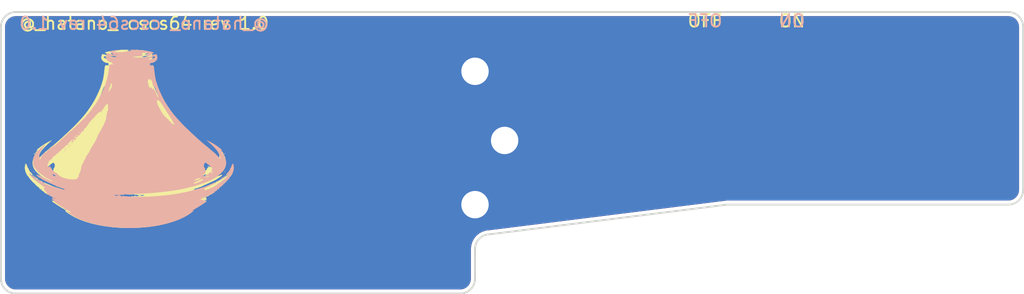
<source format=kicad_pcb>
(kicad_pcb (version 20171130) (host pcbnew "(5.1.0)-1")

  (general
    (thickness 1.6)
    (drawings 19)
    (tracks 0)
    (zones 0)
    (modules 5)
    (nets 2)
  )

  (page A4)
  (layers
    (0 F.Cu signal)
    (31 B.Cu signal)
    (32 B.Adhes user hide)
    (33 F.Adhes user hide)
    (34 B.Paste user hide)
    (35 F.Paste user hide)
    (36 B.SilkS user)
    (37 F.SilkS user)
    (38 B.Mask user)
    (39 F.Mask user)
    (40 Dwgs.User user)
    (41 Cmts.User user hide)
    (42 Eco1.User user)
    (43 Eco2.User user)
    (44 Edge.Cuts user)
    (45 Margin user)
    (46 B.CrtYd user)
    (47 F.CrtYd user)
    (48 B.Fab user hide)
    (49 F.Fab user hide)
  )

  (setup
    (last_trace_width 0.25)
    (trace_clearance 0.2)
    (zone_clearance 0.254)
    (zone_45_only no)
    (trace_min 0.2)
    (via_size 0.8)
    (via_drill 0.4)
    (via_min_size 0.4)
    (via_min_drill 0.3)
    (uvia_size 0.3)
    (uvia_drill 0.1)
    (uvias_allowed no)
    (uvia_min_size 0.2)
    (uvia_min_drill 0.1)
    (edge_width 0.15)
    (segment_width 0.2)
    (pcb_text_width 0.3)
    (pcb_text_size 1.5 1.5)
    (mod_edge_width 0.15)
    (mod_text_size 1 1)
    (mod_text_width 0.15)
    (pad_size 2.4 2.4)
    (pad_drill 2.2)
    (pad_to_mask_clearance 0.051)
    (solder_mask_min_width 0.25)
    (aux_axis_origin 14.68433 13.49361)
    (visible_elements 7FFFFFFF)
    (pcbplotparams
      (layerselection 0x010f0_ffffffff)
      (usegerberextensions true)
      (usegerberattributes false)
      (usegerberadvancedattributes false)
      (creategerberjobfile false)
      (excludeedgelayer true)
      (linewidth 0.100000)
      (plotframeref false)
      (viasonmask false)
      (mode 1)
      (useauxorigin false)
      (hpglpennumber 1)
      (hpglpenspeed 20)
      (hpglpendiameter 15.000000)
      (psnegative false)
      (psa4output false)
      (plotreference true)
      (plotvalue true)
      (plotinvisibletext false)
      (padsonsilk false)
      (subtractmaskfromsilk false)
      (outputformat 1)
      (mirror false)
      (drillshape 0)
      (scaleselection 1)
      (outputdirectory "plots/"))
  )

  (net 0 "")
  (net 1 GND)

  (net_class Default "これはデフォルトのネット クラスです。"
    (clearance 0.2)
    (trace_width 0.25)
    (via_dia 0.8)
    (via_drill 0.4)
    (uvia_dia 0.3)
    (uvia_drill 0.1)
    (add_net GND)
  )

  (module ex64lib:tajin (layer B.Cu) (tedit 0) (tstamp 5CBED413)
    (at 25.00323 23.8126 180)
    (fp_text reference G*** (at 0 0 180) (layer B.SilkS) hide
      (effects (font (size 1.524 1.524) (thickness 0.3)) (justify mirror))
    )
    (fp_text value LOGO (at 0.75 0 180) (layer B.SilkS) hide
      (effects (font (size 1.524 1.524) (thickness 0.3)) (justify mirror))
    )
    (fp_poly (pts (xy -0.187546 7.28213) (xy -0.106208 7.275597) (xy -0.0762 7.268654) (xy -0.033996 7.249568)
      (xy -0.037153 7.242337) (xy -0.068351 7.240611) (xy -0.125262 7.232761) (xy -0.137732 7.217167)
      (xy -0.110516 7.198754) (xy -0.048367 7.182448) (xy -0.006693 7.176728) (xy 0.089537 7.164708)
      (xy 0.212245 7.146605) (xy 0.338022 7.125917) (xy 0.362934 7.121518) (xy 0.476579 7.103592)
      (xy 0.582866 7.09103) (xy 0.663444 7.085877) (xy 0.680434 7.086109) (xy 0.75022 7.088377)
      (xy 0.851813 7.090324) (xy 0.96622 7.091608) (xy 0.99695 7.091798) (xy 1.120172 7.095544)
      (xy 1.193924 7.105402) (xy 1.219181 7.121507) (xy 1.2192 7.122051) (xy 1.196226 7.140565)
      (xy 1.13471 7.165641) (xy 1.045761 7.193095) (xy 0.99695 7.205798) (xy 0.89703 7.231219)
      (xy 0.842894 7.247705) (xy 0.830669 7.257043) (xy 0.856483 7.261022) (xy 0.8763 7.26151)
      (xy 0.953 7.257431) (xy 1.057157 7.245658) (xy 1.166468 7.22872) (xy 1.1684 7.228374)
      (xy 1.344994 7.193815) (xy 1.471207 7.162652) (xy 1.547335 7.13476) (xy 1.573676 7.110008)
      (xy 1.550524 7.08827) (xy 1.517144 7.077637) (xy 1.455813 7.049496) (xy 1.402381 7.009963)
      (xy 1.336974 6.961292) (xy 1.263186 6.921074) (xy 1.215497 6.896604) (xy 1.211758 6.884873)
      (xy 1.246888 6.885337) (xy 1.315806 6.897453) (xy 1.413429 6.920675) (xy 1.51146 6.947659)
      (xy 1.615034 6.974831) (xy 1.703724 6.992931) (xy 1.763778 6.999365) (xy 1.777536 6.997848)
      (xy 1.806888 6.964874) (xy 1.831733 6.893974) (xy 1.849211 6.797995) (xy 1.856462 6.689784)
      (xy 1.855862 6.646056) (xy 1.827315 6.525821) (xy 1.751963 6.425139) (xy 1.629947 6.344149)
      (xy 1.502825 6.294845) (xy 1.404771 6.247815) (xy 1.35197 6.192387) (xy 1.306696 6.13926)
      (xy 1.258845 6.11125) (xy 1.25404 6.106192) (xy 1.291753 6.104872) (xy 1.363821 6.107576)
      (xy 1.363861 6.107578) (xy 1.462742 6.107869) (xy 1.533711 6.097683) (xy 1.557168 6.087116)
      (xy 1.577045 6.047729) (xy 1.598979 5.963238) (xy 1.621697 5.83923) (xy 1.636237 5.7404)
      (xy 1.707068 5.30699) (xy 1.79838 4.908029) (xy 1.913842 4.530025) (xy 2.057124 4.159491)
      (xy 2.081953 4.1021) (xy 2.126776 4.001458) (xy 2.177413 3.890195) (xy 2.228716 3.77933)
      (xy 2.275537 3.679879) (xy 2.312728 3.602862) (xy 2.335142 3.559294) (xy 2.337116 3.556)
      (xy 2.361216 3.514027) (xy 2.399329 3.443401) (xy 2.435769 3.373747) (xy 2.491432 3.273325)
      (xy 2.560068 3.159686) (xy 2.613965 3.07669) (xy 2.664753 2.999296) (xy 2.701789 2.937892)
      (xy 2.71776 2.904671) (xy 2.717917 2.903344) (xy 2.733928 2.873585) (xy 2.77382 2.823936)
      (xy 2.790456 2.805646) (xy 2.852003 2.733261) (xy 2.915231 2.64908) (xy 2.929767 2.627846)
      (xy 3.00388 2.518426) (xy 3.062077 2.438133) (xy 3.115026 2.372798) (xy 3.15755 2.325262)
      (xy 3.215283 2.256765) (xy 3.264106 2.189196) (xy 3.269698 2.180215) (xy 3.318894 2.121639)
      (xy 3.369697 2.085509) (xy 3.414628 2.05305) (xy 3.429 2.024155) (xy 3.445016 1.987919)
      (xy 3.48648 1.929478) (xy 3.530241 1.877561) (xy 3.584391 1.814612) (xy 3.62127 1.766187)
      (xy 3.631841 1.74625) (xy 3.651897 1.727867) (xy 3.658897 1.7272) (xy 3.685642 1.709932)
      (xy 3.740008 1.662661) (xy 3.814602 1.592194) (xy 3.902032 1.505332) (xy 3.921082 1.4859)
      (xy 4.009699 1.396608) (xy 4.086304 1.322247) (xy 4.143706 1.269593) (xy 4.174712 1.245423)
      (xy 4.177222 1.2446) (xy 4.20879 1.226606) (xy 4.253278 1.184238) (xy 4.294729 1.134917)
      (xy 4.317189 1.096065) (xy 4.318 1.090892) (xy 4.338104 1.068534) (xy 4.34999 1.0668)
      (xy 4.387078 1.04735) (xy 4.41432 1.015015) (xy 4.447682 0.980924) (xy 4.47123 0.978414)
      (xy 4.492695 0.972689) (xy 4.4958 0.956717) (xy 4.516315 0.916153) (xy 4.5339 0.905215)
      (xy 4.567698 0.870647) (xy 4.572 0.850584) (xy 4.588322 0.819756) (xy 4.604867 0.818037)
      (xy 4.643519 0.806776) (xy 4.695392 0.769399) (xy 4.703313 0.762) (xy 4.751346 0.716925)
      (xy 4.824888 0.649559) (xy 4.911437 0.571312) (xy 4.95375 0.5334) (xy 5.052086 0.444686)
      (xy 5.152928 0.352254) (xy 5.238927 0.272048) (xy 5.26175 0.25035) (xy 5.330396 0.187718)
      (xy 5.389016 0.139718) (xy 5.422946 0.117797) (xy 5.456699 0.084286) (xy 5.461 0.065095)
      (xy 5.476579 0.039) (xy 5.50545 0.043653) (xy 5.535113 0.051314) (xy 5.526515 0.031954)
      (xy 5.515039 0.017456) (xy 5.493953 -0.015342) (xy 5.511713 -0.025065) (xy 5.52474 -0.0254)
      (xy 5.567835 -0.042884) (xy 5.625479 -0.08711) (xy 5.652118 -0.11321) (xy 5.728432 -0.185333)
      (xy 5.813745 -0.253992) (xy 5.832597 -0.267297) (xy 5.891225 -0.315555) (xy 5.926248 -0.360728)
      (xy 5.930579 -0.375921) (xy 5.952128 -0.415326) (xy 5.978358 -0.427476) (xy 6.010888 -0.425589)
      (xy 6.005941 -0.404525) (xy 6.001762 -0.383315) (xy 6.03041 -0.389383) (xy 6.072845 -0.403763)
      (xy 6.085377 -0.4064) (xy 6.094736 -0.427215) (xy 6.096 -0.445796) (xy 6.117378 -0.480296)
      (xy 6.17024 -0.515678) (xy 6.1848 -0.522295) (xy 6.240493 -0.553614) (xy 6.267044 -0.58466)
      (xy 6.26735 -0.590849) (xy 6.281791 -0.619082) (xy 6.2992 -0.623474) (xy 6.373142 -0.644885)
      (xy 6.437305 -0.693886) (xy 6.465356 -0.739929) (xy 6.482414 -0.775083) (xy 6.501457 -0.764029)
      (xy 6.504787 -0.759006) (xy 6.523189 -0.73828) (xy 6.527411 -0.756862) (xy 6.54498 -0.794572)
      (xy 6.587758 -0.845065) (xy 6.59765 -0.85456) (xy 6.643193 -0.901839) (xy 6.666647 -0.936095)
      (xy 6.6675 -0.94013) (xy 6.683092 -0.976213) (xy 6.68655 -0.980016) (xy 6.704365 -0.980669)
      (xy 6.7056 -0.97253) (xy 6.723375 -0.961802) (xy 6.766555 -0.973773) (xy 6.819915 -1.000645)
      (xy 6.868234 -1.034619) (xy 6.89629 -1.067894) (xy 6.897363 -1.070781) (xy 6.924652 -1.121378)
      (xy 6.970335 -1.177563) (xy 7.021625 -1.226658) (xy 7.065739 -1.255986) (xy 7.085896 -1.257734)
      (xy 7.10835 -1.262933) (xy 7.112 -1.280403) (xy 7.095668 -1.307421) (xy 7.0739 -1.304585)
      (xy 7.041279 -1.305702) (xy 7.0358 -1.318082) (xy 7.056328 -1.34301) (xy 7.0739 -1.3462)
      (xy 7.104843 -1.367928) (xy 7.112388 -1.40335) (xy 7.125717 -1.476292) (xy 7.159964 -1.515208)
      (xy 7.199742 -1.515258) (xy 7.227764 -1.48986) (xy 7.218031 -1.45662) (xy 7.210278 -1.391691)
      (xy 7.227688 -1.334095) (xy 7.247937 -1.250809) (xy 7.239257 -1.152326) (xy 7.236996 -1.141382)
      (xy 7.214544 -1.056266) (xy 7.18511 -0.969933) (xy 7.154223 -0.896079) (xy 7.127411 -0.848396)
      (xy 7.114492 -0.837908) (xy 7.095323 -0.817014) (xy 7.06496 -0.764762) (xy 7.051573 -0.737974)
      (xy 7.008856 -0.666894) (xy 6.944654 -0.580078) (xy 6.880123 -0.504455) (xy 6.819289 -0.435049)
      (xy 6.775387 -0.378123) (xy 6.757278 -0.345241) (xy 6.757207 -0.344039) (xy 6.769943 -0.339668)
      (xy 6.791757 -0.361949) (xy 6.836794 -0.398151) (xy 6.86715 -0.406399) (xy 6.90317 -0.419087)
      (xy 6.9088 -0.4318) (xy 6.928918 -0.455867) (xy 6.94055 -0.457899) (xy 6.97436 -0.477216)
      (xy 7.020414 -0.524666) (xy 7.0358 -0.54431) (xy 7.078075 -0.595016) (xy 7.108589 -0.620241)
      (xy 7.114522 -0.620678) (xy 7.140266 -0.630581) (xy 7.180829 -0.667506) (xy 7.180929 -0.667616)
      (xy 7.229049 -0.715564) (xy 7.298228 -0.778863) (xy 7.34798 -0.82206) (xy 7.417884 -0.890117)
      (xy 7.474162 -0.960517) (xy 7.496401 -0.99986) (xy 7.52875 -1.065474) (xy 7.561343 -1.112617)
      (xy 7.561777 -1.113064) (xy 7.590182 -1.158911) (xy 7.5946 -1.180196) (xy 7.615054 -1.217771)
      (xy 7.6327 -1.228385) (xy 7.662589 -1.262455) (xy 7.6708 -1.302222) (xy 7.683751 -1.362865)
      (xy 7.70255 -1.393302) (xy 7.71541 -1.430528) (xy 7.724843 -1.504488) (xy 7.730756 -1.602389)
      (xy 7.73306 -1.711438) (xy 7.731664 -1.818842) (xy 7.726476 -1.91181) (xy 7.717407 -1.977549)
      (xy 7.706867 -2.002267) (xy 7.683853 -2.033288) (xy 7.649414 -2.095575) (xy 7.621746 -2.152639)
      (xy 7.586813 -2.211865) (xy 7.530276 -2.289971) (xy 7.460229 -2.377657) (xy 7.384763 -2.465624)
      (xy 7.311969 -2.544572) (xy 7.24994 -2.6052) (xy 7.206766 -2.638208) (xy 7.196309 -2.6416)
      (xy 7.169613 -2.656436) (xy 7.117315 -2.694654) (xy 7.072241 -2.7305) (xy 7.007388 -2.779831)
      (xy 6.956033 -2.812112) (xy 6.936275 -2.8194) (xy 6.909969 -2.838424) (xy 6.9088 -2.846121)
      (xy 6.887377 -2.872063) (xy 6.835476 -2.898377) (xy 6.832063 -2.899592) (xy 6.769213 -2.933554)
      (xy 6.729189 -2.975183) (xy 6.700597 -3.008693) (xy 6.682272 -3.011181) (xy 6.652289 -3.016896)
      (xy 6.58901 -3.042856) (xy 6.503367 -3.084309) (xy 6.451958 -3.111306) (xy 6.354453 -3.162777)
      (xy 6.269557 -3.205609) (xy 6.210155 -3.233387) (xy 6.194611 -3.239448) (xy 6.155147 -3.263212)
      (xy 6.1468 -3.280329) (xy 6.167658 -3.293633) (xy 6.22072 -3.289227) (xy 6.291719 -3.269919)
      (xy 6.366387 -3.238515) (xy 6.37076 -3.236262) (xy 6.429943 -3.210494) (xy 6.47065 -3.200556)
      (xy 6.500165 -3.184652) (xy 6.5024 -3.175483) (xy 6.524153 -3.152434) (xy 6.57225 -3.13444)
      (xy 6.635152 -3.114196) (xy 6.713304 -3.081445) (xy 6.792979 -3.043038) (xy 6.860448 -3.005824)
      (xy 6.901983 -2.976655) (xy 6.9088 -2.966493) (xy 6.930117 -2.950155) (xy 6.9596 -2.9464)
      (xy 7.000889 -2.936743) (xy 7.0104 -2.923364) (xy 7.032677 -2.904367) (xy 7.090543 -2.878339)
      (xy 7.15645 -2.855709) (xy 7.249296 -2.825102) (xy 7.332726 -2.793844) (xy 7.37235 -2.776493)
      (xy 7.420933 -2.755622) (xy 7.439452 -2.763028) (xy 7.4422 -2.793347) (xy 7.434187 -2.83501)
      (xy 7.42289 -2.8448) (xy 7.392571 -2.860285) (xy 7.344795 -2.897966) (xy 7.34034 -2.90195)
      (xy 7.268864 -2.956496) (xy 7.2009 -2.997159) (xy 7.14523 -3.026712) (xy 7.11295 -3.047082)
      (xy 7.112 -3.047959) (xy 7.084381 -3.069681) (xy 7.03298 -3.106538) (xy 7.0231 -3.113405)
      (xy 6.990799 -3.134705) (xy 6.952402 -3.157272) (xy 6.901287 -3.184386) (xy 6.830835 -3.219324)
      (xy 6.734426 -3.265363) (xy 6.60544 -3.325783) (xy 6.437258 -3.403861) (xy 6.4262 -3.408983)
      (xy 6.288674 -3.472607) (xy 6.188258 -3.518836) (xy 6.115994 -3.551694) (xy 6.062929 -3.575205)
      (xy 6.020107 -3.593392) (xy 5.978572 -3.61028) (xy 5.97535 -3.61157) (xy 5.920439 -3.637549)
      (xy 5.89339 -3.658207) (xy 5.8928 -3.660323) (xy 5.870622 -3.675561) (xy 5.812994 -3.699279)
      (xy 5.74675 -3.721714) (xy 5.661608 -3.749446) (xy 5.592791 -3.77383) (xy 5.5626 -3.786216)
      (xy 5.516136 -3.804696) (xy 5.447161 -3.827636) (xy 5.373447 -3.849704) (xy 5.312765 -3.865572)
      (xy 5.2832 -3.870006) (xy 5.257825 -3.883225) (xy 5.221605 -3.914551) (xy 5.190259 -3.948373)
      (xy 5.198544 -3.960706) (xy 5.247086 -3.9624) (xy 5.308781 -3.955082) (xy 5.399168 -3.935894)
      (xy 5.49873 -3.908982) (xy 5.49918 -3.908846) (xy 5.599364 -3.88001) (xy 5.690726 -3.856022)
      (xy 5.7531 -3.842155) (xy 5.815965 -3.8265) (xy 5.8547 -3.809081) (xy 5.894498 -3.792086)
      (xy 5.961772 -3.774665) (xy 5.9817 -3.770778) (xy 6.067568 -3.7494) (xy 6.144741 -3.721104)
      (xy 6.15315 -3.717053) (xy 6.201324 -3.697236) (xy 6.222915 -3.697387) (xy 6.223 -3.698157)
      (xy 6.238486 -3.699805) (xy 6.25475 -3.689043) (xy 6.300942 -3.665976) (xy 6.367995 -3.646041)
      (xy 6.36905 -3.645814) (xy 6.424988 -3.629105) (xy 6.451306 -3.611894) (xy 6.4516 -3.610327)
      (xy 6.473393 -3.594211) (xy 6.52716 -3.571902) (xy 6.595476 -3.549074) (xy 6.660921 -3.531399)
      (xy 6.706071 -3.524549) (xy 6.712656 -3.52533) (xy 6.737402 -3.510727) (xy 6.747124 -3.492735)
      (xy 6.781193 -3.462944) (xy 6.822617 -3.4544) (xy 6.869035 -3.445352) (xy 6.8834 -3.429)
      (xy 6.903972 -3.406465) (xy 6.9215 -3.4036) (xy 6.955627 -3.38924) (xy 6.95137 -3.360002)
      (xy 6.92785 -3.343224) (xy 6.925526 -3.337733) (xy 6.963392 -3.343352) (xy 6.966279 -3.343944)
      (xy 7.025137 -3.343893) (xy 7.076026 -3.325413) (xy 7.102598 -3.296652) (xy 7.099788 -3.277391)
      (xy 7.111668 -3.267436) (xy 7.151234 -3.2706) (xy 7.195515 -3.273435) (xy 7.201969 -3.252162)
      (xy 7.197817 -3.239625) (xy 7.195933 -3.206747) (xy 7.217482 -3.204844) (xy 7.256911 -3.198456)
      (xy 7.31971 -3.174384) (xy 7.389905 -3.140614) (xy 7.451521 -3.105133) (xy 7.488585 -3.075927)
      (xy 7.493 -3.067093) (xy 7.513468 -3.049789) (xy 7.528382 -3.048) (xy 7.567594 -3.027511)
      (xy 7.578385 -3.0099) (xy 7.61233 -2.97611) (xy 7.631902 -2.9718) (xy 7.666201 -2.957643)
      (xy 7.6708 -2.945078) (xy 7.692222 -2.919136) (xy 7.744123 -2.892822) (xy 7.747536 -2.891607)
      (xy 7.810386 -2.857645) (xy 7.85041 -2.816016) (xy 7.883092 -2.784605) (xy 7.914225 -2.790045)
      (xy 7.9248 -2.820813) (xy 7.907669 -2.85007) (xy 7.862485 -2.904207) (xy 7.798557 -2.973689)
      (xy 7.725198 -3.048979) (xy 7.651717 -3.120541) (xy 7.587425 -3.178839) (xy 7.541633 -3.214336)
      (xy 7.539053 -3.215902) (xy 7.476673 -3.248765) (xy 7.43585 -3.266456) (xy 7.398262 -3.296483)
      (xy 7.3914 -3.317662) (xy 7.37591 -3.349505) (xy 7.364622 -3.3528) (xy 7.331022 -3.368898)
      (xy 7.278424 -3.409339) (xy 7.256672 -3.428882) (xy 7.202722 -3.475404) (xy 7.163093 -3.502376)
      (xy 7.15481 -3.505082) (xy 7.126659 -3.522889) (xy 7.082522 -3.566963) (xy 7.070002 -3.5814)
      (xy 7.005828 -3.637211) (xy 6.944642 -3.6576) (xy 6.896295 -3.670158) (xy 6.8834 -3.710111)
      (xy 6.873265 -3.748076) (xy 6.834686 -3.747151) (xy 6.8326 -3.7465) (xy 6.794995 -3.743392)
      (xy 6.782399 -3.77557) (xy 6.7818 -3.795588) (xy 6.791867 -3.843899) (xy 6.812828 -3.860668)
      (xy 6.830822 -3.840416) (xy 6.834319 -3.81635) (xy 6.840171 -3.794009) (xy 6.857198 -3.816614)
      (xy 6.865284 -3.832823) (xy 6.880633 -3.882348) (xy 6.858925 -3.916244) (xy 6.838165 -3.931171)
      (xy 6.795452 -3.976413) (xy 6.7818 -4.016926) (xy 6.759886 -4.063087) (xy 6.721764 -4.088082)
      (xy 6.659058 -4.131856) (xy 6.640719 -4.199772) (xy 6.647553 -4.242232) (xy 6.65335 -4.281248)
      (xy 6.631898 -4.28135) (xy 6.609386 -4.270082) (xy 6.54415 -4.244462) (xy 6.507675 -4.250481)
      (xy 6.5024 -4.266402) (xy 6.521018 -4.280378) (xy 6.5405 -4.276385) (xy 6.573014 -4.280639)
      (xy 6.5786 -4.302582) (xy 6.558551 -4.337948) (xy 6.538685 -4.3434) (xy 6.48607 -4.359482)
      (xy 6.463367 -4.37515) (xy 6.396629 -4.43271) (xy 6.35471 -4.461914) (xy 6.326563 -4.470384)
      (xy 6.325327 -4.4704) (xy 6.274069 -4.484803) (xy 6.209514 -4.520383) (xy 6.14792 -4.565696)
      (xy 6.105544 -4.6093) (xy 6.096 -4.631816) (xy 6.108808 -4.641543) (xy 6.126479 -4.62788)
      (xy 6.169734 -4.599353) (xy 6.194411 -4.613686) (xy 6.1976 -4.6355) (xy 6.181328 -4.669258)
      (xy 6.167345 -4.6736) (xy 6.161168 -4.685449) (xy 6.186355 -4.709623) (xy 6.21642 -4.744185)
      (xy 6.214817 -4.766449) (xy 6.16763 -4.786073) (xy 6.113382 -4.779453) (xy 6.090038 -4.7625)
      (xy 6.075931 -4.763366) (xy 6.070988 -4.795749) (xy 6.079662 -4.836897) (xy 6.10235 -4.835625)
      (xy 6.104671 -4.839861) (xy 6.076252 -4.871042) (xy 6.0452 -4.901425) (xy 5.976246 -4.962217)
      (xy 5.909359 -5.013793) (xy 5.889938 -5.026649) (xy 5.835723 -5.061664) (xy 5.756941 -5.11466)
      (xy 5.670485 -5.174269) (xy 5.669081 -5.17525) (xy 5.592854 -5.22739) (xy 5.533789 -5.265699)
      (xy 5.503176 -5.282892) (xy 5.501767 -5.2832) (xy 5.474386 -5.296438) (xy 5.420462 -5.329623)
      (xy 5.354633 -5.372961) (xy 5.291539 -5.416657) (xy 5.24582 -5.450916) (xy 5.2324 -5.463421)
      (xy 5.20439 -5.482563) (xy 5.14353 -5.515308) (xy 5.0673 -5.552515) (xy 4.96365 -5.603294)
      (xy 4.857514 -5.658795) (xy 4.796498 -5.692844) (xy 4.727531 -5.728257) (xy 4.676249 -5.745867)
      (xy 4.659076 -5.744765) (xy 4.652266 -5.746391) (xy 4.659835 -5.761891) (xy 4.701324 -5.784957)
      (xy 4.752962 -5.781994) (xy 4.833278 -5.765171) (xy 4.886364 -5.748794) (xy 4.935182 -5.725466)
      (xy 4.94498 -5.720128) (xy 4.99981 -5.693356) (xy 5.01348 -5.695843) (xy 4.986107 -5.727241)
      (xy 4.923653 -5.78231) (xy 4.682706 -5.960631) (xy 4.396408 -6.130527) (xy 4.069758 -6.290328)
      (xy 3.707753 -6.43836) (xy 3.315392 -6.572952) (xy 2.897673 -6.692432) (xy 2.459594 -6.795128)
      (xy 2.006154 -6.879368) (xy 1.542351 -6.94348) (xy 1.4097 -6.957759) (xy 1.086622 -6.986078)
      (xy 0.74679 -7.008149) (xy 0.401939 -7.023639) (xy 0.063804 -7.032217) (xy -0.255879 -7.03355)
      (xy -0.545375 -7.027304) (xy -0.7239 -7.018237) (xy -1.368121 -6.963704) (xy -1.968004 -6.888095)
      (xy -2.525647 -6.79094) (xy -3.043145 -6.671766) (xy -3.522597 -6.530102) (xy -3.966097 -6.365476)
      (xy -4.305768 -6.212352) (xy -4.492499 -6.115447) (xy -4.673237 -6.011782) (xy -4.839193 -5.90708)
      (xy -4.877603 -5.8801) (xy 4.3688 -5.8801) (xy 4.3815 -5.8928) (xy 4.3942 -5.8801)
      (xy 4.3815 -5.8674) (xy 4.3688 -5.8801) (xy -4.877603 -5.8801) (xy -4.913764 -5.8547)
      (xy 4.4704 -5.8547) (xy 4.4831 -5.8674) (xy 4.4958 -5.8547) (xy 4.4831 -5.842)
      (xy 4.4704 -5.8547) (xy -4.913764 -5.8547) (xy -4.949926 -5.8293) (xy -4.6736 -5.8293)
      (xy -4.6609 -5.842) (xy -4.6482 -5.8293) (xy -4.6609 -5.8166) (xy -4.6736 -5.8293)
      (xy -4.949926 -5.8293) (xy -4.981581 -5.807066) (xy -5.084247 -5.723466) (xy -4.919134 -5.723466)
      (xy -4.915647 -5.738566) (xy -4.9022 -5.7404) (xy -4.881293 -5.731106) (xy -4.885267 -5.723466)
      (xy -4.915411 -5.720426) (xy -4.919134 -5.723466) (xy -5.084247 -5.723466) (xy -5.091615 -5.717467)
      (xy -5.141087 -5.668131) (xy -5.166416 -5.626761) (xy -5.156818 -5.611703) (xy -5.119712 -5.632928)
      (xy -5.11683 -5.63552) (xy -5.076139 -5.656695) (xy -5.0165 -5.674862) (xy -5.010927 -5.6693)
      (xy -5.044365 -5.642883) (xy -5.111323 -5.599256) (xy -5.206312 -5.542063) (xy -5.2832 -5.497801)
      (xy -5.44096 -5.406304) (xy -5.598387 -5.311175) (xy -5.749805 -5.21624) (xy -5.889534 -5.125322)
      (xy -6.011894 -5.042248) (xy -6.111208 -4.970843) (xy -6.181797 -4.914931) (xy -6.194385 -4.9022)
      (xy 5.9436 -4.9022) (xy 5.962928 -4.926861) (xy 5.969 -4.9276) (xy 5.993661 -4.908271)
      (xy 5.9944 -4.9022) (xy 5.975071 -4.877538) (xy 5.969 -4.8768) (xy 5.944338 -4.896128)
      (xy 5.9436 -4.9022) (xy -6.194385 -4.9022) (xy -6.217981 -4.878338) (xy -6.220249 -4.86662)
      (xy -6.181174 -4.846691) (xy -6.133504 -4.837578) (xy -6.100194 -4.842409) (xy -6.096 -4.849688)
      (xy -6.078615 -4.874616) (xy -6.039937 -4.874449) (xy -6.000182 -4.853376) (xy -5.9817 -4.826)
      (xy -5.963917 -4.795898) (xy -5.926296 -4.780512) (xy -5.855354 -4.775397) (xy -5.827589 -4.7752)
      (xy -5.6642 -4.7752) (xy -5.643628 -4.797734) (xy -5.6261 -4.8006) (xy -5.592299 -4.786884)
      (xy -5.588 -4.7752) (xy -5.608573 -4.752665) (xy -5.6261 -4.7498) (xy -5.659902 -4.763515)
      (xy -5.6642 -4.7752) (xy -5.827589 -4.7752) (xy -5.75162 -4.770975) (xy -5.701501 -4.76009)
      (xy -5.6896 -4.7498) (xy -5.710791 -4.72891) (xy -5.738557 -4.7244) (xy -5.788058 -4.705584)
      (xy -5.83102 -4.666727) (xy 5.949052 -4.666727) (xy 5.974279 -4.672928) (xy 5.98805 -4.673211)
      (xy 6.032645 -4.663953) (xy 6.0452 -4.6482) (xy 6.02921 -4.624565) (xy 5.982948 -4.639693)
      (xy 5.969 -4.6482) (xy 5.949052 -4.666727) (xy -5.83102 -4.666727) (xy -5.837463 -4.6609)
      (xy -5.894659 -4.613278) (xy -5.948751 -4.5974) (xy -6.018198 -4.582991) (xy -6.05739 -4.562814)
      (xy -6.112297 -4.539499) (xy -6.146569 -4.539179) (xy -6.19571 -4.530734) (xy -6.221535 -4.510265)
      (xy -6.27147 -4.476685) (xy -6.302311 -4.4704) (xy -6.342133 -4.451273) (xy -6.35 -4.416489)
      (xy -6.356007 -4.380044) (xy -6.379878 -4.387536) (xy -6.385505 -4.392045) (xy -6.417182 -4.404043)
      (xy -6.452686 -4.379395) (xy -6.474255 -4.353821) (xy -6.515387 -4.310269) (xy -6.546476 -4.305299)
      (xy -6.564638 -4.316952) (xy -6.604544 -4.333196) (xy -6.638111 -4.325399) (xy -6.645636 -4.299658)
      (xy -6.642293 -4.292911) (xy -6.654267 -4.273421) (xy -6.701452 -4.255447) (xy -6.7056 -4.2545)
      (xy -6.754868 -4.237262) (xy -6.770173 -4.218333) (xy -6.769608 -4.21722) (xy -6.779937 -4.195893)
      (xy -6.810042 -4.182897) (xy -6.84517 -4.161832) (xy -6.846357 -4.141909) (xy -6.851128 -4.118747)
      (xy -6.869201 -4.1148) (xy -6.903942 -4.100771) (xy -6.9088 -4.0879) (xy -6.924361 -4.072731)
      (xy -6.9342 -4.076699) (xy -6.955482 -4.070386) (xy -6.959601 -4.049688) (xy -6.966652 -4.021588)
      (xy -6.995 -4.036363) (xy -6.9962 -4.037354) (xy -7.021972 -4.049423) (xy -7.038557 -4.02561)
      (xy -7.043711 -4.00336) (xy -5.960269 -4.00336) (xy -5.9563 -4.0132) (xy -5.933476 -4.037431)
      (xy -5.929401 -4.0386) (xy -5.918492 -4.018948) (xy -5.9182 -4.0132) (xy -5.937727 -3.988776)
      (xy -5.9451 -3.9878) (xy -5.960269 -4.00336) (xy -7.043711 -4.00336) (xy -7.049827 -3.976964)
      (xy -7.066923 -3.921192) (xy -7.088568 -3.887694) (xy -7.106305 -3.885241) (xy -7.112 -3.912493)
      (xy -7.128547 -3.925272) (xy -7.1628 -3.9116) (xy -7.203202 -3.876334) (xy -7.2136 -3.849923)
      (xy -7.234072 -3.811518) (xy -7.2517 -3.800814) (xy -7.284669 -3.765985) (xy -7.290189 -3.740947)
      (xy -7.296945 -3.714102) (xy -7.3094 -3.725284) (xy -7.340407 -3.738191) (xy -7.381057 -3.715287)
      (xy -7.41747 -3.665784) (xy -7.424939 -3.648614) (xy -7.454741 -3.615444) (xy -7.478568 -3.61532)
      (xy -7.513737 -3.604617) (xy -7.540533 -3.554455) (xy -7.567026 -3.502242) (xy -7.594851 -3.479815)
      (xy -7.595455 -3.4798) (xy -7.626725 -3.461591) (xy -7.682132 -3.412798) (xy -7.753662 -3.342165)
      (xy -7.833302 -3.258439) (xy -7.913038 -3.170368) (xy -7.984857 -3.086697) (xy -8.040746 -3.016172)
      (xy -8.07269 -2.96754) (xy -8.077181 -2.954012) (xy -8.09669 -2.916063) (xy -8.113422 -2.903212)
      (xy -8.164907 -2.85515) (xy -8.223356 -2.76993) (xy -8.281685 -2.659213) (xy -8.326279 -2.5527)
      (xy -8.334091 -2.5273) (xy -8.128 -2.5273) (xy -8.1153 -2.54) (xy -8.1026 -2.5273)
      (xy -8.1153 -2.5146) (xy -8.128 -2.5273) (xy -8.334091 -2.5273) (xy -8.359217 -2.445618)
      (xy -8.383251 -2.331982) (xy -8.397153 -2.223809) (xy -8.399696 -2.133115) (xy -8.389651 -2.071917)
      (xy -8.377175 -2.054417) (xy -8.356431 -2.018152) (xy -8.345537 -1.953362) (xy -8.345055 -1.936071)
      (xy -8.343044 -1.874966) (xy -8.333321 -1.856498) (xy -8.310353 -1.872551) (xy -8.305221 -1.877638)
      (xy -8.257251 -1.944962) (xy -8.219522 -2.030011) (xy -8.204201 -2.105348) (xy -8.2042 -2.105458)
      (xy -8.186404 -2.156169) (xy -8.153245 -2.19724) (xy -8.119635 -2.234492) (xy -8.113561 -2.254627)
      (xy -8.109893 -2.282526) (xy -8.085936 -2.338694) (xy -8.049513 -2.409084) (xy -8.008445 -2.47965)
      (xy -7.970554 -2.536348) (xy -7.943664 -2.565132) (xy -7.93997 -2.566325) (xy -7.907491 -2.586519)
      (xy -7.862309 -2.634967) (xy -7.816665 -2.695671) (xy -7.782799 -2.752628) (xy -7.7724 -2.78539)
      (xy -7.78672 -2.81605) (xy -7.816501 -2.81173) (xy -7.839975 -2.77984) (xy -7.869236 -2.752117)
      (xy -7.888396 -2.753035) (xy -7.918331 -2.743078) (xy -7.929568 -2.712035) (xy -7.948457 -2.662935)
      (xy -7.976001 -2.647812) (xy -7.997317 -2.669727) (xy -8.001 -2.697327) (xy -7.983184 -2.754112)
      (xy -7.939466 -2.815199) (xy -7.93115 -2.823508) (xy -7.877404 -2.876731) (xy -7.837417 -2.920199)
      (xy -7.833992 -2.924414) (xy -7.794769 -2.963708) (xy -7.738693 -3.009617) (xy -7.738477 -3.009777)
      (xy -7.686598 -3.058145) (xy -7.656365 -3.104288) (xy -7.656124 -3.105027) (xy -7.622197 -3.141885)
      (xy -7.59139 -3.1496) (xy -7.556767 -3.160142) (xy -7.558256 -3.177839) (xy -7.555936 -3.213268)
      (xy -7.541375 -3.227299) (xy -7.50083 -3.230742) (xy -7.48771 -3.218109) (xy -7.472536 -3.211398)
      (xy -7.467989 -3.243083) (xy -7.449148 -3.291461) (xy -7.410451 -3.306583) (xy -7.355623 -3.334776)
      (xy -7.328901 -3.370286) (xy -7.295591 -3.412777) (xy -7.249493 -3.439753) (xy -7.208523 -3.443615)
      (xy -7.192381 -3.428193) (xy -7.168513 -3.414067) (xy -7.16174 -3.416955) (xy -7.149308 -3.448908)
      (xy -7.152823 -3.465035) (xy -7.142811 -3.501481) (xy -7.099803 -3.546275) (xy -7.09039 -3.553301)
      (xy -7.035273 -3.585837) (xy -7.006835 -3.583427) (xy -7.001882 -3.575229) (xy -6.990662 -3.565927)
      (xy -6.987006 -3.58775) (xy -6.968211 -3.625429) (xy -6.948715 -3.6322) (xy -6.899667 -3.648294)
      (xy -6.877883 -3.66395) (xy -6.824738 -3.70085) (xy -6.739695 -3.746443) (xy -6.632043 -3.797081)
      (xy -6.511075 -3.849117) (xy -6.386079 -3.898902) (xy -6.266348 -3.942788) (xy -6.161172 -3.977129)
      (xy -6.07984 -3.998276) (xy -6.031645 -4.002582) (xy -6.024069 -3.999174) (xy -6.026851 -3.976179)
      (xy -6.03885 -3.969505) (xy -6.068582 -3.943944) (xy -6.05864 -3.918065) (xy -6.0325 -3.9116)
      (xy -5.996795 -3.902195) (xy -6.003953 -3.877331) (xy -6.050352 -3.842034) (xy -6.10235 -3.814694)
      (xy -6.226733 -3.757747) (xy -6.336208 -3.710251) (xy -6.42156 -3.676019) (xy -6.473574 -3.658865)
      (xy -6.482044 -3.6576) (xy -6.523178 -3.63814) (xy -6.562594 -3.59525) (xy -6.5786 -3.554704)
      (xy -6.58718 -3.537158) (xy -6.614857 -3.55447) (xy -6.647113 -3.56736) (xy -6.692527 -3.553549)
      (xy -6.752651 -3.517366) (xy -6.823322 -3.463585) (xy -6.864198 -3.418005) (xy -6.87074 -3.387393)
      (xy -6.846002 -3.3782) (xy -6.804723 -3.391526) (xy -6.796829 -3.399832) (xy -6.766975 -3.420477)
      (xy -6.705525 -3.449294) (xy -6.66198 -3.46651) (xy -6.572936 -3.501583) (xy -6.463969 -3.547331)
      (xy -6.3754 -3.586355) (xy -6.259901 -3.638382) (xy -6.178817 -3.673989) (xy -6.120477 -3.698126)
      (xy -6.073209 -3.715744) (xy -6.0579 -3.721022) (xy -6.003965 -3.738552) (xy -5.913815 -3.767056)
      (xy -5.798405 -3.803149) (xy -5.668689 -3.843444) (xy -5.535623 -3.884553) (xy -5.410162 -3.92309)
      (xy -5.30326 -3.955668) (xy -5.225873 -3.9789) (xy -5.1943 -3.988015) (xy -5.127717 -4.006218)
      (xy -5.035677 -4.031433) (xy -4.9657 -4.050627) (xy -4.837341 -4.084416) (xy -4.703203 -4.117328)
      (xy -4.577699 -4.146042) (xy -4.475241 -4.167233) (xy -4.4196 -4.176531) (xy -4.370979 -4.184582)
      (xy -4.284527 -4.200642) (xy -4.172162 -4.222438) (xy -4.045801 -4.247697) (xy -4.036528 -4.249579)
      (xy -3.896928 -4.276561) (xy -3.757961 -4.301041) (xy -3.636384 -4.320202) (xy -3.553928 -4.330746)
      (xy -3.441829 -4.343587) (xy -3.327235 -4.359313) (xy -3.2639 -4.369518) (xy -3.168099 -4.383683)
      (xy -3.02881 -4.400308) (xy -2.853248 -4.418726) (xy -2.648629 -4.438274) (xy -2.422169 -4.458284)
      (xy -2.181084 -4.478092) (xy -1.932589 -4.497033) (xy -1.7145 -4.512388) (xy -1.629118 -4.516285)
      (xy -1.501497 -4.519649) (xy -1.340197 -4.522429) (xy -1.153775 -4.524571) (xy -0.950792 -4.526022)
      (xy -0.739807 -4.526728) (xy -0.529377 -4.526638) (xy -0.328063 -4.525697) (xy -0.144424 -4.523854)
      (xy -0.0635 -4.522605) (xy -0.002519 -4.521567) (xy 0.073911 -4.520308) (xy 0.075424 -4.520283)
      (xy 0.139987 -4.511274) (xy 0.180313 -4.491181) (xy 0.182317 -4.488491) (xy 0.209265 -4.472296)
      (xy 0.228136 -4.485176) (xy 0.266751 -4.499997) (xy 0.323534 -4.501197) (xy 0.376972 -4.490966)
      (xy 0.405554 -4.471492) (xy 0.4064 -4.467033) (xy 0.426684 -4.456484) (xy 0.473987 -4.460539)
      (xy 0.527982 -4.475387) (xy 0.568341 -4.497215) (xy 0.568597 -4.497446) (xy 0.601919 -4.498914)
      (xy 0.615421 -4.489727) (xy 0.671416 -4.489727) (xy 0.696383 -4.493794) (xy 0.729327 -4.489124)
      (xy 0.72972 -4.480454) (xy 0.695725 -4.47439) (xy 0.681037 -4.478448) (xy 0.671416 -4.489727)
      (xy 0.615421 -4.489727) (xy 0.627561 -4.481467) (xy 0.680104 -4.453373) (xy 0.731157 -4.445)
      (xy 0.776845 -4.442108) (xy 0.77787 -4.426354) (xy 0.755614 -4.402329) (xy 0.741747 -4.394026)
      (xy 0.8128 -4.394026) (xy 0.833275 -4.414002) (xy 0.8763 -4.409169) (xy 0.925833 -4.405543)
      (xy 0.9398 -4.429288) (xy 0.95683 -4.453877) (xy 1.012851 -4.458335) (xy 1.027917 -4.457154)
      (xy 1.095053 -4.447203) (xy 1.102555 -4.445) (xy 1.2192 -4.445) (xy 1.228493 -4.465907)
      (xy 1.236133 -4.461933) (xy 1.239173 -4.431789) (xy 1.236133 -4.428066) (xy 1.221033 -4.431553)
      (xy 1.2192 -4.445) (xy 1.102555 -4.445) (xy 1.14008 -4.433982) (xy 1.142217 -4.432783)
      (xy 1.165779 -4.395774) (xy 1.1684 -4.37689) (xy 1.162524 -4.3561) (xy 1.778 -4.3561)
      (xy 1.7907 -4.3688) (xy 1.8034 -4.3561) (xy 1.7907 -4.3434) (xy 1.778 -4.3561)
      (xy 1.162524 -4.3561) (xy 1.161152 -4.351246) (xy 1.132186 -4.367235) (xy 1.131643 -4.367685)
      (xy 1.078532 -4.385591) (xy 0.983492 -4.383882) (xy 0.953843 -4.380568) (xy 0.867843 -4.373131)
      (xy 0.823487 -4.378639) (xy 0.8128 -4.394026) (xy 0.741747 -4.394026) (xy 0.711782 -4.376086)
      (xy 0.640586 -4.364458) (xy 0.559672 -4.363882) (xy 0.476815 -4.362369) (xy 0.421843 -4.353866)
      (xy 0.4064 -4.343053) (xy 0.391085 -4.3307) (xy 0.8128 -4.3307) (xy 0.8255 -4.3434)
      (xy 0.8382 -4.3307) (xy 0.8255 -4.318) (xy 0.8128 -4.3307) (xy 0.391085 -4.3307)
      (xy 0.384851 -4.325672) (xy 0.333252 -4.31856) (xy 0.271169 -4.321097) (xy 0.218173 -4.332665)
      (xy 0.194621 -4.34975) (xy 0.183145 -4.368467) (xy 0.179805 -4.34975) (xy 0.15675 -4.324158)
      (xy 0.1255 -4.318) (xy 0.090379 -4.327777) (xy 0.0889 -4.3434) (xy 0.082868 -4.364918)
      (xy 0.0635 -4.3688) (xy 0.035311 -4.357915) (xy 0.036589 -4.345843) (xy 0.034675 -4.338545)
      (xy 0.016771 -4.331747) (xy -0.021187 -4.325153) (xy -0.083261 -4.318464) (xy -0.173515 -4.311383)
      (xy -0.296012 -4.303611) (xy -0.454814 -4.294852) (xy -0.653985 -4.284807) (xy -0.897588 -4.273178)
      (xy -1.0541 -4.265901) (xy -1.258744 -4.2545) (xy 6.4262 -4.2545) (xy 6.4389 -4.2672)
      (xy 6.4516 -4.2545) (xy 6.4389 -4.2418) (xy 6.4262 -4.2545) (xy -1.258744 -4.2545)
      (xy -1.485879 -4.241846) (xy -1.925412 -4.209582) (xy -2.364582 -4.170057) (xy -2.795266 -4.124219)
      (xy -3.209346 -4.073014) (xy -3.213181 -4.072466) (xy 6.561666 -4.072466) (xy 6.565153 -4.087566)
      (xy 6.5786 -4.0894) (xy 6.599507 -4.080106) (xy 6.595533 -4.072466) (xy 6.565389 -4.069426)
      (xy 6.561666 -4.072466) (xy -3.213181 -4.072466) (xy -3.5987 -4.017391) (xy -3.7006 -4.0005)
      (xy 5.0292 -4.0005) (xy 5.0419 -4.0132) (xy 5.0546 -4.0005) (xy 5.0419 -3.9878)
      (xy 5.0292 -4.0005) (xy -3.7006 -4.0005) (xy -3.955209 -3.958296) (xy -4.270752 -3.896678)
      (xy -4.3307 -3.883584) (xy -4.802285 -3.773421) (xy -5.226985 -3.663292) (xy -5.60869 -3.551681)
      (xy -5.951292 -3.437075) (xy -6.258681 -3.317959) (xy -6.534749 -3.192818) (xy -6.627523 -3.143311)
      (xy -5.935027 -3.143311) (xy -5.903085 -3.186784) (xy -5.824095 -3.241443) (xy -5.699089 -3.306388)
      (xy -5.691866 -3.309787) (xy -5.511122 -3.38927) (xy -5.366186 -3.441727) (xy -5.258674 -3.466759)
      (xy -5.190201 -3.463969) (xy -5.163993 -3.439712) (xy -5.180902 -3.4163) (xy 5.7658 -3.4163)
      (xy 5.7785 -3.429) (xy 5.7912 -3.4163) (xy 5.7785 -3.4036) (xy 5.7658 -3.4163)
      (xy -5.180902 -3.4163) (xy -5.181074 -3.416063) (xy -5.225698 -3.386666) (xy 5.850466 -3.386666)
      (xy 5.853953 -3.401766) (xy 5.8674 -3.4036) (xy 5.888307 -3.394306) (xy 5.884333 -3.386666)
      (xy 5.854189 -3.383626) (xy 5.850466 -3.386666) (xy -5.225698 -3.386666) (xy -5.236529 -3.379531)
      (xy -5.257322 -3.368364) (xy 5.930425 -3.368364) (xy 5.934333 -3.376137) (xy 5.975346 -3.368036)
      (xy 6.038321 -3.345469) (xy 6.048633 -3.341094) (xy 6.093806 -3.317821) (xy 6.102269 -3.305011)
      (xy 6.096 -3.304139) (xy 6.05665 -3.311614) (xy 6.005831 -3.329311) (xy 5.958702 -3.350478)
      (xy 5.930425 -3.368364) (xy -5.257322 -3.368364) (xy -5.320863 -3.33424) (xy -5.42458 -3.284312)
      (xy -5.538186 -3.23387) (xy -5.652185 -3.187037) (xy -5.757082 -3.147936) (xy -5.843381 -3.12069)
      (xy -5.901589 -3.109422) (xy -5.918888 -3.111924) (xy -5.935027 -3.143311) (xy -6.627523 -3.143311)
      (xy -6.783386 -3.060138) (xy -6.786681 -3.058063) (xy -5.750598 -3.058063) (xy -5.721218 -3.081449)
      (xy -5.655832 -3.112223) (xy -5.567743 -3.145571) (xy -5.470257 -3.176676) (xy -5.376678 -3.200723)
      (xy -5.334 -3.208837) (xy -5.278306 -3.217808) (xy -5.25145 -3.22234) (xy -5.232812 -3.208139)
      (xy -5.232789 -3.20675) (xy -5.246226 -3.17029) (xy -5.290126 -3.135861) (xy -5.372277 -3.098275)
      (xy -5.425508 -3.078333) (xy -5.534293 -3.045085) (xy -5.630005 -3.026467) (xy -5.703543 -3.023046)
      (xy -5.745807 -3.03539) (xy -5.750598 -3.058063) (xy -6.786681 -3.058063) (xy -7.008485 -2.918403)
      (xy -7.103173 -2.848209) (xy -6.421618 -2.848209) (xy -6.394582 -2.87911) (xy -6.344797 -2.91428)
      (xy -6.322755 -2.926129) (xy -6.238053 -2.961766) (xy -6.186604 -2.968958) (xy -6.1722 -2.952176)
      (xy -6.193211 -2.929353) (xy -6.245893 -2.896371) (xy -6.314719 -2.861858) (xy -6.383873 -2.834537)
      (xy -6.420012 -2.830408) (xy -6.421618 -2.848209) (xy -7.103173 -2.848209) (xy -7.213934 -2.7661)
      (xy -7.22563 -2.756666) (xy -7.290866 -2.702184) (xy -7.349181 -2.648683) (xy -7.411004 -2.585631)
      (xy -7.486762 -2.502501) (xy -7.489728 -2.499138) (xy -6.744606 -2.499138) (xy -6.723764 -2.531901)
      (xy -6.6929 -2.563976) (xy -6.629461 -2.616822) (xy -6.580758 -2.639807) (xy -6.555156 -2.629692)
      (xy -6.5532 -2.618043) (xy -6.57318 -2.58392) (xy -6.620833 -2.54204) (xy -6.677727 -2.505981)
      (xy -6.725431 -2.489317) (xy -6.728076 -2.489228) (xy -6.744606 -2.499138) (xy -7.489728 -2.499138)
      (xy -7.563496 -2.415507) (xy -7.63296 -2.315046) (xy -7.664933 -2.250379) (xy -6.669177 -2.250379)
      (xy -6.653676 -2.2606) (xy -6.636655 -2.282267) (xy -6.641631 -2.334664) (xy -6.644643 -2.405396)
      (xy -6.616393 -2.470117) (xy -6.551307 -2.536864) (xy -6.4516 -2.608606) (xy -6.367126 -2.666183)
      (xy -6.290829 -2.722189) (xy -6.2484 -2.756635) (xy -6.164852 -2.81927) (xy -6.079347 -2.863809)
      (xy -6.001718 -2.88772) (xy -5.9418 -2.888465) (xy -5.909427 -2.863511) (xy -5.906408 -2.8448)
      (xy -5.921552 -2.790865) (xy -5.955552 -2.735212) (xy -5.994576 -2.697905) (xy -6.011481 -2.6924)
      (xy -6.045169 -2.673423) (xy -6.088189 -2.626888) (xy -6.094463 -2.618359) (xy -6.128911 -2.556872)
      (xy -6.130069 -2.50358) (xy -6.121593 -2.477005) (xy -6.102034 -2.398577) (xy -6.096 -2.334084)
      (xy -6.079977 -2.260483) (xy -6.048284 -2.207257) (xy -6.010776 -2.145505) (xy -5.98726 -2.066621)
      (xy -5.981614 -1.991018) (xy -5.997414 -1.939468) (xy -6.012348 -1.897448) (xy -6.007788 -1.880712)
      (xy -6.012903 -1.858044) (xy -6.031001 -1.8542) (xy -6.065629 -1.834525) (xy -6.0706 -1.8161)
      (xy -6.091776 -1.785071) (xy -6.1214 -1.778) (xy -6.162671 -1.788862) (xy -6.1722 -1.803944)
      (xy -6.193056 -1.831358) (xy -6.24205 -1.859917) (xy -6.294636 -1.892947) (xy -6.366267 -1.951112)
      (xy -6.441736 -2.022033) (xy -6.44414 -2.024473) (xy -6.511467 -2.089677) (xy -6.566979 -2.137473)
      (xy -6.599897 -2.158675) (xy -6.601997 -2.159) (xy -6.632898 -2.17885) (xy -6.6548 -2.2098)
      (xy -6.669177 -2.250379) (xy -7.664933 -2.250379) (xy -7.697114 -2.185294) (xy -7.746347 -2.047576)
      (xy -7.764993 -1.9685) (xy -7.781666 -1.801335) (xy -7.766908 -1.64438) (xy -7.717963 -1.482992)
      (xy -7.643626 -1.32417) (xy -7.558316 -1.162441) (xy -7.614558 -1.116899) (xy -7.655321 -1.079207)
      (xy -7.6708 -1.056378) (xy -7.654549 -1.041234) (xy -7.616203 -1.055494) (xy -7.582367 -1.082661)
      (xy -7.550633 -1.107398) (xy -7.520923 -1.10121) (xy -7.478953 -1.065534) (xy -7.436531 -1.020001)
      (xy -7.416953 -0.987788) (xy -7.4168 -0.986172) (xy -7.43356 -0.965909) (xy -7.468533 -0.970802)
      (xy -7.498765 -0.996244) (xy -7.502186 -1.0033) (xy -7.532543 -1.036799) (xy -7.549353 -1.041011)
      (xy -7.569042 -1.035926) (xy -7.54929 -1.01993) (xy -7.525287 -0.981147) (xy -7.526077 -0.963169)
      (xy -7.529082 -0.940827) (xy -7.525255 -0.944846) (xy -7.502159 -0.941166) (xy -7.48161 -0.9271)
      (xy -7.3914 -0.9271) (xy -7.3787 -0.9398) (xy -7.366 -0.9271) (xy -7.3787 -0.9144)
      (xy -7.3914 -0.9271) (xy -7.48161 -0.9271) (xy -7.457037 -0.91028) (xy -7.440733 -0.89639)
      (xy -7.41065 -0.8636) (xy -7.3152 -0.8636) (xy -7.305907 -0.884507) (xy -7.298267 -0.880533)
      (xy -7.295227 -0.850389) (xy -7.298267 -0.846666) (xy -7.313367 -0.850153) (xy -7.3152 -0.8636)
      (xy -7.41065 -0.8636) (xy -7.392852 -0.844201) (xy -7.386821 -0.80762) (xy -7.392054 -0.799312)
      (xy -7.392545 -0.797705) (xy -7.307666 -0.797705) (xy -7.2898 -0.8128) (xy -7.249272 -0.835644)
      (xy -7.243872 -0.82704) (xy -7.2517 -0.8128) (xy -7.288795 -0.78865) (xy -7.29765 -0.787788)
      (xy -7.307666 -0.797705) (xy -7.392545 -0.797705) (xy -7.404915 -0.757297) (xy -7.395357 -0.711072)
      (xy -7.369361 -0.686148) (xy -7.365441 -0.6858) (xy -7.333213 -0.670894) (xy -7.285608 -0.635724)
      (xy -7.215803 -0.578549) (xy -7.137049 -0.516688) (xy -7.060172 -0.458296) (xy -6.996002 -0.411527)
      (xy -6.955364 -0.384536) (xy -6.947387 -0.381) (xy -6.920956 -0.367509) (xy -6.86611 -0.33245)
      (xy -6.807201 -0.2921) (xy -6.733577 -0.244559) (xy -6.672165 -0.2123) (xy -6.642361 -0.2032)
      (xy -6.608372 -0.191022) (xy -6.604 -0.180557) (xy -6.58253 -0.158589) (xy -6.528217 -0.129098)
      (xy -6.49605 -0.115396) (xy -6.402078 -0.072935) (xy -6.305528 -0.02142) (xy -6.2865 -0.010006)
      (xy -6.244748 0.014184) (xy -6.235006 0.014278) (xy -6.259236 -0.012424) (xy -6.319396 -0.068625)
      (xy -6.347593 -0.094218) (xy -6.539509 -0.271835) (xy -6.712904 -0.440487) (xy -6.862687 -0.594885)
      (xy -6.983766 -0.729741) (xy -7.071048 -0.839768) (xy -7.085335 -0.860304) (xy -7.177301 -1.012191)
      (xy -7.249195 -1.161816) (xy -7.296326 -1.297781) (xy -7.313999 -1.40869) (xy -7.314008 -1.415545)
      (xy -7.312815 -1.5113) (xy -7.244633 -1.4224) (xy -7.171819 -1.336577) (xy -7.07042 -1.229307)
      (xy -6.951303 -1.111142) (xy -6.825336 -0.992634) (xy -6.703388 -0.884339) (xy -6.616854 -0.8128)
      (xy -6.523923 -0.73761) (xy -6.435168 -0.662841) (xy -6.366611 -0.602061) (xy -6.354409 -0.59055)
      (xy -6.301609 -0.541806) (xy -6.265255 -0.512169) (xy -6.257375 -0.508) (xy -6.23595 -0.49273)
      (xy -6.184494 -0.451722) (xy -6.111651 -0.392174) (xy -6.026063 -0.321288) (xy -5.936373 -0.246261)
      (xy -5.851226 -0.174294) (xy -5.779262 -0.112588) (xy -5.729127 -0.06834) (xy -5.72473 -0.064308)
      (xy -5.694183 -0.036949) (xy -5.63531 0.015124) (xy -5.558011 0.083171) (xy -5.50883 0.126342)
      (xy -5.41466 0.210337) (xy -5.323169 0.294355) (xy -5.249193 0.364687) (xy -5.227068 0.386692)
      (xy -5.172792 0.440347) (xy -5.134588 0.475154) (xy -5.123785 0.482601) (xy -5.103313 0.499262)
      (xy -5.053011 0.545132) (xy -4.979504 0.614036) (xy -4.889413 0.6998) (xy -4.844499 0.74295)
      (xy -4.740904 0.842631) (xy -4.643151 0.936465) (xy -4.560516 1.015565) (xy -4.502273 1.071043)
      (xy -4.490582 1.082092) (xy -4.380261 1.190147) (xy -4.289214 1.28395) (xy -3.632855 1.28395)
      (xy -3.618239 1.27) (xy -3.588268 1.280559) (xy -3.534249 1.306229) (xy -3.529339 1.308753)
      (xy -3.479121 1.330562) (xy -3.454819 1.332945) (xy -3.4544 1.331467) (xy -3.439243 1.338121)
      (xy -3.400899 1.373433) (xy -3.3782 1.397) (xy -3.331691 1.451184) (xy -3.304721 1.49111)
      (xy -3.302 1.499575) (xy -3.281274 1.523797) (xy -3.256871 1.534901) (xy -3.208427 1.566361)
      (xy -3.174321 1.605184) (xy -3.124341 1.670229) (xy -3.059083 1.74243) (xy -2.988806 1.812006)
      (xy -2.923769 1.869176) (xy -2.874228 1.904158) (xy -2.854398 1.910237) (xy -2.826623 1.925227)
      (xy -2.8194 1.970349) (xy -2.812211 2.018398) (xy -2.784034 2.027976) (xy -2.770501 2.025138)
      (xy -2.734512 2.025455) (xy -2.733404 2.043108) (xy -2.724793 2.07953) (xy -2.688465 2.130114)
      (xy -2.678454 2.140619) (xy -2.639067 2.190391) (xy -2.626363 2.228766) (xy -2.62815 2.233986)
      (xy -2.629654 2.258365) (xy -2.621992 2.2606) (xy -2.595683 2.280828) (xy -2.5638 2.329568)
      (xy -2.563343 2.33045) (xy -2.533537 2.385324) (xy -2.486857 2.468127) (xy -2.432245 2.56304)
      (xy -2.419266 2.585324) (xy -2.375743 2.668492) (xy 1.700768 2.668492) (xy 1.701189 2.528035)
      (xy 1.715805 2.423254) (xy 1.74419 2.3606) (xy 1.746661 2.357979) (xy 1.770817 2.309736)
      (xy 1.778 2.2606) (xy 1.786082 2.201504) (xy 1.800637 2.17043) (xy 1.815034 2.133676)
      (xy 1.829154 2.063143) (xy 1.837842 1.9939) (xy 1.857732 1.820402) (xy 1.879947 1.693872)
      (xy 1.904141 1.6129) (xy 1.928341 1.555088) (xy 1.959419 1.48144) (xy 1.96291 1.4732)
      (xy 1.997647 1.384606) (xy 2.029864 1.292501) (xy 2.03097 1.28905) (xy 2.054899 1.228651)
      (xy 2.077003 1.195798) (xy 2.081807 1.1938) (xy 2.105831 1.173148) (xy 2.116821 1.14935)
      (xy 2.138082 1.101763) (xy 2.175339 1.031956) (xy 2.195984 0.996269) (xy 2.233558 0.92826)
      (xy 2.256861 0.876765) (xy 2.2606 0.861857) (xy 2.276463 0.826157) (xy 2.3114 0.781549)
      (xy 2.348423 0.731248) (xy 2.3622 0.693711) (xy 2.376126 0.663086) (xy 2.385115 0.6604)
      (xy 2.408229 0.638936) (xy 2.43493 0.587574) (xy 2.457157 0.525864) (xy 2.466845 0.473355)
      (xy 2.466305 0.46355) (xy 2.48362 0.438629) (xy 2.516596 0.4318) (xy 2.554115 0.426485)
      (xy 2.547631 0.403371) (xy 2.539382 0.392956) (xy 2.522378 0.357794) (xy 2.540189 0.319148)
      (xy 2.558533 0.297706) (xy 2.598469 0.233251) (xy 2.625494 0.153552) (xy 2.626452 0.148503)
      (xy 2.645602 0.084348) (xy 2.671524 0.045628) (xy 2.676442 0.042865) (xy 2.702548 0.012518)
      (xy 2.730747 -0.049882) (xy 2.74284 -0.087614) (xy 2.771888 -0.162846) (xy 2.807425 -0.217634)
      (xy 2.822988 -0.23052) (xy 2.861523 -0.2656) (xy 2.8702 -0.289883) (xy 2.888078 -0.333658)
      (xy 2.90802 -0.355367) (xy 2.933157 -0.391142) (xy 2.931921 -0.409277) (xy 2.93502 -0.430612)
      (xy 2.941938 -0.4318) (xy 2.969547 -0.452382) (xy 2.981943 -0.47625) (xy 3.012781 -0.545139)
      (xy 3.046538 -0.597298) (xy 3.074301 -0.620109) (xy 3.082017 -0.617916) (xy 3.094218 -0.626487)
      (xy 3.0988 -0.667052) (xy 3.113005 -0.732505) (xy 3.1369 -0.771071) (xy 3.167741 -0.807858)
      (xy 3.175 -0.823511) (xy 3.185967 -0.866132) (xy 3.212663 -0.926569) (xy 3.245781 -0.987272)
      (xy 3.276014 -1.03069) (xy 3.290551 -1.0414) (xy 3.316672 -1.062752) (xy 3.34664 -1.115566)
      (xy 3.3528 -1.1303) (xy 3.383499 -1.188038) (xy 3.415149 -1.218015) (xy 3.42104 -1.2192)
      (xy 3.451198 -1.239394) (xy 3.4544 -1.254396) (xy 3.465553 -1.300646) (xy 3.492343 -1.362346)
      (xy 3.519484 -1.428155) (xy 3.530443 -1.481049) (xy 3.541177 -1.512197) (xy 3.555255 -1.51176)
      (xy 3.578447 -1.521228) (xy 3.596108 -1.561061) (xy 3.615726 -1.609096) (xy 3.634953 -1.6256)
      (xy 3.651807 -1.647406) (xy 3.6576 -1.690914) (xy 3.67194 -1.756218) (xy 3.6957 -1.794328)
      (xy 3.727476 -1.846815) (xy 3.7338 -1.878451) (xy 3.755049 -1.922204) (xy 3.781678 -1.936995)
      (xy 3.816767 -1.96211) (xy 3.817735 -2.011352) (xy 3.823897 -2.076253) (xy 3.844979 -2.10561)
      (xy 3.872611 -2.158965) (xy 3.869259 -2.211952) (xy 3.866635 -2.275642) (xy 3.880284 -2.317686)
      (xy 3.899246 -2.358847) (xy 3.921225 -2.431861) (xy 3.936047 -2.49555) (xy 3.96043 -2.587971)
      (xy 3.987008 -2.634166) (xy 4.005263 -2.6416) (xy 4.033368 -2.658287) (xy 4.031246 -2.692374)
      (xy 4.03039 -2.739798) (xy 4.041658 -2.75779) (xy 4.061721 -2.793095) (xy 4.061664 -2.802265)
      (xy 4.06068 -2.884315) (xy 4.079116 -2.935015) (xy 4.1021 -2.9464) (xy 4.136074 -2.963486)
      (xy 4.140588 -2.97815) (xy 4.165 -3.046799) (xy 4.234783 -3.097185) (xy 4.347611 -3.128519)
      (xy 4.501155 -3.140013) (xy 4.6101 -3.137158) (xy 4.718536 -3.13011) (xy 4.81205 -3.122344)
      (xy 4.87572 -3.115164) (xy 4.8895 -3.112746) (xy 5.067328 -3.071215) (xy 5.202364 -3.036767)
      (xy 5.301803 -3.007423) (xy 5.372838 -2.981202) (xy 5.381876 -2.977241) (xy 5.463795 -2.936513)
      (xy 5.549763 -2.887633) (xy 5.562811 -2.879377) (xy 5.8674 -2.879377) (xy 5.887351 -2.901681)
      (xy 5.939917 -2.899857) (xy 6.014161 -2.875937) (xy 6.088576 -2.838321) (xy 6.141197 -2.797324)
      (xy 6.170395 -2.755852) (xy 6.170325 -2.725763) (xy 6.147995 -2.7178) (xy 6.095841 -2.730649)
      (xy 6.030624 -2.76091) (xy 5.976836 -2.79615) (xy 5.961387 -2.812515) (xy 5.920886 -2.842024)
      (xy 5.904237 -2.8448) (xy 5.871342 -2.86386) (xy 5.8674 -2.879377) (xy 5.562811 -2.879377)
      (xy 5.62801 -2.838123) (xy 5.686771 -2.795503) (xy 5.714276 -2.767295) (xy 5.715 -2.764322)
      (xy 5.735944 -2.724192) (xy 5.790672 -2.673087) (xy 5.86702 -2.621705) (xy 5.893642 -2.607153)
      (xy 5.989032 -2.556688) (xy 6.046474 -2.522256) (xy 6.073901 -2.498082) (xy 6.079244 -2.478389)
      (xy 6.077894 -2.472982) (xy 6.0914 -2.445844) (xy 6.126643 -2.429452) (xy 6.178264 -2.395046)
      (xy 6.223305 -2.332054) (xy 6.247353 -2.262081) (xy 6.248331 -2.2479) (xy 6.2992 -2.2479)
      (xy 6.3119 -2.2606) (xy 6.3246 -2.2479) (xy 6.3119 -2.2352) (xy 6.2992 -2.2479)
      (xy 6.248331 -2.2479) (xy 6.2484 -2.246913) (xy 6.269154 -2.216876) (xy 6.317996 -2.186243)
      (xy 6.36431 -2.162291) (xy 6.368324 -2.143619) (xy 6.3389 -2.118929) (xy 6.302354 -2.085358)
      (xy 6.306292 -2.071734) (xy 6.344005 -2.079207) (xy 6.405978 -2.107419) (xy 6.465802 -2.13688)
      (xy 6.500036 -2.14145) (xy 6.526907 -2.12194) (xy 6.534814 -2.113162) (xy 6.579196 -2.045581)
      (xy 6.593588 -1.985155) (xy 6.575674 -1.944942) (xy 6.565604 -1.939472) (xy 6.535021 -1.904941)
      (xy 6.536075 -1.876097) (xy 6.531986 -1.836316) (xy 6.509611 -1.8288) (xy 6.484801 -1.820981)
      (xy 6.500166 -1.793391) (xy 6.514132 -1.756974) (xy 6.487242 -1.715612) (xy 6.484226 -1.712551)
      (xy 6.45063 -1.673518) (xy 6.435411 -1.631763) (xy 6.429129 -1.576295) (xy 6.420269 -1.557373)
      (xy 6.395557 -1.581653) (xy 6.392287 -1.586068) (xy 6.368675 -1.611687) (xy 6.347307 -1.606324)
      (xy 6.316383 -1.564256) (xy 6.30294 -1.542751) (xy 6.269756 -1.4986) (xy 6.2992 -1.4986)
      (xy 6.308493 -1.519507) (xy 6.316133 -1.515533) (xy 6.319173 -1.485389) (xy 6.316133 -1.481666)
      (xy 6.301033 -1.485153) (xy 6.2992 -1.4986) (xy 6.269756 -1.4986) (xy 6.251057 -1.473722)
      (xy 6.194404 -1.418817) (xy 6.184813 -1.411979) (xy 6.135031 -1.357426) (xy 6.128111 -1.314101)
      (xy 6.122559 -1.271401) (xy 6.087666 -1.265218) (xy 6.038369 -1.254095) (xy 5.983161 -1.216295)
      (xy 5.981215 -1.214418) (xy 5.883629 -1.120884) (xy 5.81356 -1.058804) (xy 5.764027 -1.022342)
      (xy 5.73383 -1.00746) (xy 5.689825 -0.973738) (xy 5.660793 -0.929766) (xy 5.617581 -0.876746)
      (xy 5.572261 -0.852407) (xy 5.528784 -0.830697) (xy 5.518298 -0.808051) (xy 5.503002 -0.776713)
      (xy 5.457305 -0.73579) (xy 5.442928 -0.725947) (xy 5.389785 -0.684037) (xy 5.361658 -0.647314)
      (xy 5.360378 -0.64135) (xy 5.337842 -0.617674) (xy 5.2944 -0.6096) (xy 5.251016 -0.602659)
      (xy 5.242722 -0.588046) (xy 5.236596 -0.556982) (xy 5.205414 -0.512952) (xy 5.164538 -0.473758)
      (xy 5.12981 -0.4572) (xy 5.107158 -0.437101) (xy 5.1054 -0.425209) (xy 5.083431 -0.383126)
      (xy 5.031231 -0.352819) (xy 4.969354 -0.344979) (xy 4.955926 -0.347475) (xy 4.912434 -0.34557)
      (xy 4.903607 -0.321365) (xy 4.93395 -0.294216) (xy 4.952629 -0.277535) (xy 4.93395 -0.264583)
      (xy 4.904704 -0.22892) (xy 4.9022 -0.213783) (xy 4.881773 -0.182099) (xy 4.863471 -0.1778)
      (xy 4.82655 -0.156559) (xy 4.8006 -0.1143) (xy 4.7622 -0.062768) (xy 4.725028 -0.0508)
      (xy 4.682147 -0.033154) (xy 4.6736 0) (xy 4.659151 0.039463) (xy 4.608655 0.0508)
      (xy 4.60843 0.0508) (xy 4.536394 0.06158) (xy 4.492506 0.077963) (xy 4.438407 0.087643)
      (xy 4.39375 0.066986) (xy 4.375851 0.026619) (xy 4.379546 0.008631) (xy 4.377898 -0.021509)
      (xy 4.368002 -0.0254) (xy 4.350959 -0.003264) (xy 4.34342 0.050327) (xy 4.3434 0.053518)
      (xy 4.336793 0.10833) (xy 4.314407 0.12073) (xy 4.307402 0.118622) (xy 4.268788 0.124376)
      (xy 4.258403 0.138688) (xy 4.266675 0.167938) (xy 4.305222 0.183946) (xy 4.354535 0.183596)
      (xy 4.395109 0.16377) (xy 4.397658 0.160934) (xy 4.428272 0.134522) (xy 4.437311 0.149229)
      (xy 4.422421 0.199151) (xy 4.417432 0.210515) (xy 4.413969 0.2159) (xy 4.4704 0.2159)
      (xy 4.4831 0.2032) (xy 4.4958 0.2159) (xy 4.4831 0.2286) (xy 4.4704 0.2159)
      (xy 4.413969 0.2159) (xy 4.389374 0.254143) (xy 4.348155 0.266255) (xy 4.302631 0.261347)
      (xy 4.237859 0.258313) (xy 4.205849 0.279518) (xy 4.201432 0.28885) (xy 4.170077 0.324589)
      (xy 4.150182 0.3302) (xy 4.121489 0.351365) (xy 4.1148 0.381) (xy 4.103666 0.415574)
      (xy 4.170002 0.415574) (xy 4.187647 0.359849) (xy 4.234292 0.333229) (xy 4.2545 0.328717)
      (xy 4.318251 0.319527) (xy 4.341429 0.326651) (xy 4.332413 0.352821) (xy 4.331744 0.353911)
      (xy 4.294942 0.376697) (xy 4.2657 0.381) (xy 4.22534 0.396646) (xy 4.2164 0.417601)
      (xy 4.19965 0.461678) (xy 4.189052 0.471104) (xy 4.17067 0.4644) (xy 4.170002 0.415574)
      (xy 4.103666 0.415574) (xy 4.102825 0.418185) (xy 4.05827 0.431276) (xy 4.0386 0.4318)
      (xy 3.985097 0.439158) (xy 3.962405 0.456884) (xy 3.9624 0.4572) (xy 3.98221 0.481218)
      (xy 3.991736 0.4826) (xy 3.99923 0.497799) (xy 3.9751 0.5334) (xy 4.064 0.5334)
      (xy 4.073293 0.512493) (xy 4.080933 0.516467) (xy 4.083973 0.546611) (xy 4.080933 0.550334)
      (xy 4.065833 0.546847) (xy 4.064 0.5334) (xy 3.9751 0.5334) (xy 3.937334 0.561763)
      (xy 3.97305 0.561763) (xy 4.003337 0.565492) (xy 4.0386 0.5842) (xy 4.062402 0.603927)
      (xy 4.039525 0.609126) (xy 4.033749 0.609212) (xy 3.987822 0.596269) (xy 3.9751 0.5842)
      (xy 3.97305 0.561763) (xy 3.937334 0.561763) (xy 3.923735 0.571976) (xy 3.882263 0.5842)
      (xy 3.843187 0.596296) (xy 3.8354 0.6111) (xy 3.84951 0.627761) (xy 3.856468 0.624978)
      (xy 3.870403 0.635258) (xy 3.871285 0.667929) (xy 3.868991 0.6858) (xy 3.9624 0.6858)
      (xy 3.983912 0.666127) (xy 4.01955 0.660789) (xy 4.056664 0.6648) (xy 4.047539 0.67974)
      (xy 4.0386 0.6858) (xy 3.986037 0.709435) (xy 3.963185 0.694307) (xy 3.9624 0.6858)
      (xy 3.868991 0.6858) (xy 3.864093 0.723934) (xy 3.856161 0.73823) (xy 3.841217 0.719603)
      (xy 3.838009 0.714552) (xy 3.815218 0.696592) (xy 3.78196 0.7149) (xy 3.762198 0.733602)
      (xy 3.714799 0.772295) (xy 3.709265 0.7747) (xy 3.8608 0.7747) (xy 3.8735 0.762)
      (xy 3.8862 0.7747) (xy 3.8735 0.7874) (xy 3.8608 0.7747) (xy 3.709265 0.7747)
      (xy 3.680037 0.7874) (xy 3.66247 0.807403) (xy 3.66453 0.83656) (xy 3.659984 0.883655)
      (xy 3.641857 0.899353) (xy 3.613752 0.929118) (xy 3.612914 0.944841) (xy 3.59716 0.973307)
      (xy 3.565949 0.984942) (xy 3.51623 1.012241) (xy 3.47709 1.061745) (xy 3.441469 1.1179)
      (xy 3.409991 1.150613) (xy 3.380666 1.187347) (xy 3.377761 1.201413) (xy 3.360419 1.238548)
      (xy 3.318933 1.287224) (xy 3.31559 1.290437) (xy 3.276719 1.338617) (xy 3.264967 1.377326)
      (xy 3.265672 1.37976) (xy 3.256005 1.415181) (xy 3.222053 1.448224) (xy 3.206368 1.4605)
      (xy 3.2512 1.4605) (xy 3.2639 1.4478) (xy 3.2766 1.4605) (xy 3.2639 1.4732)
      (xy 3.2512 1.4605) (xy 3.206368 1.4605) (xy 3.136769 1.514972) (xy 3.088955 1.57226)
      (xy 3.082127 1.611707) (xy 3.07451 1.6383) (xy 3.2004 1.6383) (xy 3.2131 1.6256)
      (xy 3.2258 1.6383) (xy 3.2131 1.651) (xy 3.2004 1.6383) (xy 3.07451 1.6383)
      (xy 3.074421 1.638609) (xy 3.055856 1.641494) (xy 3.013012 1.658522) (xy 2.988015 1.686872)
      (xy 2.968302 1.7145) (xy 3.1496 1.7145) (xy 3.1623 1.7018) (xy 3.175 1.7145)
      (xy 3.1623 1.7272) (xy 3.1496 1.7145) (xy 2.968302 1.7145) (xy 2.945481 1.746483)
      (xy 2.896716 1.799005) (xy 2.855049 1.831223) (xy 2.83845 1.83515) (xy 2.820778 1.848743)
      (xy 2.819205 1.86055) (xy 2.802647 1.888812) (xy 2.759197 1.942682) (xy 2.697969 2.012398)
      (xy 2.691605 2.0193) (xy 2.8956 2.0193) (xy 2.9083 2.0066) (xy 2.921 2.0193)
      (xy 2.9083 2.032) (xy 2.8956 2.0193) (xy 2.691605 2.0193) (xy 2.628073 2.0882)
      (xy 2.596585 2.1209) (xy 2.8702 2.1209) (xy 2.8829 2.1082) (xy 2.8956 2.1209)
      (xy 2.8829 2.1336) (xy 2.8702 2.1209) (xy 2.596585 2.1209) (xy 2.558622 2.160324)
      (xy 2.498728 2.21901) (xy 2.457502 2.254495) (xy 2.445774 2.260601) (xy 2.420758 2.277395)
      (xy 2.377841 2.318646) (xy 2.370055 2.326927) (xy 2.325563 2.366262) (xy 2.294781 2.378098)
      (xy 2.291678 2.376346) (xy 2.294226 2.351077) (xy 2.309039 2.338259) (xy 2.327372 2.30563)
      (xy 2.315109 2.271021) (xy 2.29085 2.260841) (xy 2.271367 2.282135) (xy 2.241352 2.336097)
      (xy 2.223534 2.374294) (xy 2.194351 2.4257) (xy 2.2352 2.4257) (xy 2.2479 2.413)
      (xy 2.2606 2.4257) (xy 2.2479 2.4384) (xy 2.2352 2.4257) (xy 2.194351 2.4257)
      (xy 2.177639 2.455138) (xy 2.121544 2.523573) (xy 2.101389 2.541019) (xy 2.055823 2.583984)
      (xy 2.038134 2.61984) (xy 2.038788 2.623866) (xy 2.038232 2.654997) (xy 2.013078 2.69701)
      (xy 1.957016 2.75958) (xy 1.93675 2.780256) (xy 1.896716 2.828773) (xy 1.879608 2.865614)
      (xy 1.8796 2.866111) (xy 1.859201 2.895997) (xy 1.809651 2.930417) (xy 1.805193 2.932773)
      (xy 1.730786 2.97125) (xy 1.714968 2.838175) (xy 1.700768 2.668492) (xy -2.375743 2.668492)
      (xy -2.317422 2.779937) (xy -2.24798 2.957694) (xy -2.213369 3.111815) (xy -2.2098 3.169584)
      (xy -2.211561 3.236043) (xy -2.219968 3.260053) (xy -2.239714 3.249927) (xy -2.249715 3.240315)
      (xy -2.303945 3.21071) (xy -2.364015 3.2004) (xy -2.423173 3.18881) (xy -2.4384 3.1623)
      (xy -2.451016 3.128483) (xy -2.461729 3.1242) (xy -2.488055 3.104415) (xy -2.526873 3.054607)
      (xy -2.543472 3.02895) (xy -2.583835 2.964507) (xy -2.61488 2.91732) (xy -2.621356 2.9083)
      (xy -2.663214 2.849583) (xy -2.721696 2.762542) (xy -2.787046 2.66227) (xy -2.849508 2.563857)
      (xy -2.899325 2.482395) (xy -2.919735 2.446741) (xy -2.981592 2.336245) (xy -3.02716 2.263159)
      (xy -3.049519 2.2352) (xy -3.069247 2.209195) (xy -3.10941 2.151078) (xy -3.16299 2.071482)
      (xy -3.222968 1.981038) (xy -3.282328 1.890378) (xy -3.33405 1.810134) (xy -3.371116 1.750937)
      (xy -3.384849 1.7272) (xy -3.411486 1.680126) (xy -3.449952 1.617442) (xy -3.452842 1.6129)
      (xy -3.486573 1.548795) (xy -3.503102 1.495487) (xy -3.503344 1.49225) (xy -3.518926 1.454529)
      (xy -3.534834 1.4478) (xy -3.553052 1.438651) (xy -3.54965 1.432984) (xy -3.554329 1.406675)
      (xy -3.583517 1.369484) (xy -3.620465 1.321911) (xy -3.632855 1.28395) (xy -4.289214 1.28395)
      (xy -4.249015 1.325365) (xy -4.105039 1.478684) (xy -3.956527 1.641038) (xy -3.811677 1.803362)
      (xy -3.678682 1.956592) (xy -3.56574 2.091663) (xy -3.484588 2.194764) (xy -3.419108 2.281748)
      (xy -3.361561 2.357393) (xy -3.321453 2.409236) (xy -3.313138 2.419641) (xy -3.283984 2.464516)
      (xy -3.2766 2.487374) (xy -3.258463 2.517782) (xy -3.256261 2.518834) (xy -3.232219 2.544293)
      (xy -3.187442 2.605368) (xy -3.127145 2.694003) (xy -3.056549 2.802144) (xy -2.980871 2.921738)
      (xy -2.905329 3.044731) (xy -2.835142 3.163067) (xy -2.806442 3.2131) (xy -2.712642 3.387229)
      (xy -2.664055 3.484631) (xy -2.3368 3.484631) (xy -2.326401 3.454867) (xy -2.299474 3.466026)
      (xy -2.262426 3.513706) (xy -2.242219 3.54965) (xy -2.20521 3.634301) (xy -2.169851 3.734799)
      (xy -2.158994 3.7719) (xy 1.6764 3.7719) (xy 1.6891 3.7592) (xy 1.7018 3.7719)
      (xy 1.6891 3.7846) (xy 1.6764 3.7719) (xy -2.158994 3.7719) (xy -2.129363 3.8481)
      (xy 1.6764 3.8481) (xy 1.6891 3.8354) (xy 1.7018 3.8481) (xy 1.6891 3.8608)
      (xy 1.6764 3.8481) (xy -2.129363 3.8481) (xy -2.120331 3.871326) (xy -2.063675 3.971199)
      (xy -2.04024 4.003116) (xy -1.992058 4.070112) (xy -1.961487 4.127095) (xy -1.9558 4.149166)
      (xy -1.943162 4.185299) (xy -1.9304 4.191) (xy -1.907866 4.170428) (xy -1.905 4.1529)
      (xy -1.892166 4.117348) (xy -1.860995 4.118031) (xy -1.822485 4.14971) (xy -1.787634 4.207148)
      (xy -1.786755 4.209227) (xy -1.760368 4.267493) (xy -1.741832 4.284629) (xy -1.720661 4.266879)
      (xy -1.711167 4.254238) (xy -1.674242 4.220874) (xy -1.63346 4.230492) (xy -1.631267 4.231822)
      (xy -1.585731 4.284183) (xy -1.546877 4.37298) (xy -1.516599 4.485079) (xy -1.514114 4.500421)
      (xy 1.383533 4.500421) (xy 1.387843 4.452625) (xy 1.403067 4.380171) (xy 1.410095 4.333531)
      (xy 1.416366 4.277045) (xy 1.419158 4.25294) (xy 1.437545 4.215937) (xy 1.471777 4.172979)
      (xy 1.515261 4.112954) (xy 1.555763 4.036889) (xy 1.559381 4.02849) (xy 1.595214 3.968553)
      (xy 1.633687 3.939571) (xy 1.664261 3.945209) (xy 1.6764 3.9878) (xy 1.668008 4.029107)
      (xy 1.656402 4.0386) (xy 1.640562 4.060695) (xy 1.630707 4.113384) (xy 1.616938 4.183597)
      (xy 1.589285 4.269684) (xy 1.577694 4.298547) (xy 1.544335 4.384851) (xy 1.51827 4.46686)
      (xy 1.513039 4.48788) (xy 1.483989 4.552601) (xy 1.446314 4.579749) (xy 1.412366 4.581661)
      (xy 1.410079 4.571387) (xy 1.405455 4.540945) (xy 1.397321 4.534099) (xy 1.383533 4.500421)
      (xy -1.514114 4.500421) (xy -1.496788 4.607344) (xy -1.489335 4.726642) (xy -1.496133 4.829836)
      (xy -1.519073 4.903793) (xy -1.531995 4.921081) (xy -1.565694 4.947896) (xy -1.594124 4.939422)
      (xy -1.62268 4.911187) (xy -1.663952 4.85452) (xy -1.683548 4.810809) (xy -1.691841 4.802309)
      (xy -1.698432 4.836934) (xy -1.700186 4.8641) (xy -1.704465 4.9657) (xy -1.747583 4.904722)
      (xy -1.783626 4.84082) (xy -1.819939 4.75578) (xy -1.852067 4.66355) (xy -1.875556 4.578077)
      (xy -1.88595 4.51331) (xy -1.881515 4.485356) (xy -1.879234 4.450319) (xy -1.902403 4.404275)
      (xy -1.937679 4.365371) (xy -1.971721 4.351753) (xy -1.978004 4.354125) (xy -2.004458 4.344108)
      (xy -2.040909 4.301093) (xy -2.051011 4.285026) (xy -2.074822 4.235163) (xy -2.109391 4.15083)
      (xy -2.150953 4.042575) (xy -2.195741 3.920947) (xy -2.239988 3.796494) (xy -2.279928 3.679766)
      (xy -2.311793 3.581312) (xy -2.331818 3.511681) (xy -2.3368 3.484631) (xy -2.664055 3.484631)
      (xy -2.613285 3.586408) (xy -2.513851 3.798383) (xy -2.419821 4.0109) (xy -2.336677 4.211704)
      (xy -2.269899 4.388542) (xy -2.238399 4.4831) (xy -2.20105 4.603965) (xy -2.160409 4.735283)
      (xy -2.132293 4.826) (xy -2.111672 4.908403) (xy -2.08809 5.028416) (xy -2.063782 5.173117)
      (xy -2.040983 5.329582) (xy -2.029058 5.4229) (xy -2.011407 5.569322) (xy -1.995463 5.701364)
      (xy -1.982392 5.809377) (xy -1.973362 5.883715) (xy -1.969975 5.911319) (xy -1.949805 5.984294)
      (xy -1.906069 6.025913) (xy -1.830108 6.041034) (xy -1.744543 6.037706) (xy -1.662161 6.030847)
      (xy -1.622639 6.031501) (xy -1.618249 6.042571) (xy -1.641262 6.066964) (xy -1.648559 6.073777)
      (xy -1.693387 6.126239) (xy -1.693905 6.164839) (xy -1.65735 6.195566) (xy -1.637924 6.212289)
      (xy -1.657943 6.221225) (xy -1.7145 6.225158) (xy -1.795259 6.228831) (xy -1.849339 6.236154)
      (xy -1.900074 6.252722) (xy -1.970799 6.284128) (xy -1.98204 6.289299) (xy -2.103453 6.365661)
      (xy -2.194721 6.464854) (xy -2.246198 6.575971) (xy -2.249708 6.592) (xy -2.251952 6.648456)
      (xy -2.052066 6.648456) (xy -2.03254 6.630472) (xy -2.017704 6.6294) (xy -1.963156 6.613076)
      (xy -1.928732 6.58979) (xy -1.872402 6.558269) (xy -1.802616 6.539758) (xy -1.741987 6.528808)
      (xy -1.707515 6.516505) (xy -1.706802 6.515869) (xy -1.664252 6.503123) (xy -1.604934 6.513462)
      (xy -1.5748 6.528189) (xy -1.554285 6.556613) (xy -1.583286 6.581483) (xy -1.660603 6.602149)
      (xy -1.729977 6.612295) (xy -1.812837 6.626261) (xy -1.879588 6.644679) (xy -1.898799 6.653298)
      (xy -1.92767 6.67297) (xy -1.909617 6.675412) (xy -1.8923 6.673527) (xy -1.841199 6.676081)
      (xy -1.83235 6.695979) (xy -1.863745 6.725629) (xy -1.912435 6.749675) (xy -1.979372 6.774425)
      (xy -2.014485 6.774593) (xy -2.033164 6.744337) (xy -2.045389 6.699198) (xy -2.052066 6.648456)
      (xy -2.251952 6.648456) (xy -2.252685 6.666888) (xy -2.240857 6.754717) (xy -2.225101 6.813877)
      (xy -1.905 6.813877) (xy -1.880816 6.789722) (xy -1.813118 6.765772) (xy -1.709191 6.742685)
      (xy -1.576322 6.721121) (xy -1.421794 6.701738) (xy -1.252892 6.685195) (xy -1.076901 6.67215)
      (xy -0.901106 6.663262) (xy -0.732793 6.65919) (xy -0.579244 6.660592) (xy -0.447747 6.668127)
      (xy -0.381 6.676089) (xy -0.310709 6.690873) (xy -0.289219 6.705657) (xy -0.305296 6.714733)
      (xy 1.018977 6.714733) (xy 1.045352 6.704522) (xy 1.06807 6.702591) (xy 1.128704 6.701643)
      (xy 1.160134 6.703265) (xy 1.19995 6.688447) (xy 1.206083 6.680874) (xy 1.232113 6.656064)
      (xy 1.237632 6.6548) (xy 1.238337 6.658926) (xy 1.3081 6.658926) (xy 1.375872 6.656863)
      (xy 1.442975 6.660926) (xy 1.483822 6.670218) (xy 1.518336 6.695751) (xy 1.519199 6.721456)
      (xy 1.49225 6.729855) (xy 1.448234 6.71906) (xy 1.386002 6.694594) (xy 1.3843 6.693818)
      (xy 1.3081 6.658926) (xy 1.238337 6.658926) (xy 1.23981 6.667531) (xy 1.235901 6.671965)
      (xy 1.246243 6.688793) (xy 1.289797 6.711865) (xy 1.350551 6.734875) (xy 1.412494 6.751516)
      (xy 1.449295 6.756018) (xy 1.49938 6.771315) (xy 1.538195 6.795431) (xy 1.562967 6.817932)
      (xy 1.557126 6.827729) (xy 1.513175 6.827505) (xy 1.4605 6.823247) (xy 1.350618 6.81033)
      (xy 1.245893 6.792467) (xy 1.153344 6.771818) (xy 1.079994 6.750539) (xy 1.032865 6.730791)
      (xy 1.018977 6.714733) (xy -0.305296 6.714733) (xy -0.314536 6.719949) (xy -0.384665 6.733255)
      (xy -0.497611 6.745082) (xy -0.651378 6.754937) (xy -0.7112 6.757692) (xy -0.835482 6.763361)
      (xy -0.933828 6.768686) (xy -0.999157 6.773211) (xy -1.024384 6.776482) (xy -1.019633 6.777513)
      (xy -0.977361 6.788808) (xy -0.976318 6.820136) (xy -0.977924 6.824134) (xy 0.618066 6.824134)
      (xy 0.621553 6.809034) (xy 0.635 6.8072) (xy 0.655907 6.816494) (xy 0.651933 6.824134)
      (xy 0.621789 6.827174) (xy 0.618066 6.824134) (xy -0.977924 6.824134) (xy -0.978775 6.82625)
      (xy -0.98836 6.85638) (xy 0.951498 6.85638) (xy 0.958527 6.840991) (xy 1.010949 6.843454)
      (xy 1.032549 6.84705) (xy 1.097522 6.860534) (xy 1.137107 6.871982) (xy 1.140883 6.87407)
      (xy 1.125841 6.880105) (xy 1.075251 6.883265) (xy 1.059832 6.8834) (xy 0.994767 6.876546)
      (xy 0.954256 6.859713) (xy 0.951498 6.85638) (xy -0.98836 6.85638) (xy -0.997453 6.884959)
      (xy -1.010068 6.942542) (xy -1.044034 7.013725) (xy -1.107344 7.05133) (xy -1.186038 7.048341)
      (xy -1.205593 7.040835) (xy -1.261222 7.026302) (xy -1.283292 7.036758) (xy -1.32023 7.056839)
      (xy -1.378938 7.06014) (xy -1.434999 7.048205) (xy -1.463135 7.025393) (xy -1.460831 6.975179)
      (xy -1.433728 6.908055) (xy -1.391946 6.84401) (xy -1.352551 6.806983) (xy -1.342493 6.793835)
      (xy -1.368746 6.787713) (xy -1.436357 6.788209) (xy -1.524 6.793122) (xy -1.63523 6.801663)
      (xy -1.736956 6.811531) (xy -1.810801 6.820894) (xy -1.82245 6.822884) (xy -1.879216 6.827073)
      (xy -1.904783 6.815699) (xy -1.905 6.813877) (xy -2.225101 6.813877) (xy -2.218461 6.838808)
      (xy -2.189733 6.902483) (xy -2.164403 6.927773) (xy -2.123521 6.928382) (xy -2.051642 6.916921)
      (xy -1.986603 6.901594) (xy -1.882271 6.87655) (xy -1.776421 6.855495) (xy -1.7272 6.847758)
      (xy -1.661526 6.840593) (xy -1.639949 6.843679) (xy -1.656547 6.858415) (xy -1.6637 6.86275)
      (xy -1.72065 6.9025) (xy -1.748781 6.926922) (xy -1.794166 6.958942) (xy -1.862014 6.99407)
      (xy -1.875781 7.000074) (xy -1.932845 7.026647) (xy -1.948763 7.045774) (xy -1.930119 7.067408)
      (xy -1.923591 7.072343) (xy -1.874883 7.093609) (xy -1.785019 7.119105) (xy -1.663279 7.146956)
      (xy -1.518938 7.175289) (xy -1.361275 7.20223) (xy -1.199566 7.225904) (xy -1.1049 7.23771)
      (xy -0.946091 7.253709) (xy -0.777597 7.266632) (xy -0.608456 7.276208) (xy -0.447709 7.282164)
      (xy -0.304393 7.284229) (xy -0.187546 7.28213)) (layer B.SilkS) (width 0.01))
    (fp_poly (pts (xy 6.8326 -4.2037) (xy 6.8199 -4.2164) (xy 6.8072 -4.2037) (xy 6.8199 -4.191)
      (xy 6.8326 -4.2037)) (layer B.SilkS) (width 0.01))
    (fp_poly (pts (xy -7.1628 -3.9751) (xy -7.1755 -3.9878) (xy -7.1882 -3.9751) (xy -7.1755 -3.9624)
      (xy -7.1628 -3.9751)) (layer B.SilkS) (width 0.01))
    (fp_poly (pts (xy -5.240867 -3.716866) (xy -5.244354 -3.731966) (xy -5.2578 -3.7338) (xy -5.278708 -3.724506)
      (xy -5.274734 -3.716866) (xy -5.24459 -3.713826) (xy -5.240867 -3.716866)) (layer B.SilkS) (width 0.01))
    (fp_poly (pts (xy -7.053699 -3.498263) (xy -7.0485 -3.5052) (xy -7.054259 -3.526944) (xy -7.072401 -3.5306)
      (xy -7.107154 -3.517338) (xy -7.112 -3.5052) (xy -7.09377 -3.480527) (xy -7.0881 -3.4798)
      (xy -7.053699 -3.498263)) (layer B.SilkS) (width 0.01))
    (fp_poly (pts (xy -7.114521 -3.238099) (xy -7.059729 -3.268047) (xy -7.000313 -3.305215) (xy -6.952975 -3.339175)
      (xy -6.934396 -3.35915) (xy -6.951767 -3.377604) (xy -6.990883 -3.37166) (xy -7.031266 -3.345164)
      (xy -7.0358 -3.3401) (xy -7.077609 -3.307895) (xy -7.099693 -3.302) (xy -7.1361 -3.281571)
      (xy -7.146586 -3.2639) (xy -7.152622 -3.230931) (xy -7.147986 -3.2258) (xy -7.114521 -3.238099)) (layer B.SilkS) (width 0.01))
    (fp_poly (pts (xy -7.22048 -3.185054) (xy -7.228055 -3.196598) (xy -7.253817 -3.198394) (xy -7.28092 -3.192191)
      (xy -7.269163 -3.183048) (xy -7.229466 -3.18002) (xy -7.22048 -3.185054)) (layer B.SilkS) (width 0.01))
    (fp_poly (pts (xy -7.482548 -2.987842) (xy -7.446322 -3.01625) (xy -7.389649 -3.063053) (xy -7.352547 -3.087937)
      (xy -7.324408 -3.115635) (xy -7.331659 -3.131374) (xy -7.370108 -3.130783) (xy -7.385196 -3.120244)
      (xy -7.428778 -3.087631) (xy -7.469806 -3.064108) (xy -7.515522 -3.031449) (xy -7.539314 -2.99704)
      (xy -7.533714 -2.974475) (xy -7.520517 -2.9718) (xy -7.482548 -2.987842)) (layer B.SilkS) (width 0.01))
    (fp_poly (pts (xy -7.2644 -3.1115) (xy -7.2771 -3.1242) (xy -7.2898 -3.1115) (xy -7.2771 -3.0988)
      (xy -7.2644 -3.1115)) (layer B.SilkS) (width 0.01))
    (fp_poly (pts (xy -7.57189 -2.916195) (xy -7.5692 -2.9337) (xy -7.584799 -2.96873) (xy -7.619868 -2.962453)
      (xy -7.627777 -2.955557) (xy -7.632913 -2.923894) (xy -7.607169 -2.898222) (xy -7.593101 -2.8956)
      (xy -7.57189 -2.916195)) (layer B.SilkS) (width 0.01))
    (fp_poly (pts (xy -7.711005 -2.826197) (xy -7.668938 -2.843207) (xy -7.650845 -2.8707) (xy -7.663394 -2.892221)
      (xy -7.682883 -2.8956) (xy -7.711442 -2.884729) (xy -7.710241 -2.872369) (xy -7.715454 -2.843212)
      (xy -7.727792 -2.834717) (xy -7.734228 -2.825653) (xy -7.711005 -2.826197)) (layer B.SilkS) (width 0.01))
    (fp_poly (pts (xy 8.037039 -2.710297) (xy 8.012291 -2.760502) (xy 8.004911 -2.770077) (xy 7.964962 -2.80566)
      (xy 7.941464 -2.800415) (xy 7.935594 -2.749967) (xy 7.962797 -2.700522) (xy 7.98945 -2.682773)
      (xy 8.028817 -2.680949) (xy 8.037039 -2.710297)) (layer B.SilkS) (width 0.01))
    (fp_poly (pts (xy 7.695461 -2.508528) (xy 7.6962 -2.5146) (xy 7.676871 -2.539261) (xy 7.6708 -2.54)
      (xy 7.646138 -2.520671) (xy 7.6454 -2.5146) (xy 7.664728 -2.489938) (xy 7.6708 -2.4892)
      (xy 7.695461 -2.508528)) (layer B.SilkS) (width 0.01))
    (fp_poly (pts (xy -8.390049 -1.925637) (xy -8.387021 -1.965334) (xy -8.392055 -1.97432) (xy -8.403599 -1.966745)
      (xy -8.405395 -1.940983) (xy -8.399192 -1.91388) (xy -8.390049 -1.925637)) (layer B.SilkS) (width 0.01))
    (fp_poly (pts (xy -7.417539 -0.832128) (xy -7.4168 -0.8382) (xy -7.436129 -0.862861) (xy -7.4422 -0.8636)
      (xy -7.466862 -0.844271) (xy -7.4676 -0.8382) (xy -7.448272 -0.813538) (xy -7.4422 -0.8128)
      (xy -7.417539 -0.832128)) (layer B.SilkS) (width 0.01))
    (fp_poly (pts (xy 6.6802 -0.2667) (xy 6.6675 -0.2794) (xy 6.6548 -0.2667) (xy 6.6675 -0.254)
      (xy 6.6802 -0.2667)) (layer B.SilkS) (width 0.01))
    (fp_poly (pts (xy 0.67945 7.281909) (xy 0.687355 7.274547) (xy 0.652233 7.270539) (xy 0.635 7.270293)
      (xy 0.588789 7.272942) (xy 0.583343 7.279535) (xy 0.59055 7.281909) (xy 0.65497 7.28586)
      (xy 0.67945 7.281909)) (layer B.SilkS) (width 0.01))
    (fp_poly (pts (xy 3.9878 -2.4511) (xy 3.9751 -2.4638) (xy 3.9624 -2.4511) (xy 3.9751 -2.4384)
      (xy 3.9878 -2.4511)) (layer B.SilkS) (width 0.01))
    (fp_poly (pts (xy 6.493933 -2.040466) (xy 6.496973 -2.07061) (xy 6.493933 -2.074333) (xy 6.478833 -2.070846)
      (xy 6.477 -2.0574) (xy 6.486293 -2.036492) (xy 6.493933 -2.040466)) (layer B.SilkS) (width 0.01))
    (fp_poly (pts (xy 3.826933 -1.837266) (xy 3.823446 -1.852366) (xy 3.81 -1.8542) (xy 3.789092 -1.844906)
      (xy 3.793066 -1.837266) (xy 3.82321 -1.834226) (xy 3.826933 -1.837266)) (layer B.SilkS) (width 0.01))
    (fp_poly (pts (xy 3.318933 -0.999066) (xy 3.315446 -1.014166) (xy 3.302 -1.016) (xy 3.281092 -1.006706)
      (xy 3.285066 -0.999066) (xy 3.31521 -0.996026) (xy 3.318933 -0.999066)) (layer B.SilkS) (width 0.01))
    (fp_poly (pts (xy 5.2832 -0.9779) (xy 5.2705 -0.9906) (xy 5.2578 -0.9779) (xy 5.2705 -0.9652)
      (xy 5.2832 -0.9779)) (layer B.SilkS) (width 0.01))
    (fp_poly (pts (xy 5.19592 -0.835886) (xy 5.198533 -0.852017) (xy 5.186768 -0.885127) (xy 5.177366 -0.889)
      (xy 5.156606 -0.869756) (xy 5.1562 -0.865099) (xy 5.174397 -0.830187) (xy 5.177366 -0.828116)
      (xy 5.19592 -0.835886)) (layer B.SilkS) (width 0.01))
    (fp_poly (pts (xy 5.0546 -0.6985) (xy 5.079031 -0.730972) (xy 5.08 -0.738099) (xy 5.060626 -0.761315)
      (xy 5.0546 -0.762) (xy 5.032308 -0.741325) (xy 5.0292 -0.7224) (xy 5.041513 -0.69611)
      (xy 5.0546 -0.6985)) (layer B.SilkS) (width 0.01))
    (fp_poly (pts (xy 5.189101 -0.678863) (xy 5.1943 -0.6858) (xy 5.188541 -0.707544) (xy 5.170399 -0.7112)
      (xy 5.135646 -0.697938) (xy 5.1308 -0.6858) (xy 5.14903 -0.661127) (xy 5.1547 -0.6604)
      (xy 5.189101 -0.678863)) (layer B.SilkS) (width 0.01))
    (fp_poly (pts (xy 4.901461 -0.501928) (xy 4.9022 -0.508) (xy 4.882871 -0.532661) (xy 4.8768 -0.5334)
      (xy 4.852138 -0.514071) (xy 4.8514 -0.508) (xy 4.870728 -0.483338) (xy 4.8768 -0.4826)
      (xy 4.901461 -0.501928)) (layer B.SilkS) (width 0.01))
    (fp_poly (pts (xy 4.818549 -0.387691) (xy 4.8133 -0.4064) (xy 4.777051 -0.4285) (xy 4.75465 -0.431411)
      (xy 4.726225 -0.4273) (xy 4.744688 -0.409741) (xy 4.7498 -0.4064) (xy 4.796337 -0.383962)
      (xy 4.818549 -0.387691)) (layer B.SilkS) (width 0.01))
    (fp_poly (pts (xy 4.64132 -0.213254) (xy 4.633745 -0.224798) (xy 4.607983 -0.226594) (xy 4.58088 -0.220391)
      (xy 4.592637 -0.211248) (xy 4.632334 -0.20822) (xy 4.64132 -0.213254)) (layer B.SilkS) (width 0.01))
    (fp_poly (pts (xy 4.7498 -0.1651) (xy 4.7371 -0.1778) (xy 4.7244 -0.1651) (xy 4.7371 -0.1524)
      (xy 4.7498 -0.1651)) (layer B.SilkS) (width 0.01))
    (fp_poly (pts (xy 4.582841 -0.005186) (xy 4.610684 -0.035426) (xy 4.63602 -0.095546) (xy 4.630675 -0.137641)
      (xy 4.601717 -0.151347) (xy 4.556218 -0.126302) (xy 4.55168 -0.12192) (xy 4.524838 -0.070956)
      (xy 4.5212 -0.04572) (xy 4.507439 -0.006179) (xy 4.478681 -0.00505) (xy 4.461721 -0.026034)
      (xy 4.453744 -0.031821) (xy 4.455244 -0.019684) (xy 4.481978 0.014967) (xy 4.530384 0.019204)
      (xy 4.582841 -0.005186)) (layer B.SilkS) (width 0.01))
    (fp_poly (pts (xy 4.207933 0.220134) (xy 4.204446 0.205034) (xy 4.191 0.2032) (xy 4.170092 0.212494)
      (xy 4.174066 0.220134) (xy 4.20421 0.223174) (xy 4.207933 0.220134)) (layer B.SilkS) (width 0.01))
    (fp_poly (pts (xy -1.9558 4.2799) (xy -1.9685 4.2672) (xy -1.9812 4.2799) (xy -1.9685 4.2926)
      (xy -1.9558 4.2799)) (layer B.SilkS) (width 0.01))
    (fp_poly (pts (xy -1.17528 6.797146) (xy -1.182855 6.785602) (xy -1.208617 6.783806) (xy -1.23572 6.790009)
      (xy -1.223963 6.799152) (xy -1.184266 6.80218) (xy -1.17528 6.797146)) (layer B.SilkS) (width 0.01))
  )

  (module ex64lib:tajin (layer F.Cu) (tedit 0) (tstamp 5CBED3E4)
    (at 25.00323 23.8126)
    (fp_text reference G*** (at 0 0) (layer F.SilkS) hide
      (effects (font (size 1.524 1.524) (thickness 0.3)))
    )
    (fp_text value LOGO (at 0.75 0) (layer F.SilkS) hide
      (effects (font (size 1.524 1.524) (thickness 0.3)))
    )
    (fp_poly (pts (xy -1.17528 -6.797146) (xy -1.182855 -6.785602) (xy -1.208617 -6.783806) (xy -1.23572 -6.790009)
      (xy -1.223963 -6.799152) (xy -1.184266 -6.80218) (xy -1.17528 -6.797146)) (layer F.SilkS) (width 0.01))
    (fp_poly (pts (xy -1.9558 -4.2799) (xy -1.9685 -4.2672) (xy -1.9812 -4.2799) (xy -1.9685 -4.2926)
      (xy -1.9558 -4.2799)) (layer F.SilkS) (width 0.01))
    (fp_poly (pts (xy 4.207933 -0.220134) (xy 4.204446 -0.205034) (xy 4.191 -0.2032) (xy 4.170092 -0.212494)
      (xy 4.174066 -0.220134) (xy 4.20421 -0.223174) (xy 4.207933 -0.220134)) (layer F.SilkS) (width 0.01))
    (fp_poly (pts (xy 4.582841 0.005186) (xy 4.610684 0.035426) (xy 4.63602 0.095546) (xy 4.630675 0.137641)
      (xy 4.601717 0.151347) (xy 4.556218 0.126302) (xy 4.55168 0.12192) (xy 4.524838 0.070956)
      (xy 4.5212 0.04572) (xy 4.507439 0.006179) (xy 4.478681 0.00505) (xy 4.461721 0.026034)
      (xy 4.453744 0.031821) (xy 4.455244 0.019684) (xy 4.481978 -0.014967) (xy 4.530384 -0.019204)
      (xy 4.582841 0.005186)) (layer F.SilkS) (width 0.01))
    (fp_poly (pts (xy 4.7498 0.1651) (xy 4.7371 0.1778) (xy 4.7244 0.1651) (xy 4.7371 0.1524)
      (xy 4.7498 0.1651)) (layer F.SilkS) (width 0.01))
    (fp_poly (pts (xy 4.64132 0.213254) (xy 4.633745 0.224798) (xy 4.607983 0.226594) (xy 4.58088 0.220391)
      (xy 4.592637 0.211248) (xy 4.632334 0.20822) (xy 4.64132 0.213254)) (layer F.SilkS) (width 0.01))
    (fp_poly (pts (xy 4.818549 0.387691) (xy 4.8133 0.4064) (xy 4.777051 0.4285) (xy 4.75465 0.431411)
      (xy 4.726225 0.4273) (xy 4.744688 0.409741) (xy 4.7498 0.4064) (xy 4.796337 0.383962)
      (xy 4.818549 0.387691)) (layer F.SilkS) (width 0.01))
    (fp_poly (pts (xy 4.901461 0.501928) (xy 4.9022 0.508) (xy 4.882871 0.532661) (xy 4.8768 0.5334)
      (xy 4.852138 0.514071) (xy 4.8514 0.508) (xy 4.870728 0.483338) (xy 4.8768 0.4826)
      (xy 4.901461 0.501928)) (layer F.SilkS) (width 0.01))
    (fp_poly (pts (xy 5.189101 0.678863) (xy 5.1943 0.6858) (xy 5.188541 0.707544) (xy 5.170399 0.7112)
      (xy 5.135646 0.697938) (xy 5.1308 0.6858) (xy 5.14903 0.661127) (xy 5.1547 0.6604)
      (xy 5.189101 0.678863)) (layer F.SilkS) (width 0.01))
    (fp_poly (pts (xy 5.0546 0.6985) (xy 5.079031 0.730972) (xy 5.08 0.738099) (xy 5.060626 0.761315)
      (xy 5.0546 0.762) (xy 5.032308 0.741325) (xy 5.0292 0.7224) (xy 5.041513 0.69611)
      (xy 5.0546 0.6985)) (layer F.SilkS) (width 0.01))
    (fp_poly (pts (xy 5.19592 0.835886) (xy 5.198533 0.852017) (xy 5.186768 0.885127) (xy 5.177366 0.889)
      (xy 5.156606 0.869756) (xy 5.1562 0.865099) (xy 5.174397 0.830187) (xy 5.177366 0.828116)
      (xy 5.19592 0.835886)) (layer F.SilkS) (width 0.01))
    (fp_poly (pts (xy 5.2832 0.9779) (xy 5.2705 0.9906) (xy 5.2578 0.9779) (xy 5.2705 0.9652)
      (xy 5.2832 0.9779)) (layer F.SilkS) (width 0.01))
    (fp_poly (pts (xy 3.318933 0.999066) (xy 3.315446 1.014166) (xy 3.302 1.016) (xy 3.281092 1.006706)
      (xy 3.285066 0.999066) (xy 3.31521 0.996026) (xy 3.318933 0.999066)) (layer F.SilkS) (width 0.01))
    (fp_poly (pts (xy 3.826933 1.837266) (xy 3.823446 1.852366) (xy 3.81 1.8542) (xy 3.789092 1.844906)
      (xy 3.793066 1.837266) (xy 3.82321 1.834226) (xy 3.826933 1.837266)) (layer F.SilkS) (width 0.01))
    (fp_poly (pts (xy 6.493933 2.040466) (xy 6.496973 2.07061) (xy 6.493933 2.074333) (xy 6.478833 2.070846)
      (xy 6.477 2.0574) (xy 6.486293 2.036492) (xy 6.493933 2.040466)) (layer F.SilkS) (width 0.01))
    (fp_poly (pts (xy 3.9878 2.4511) (xy 3.9751 2.4638) (xy 3.9624 2.4511) (xy 3.9751 2.4384)
      (xy 3.9878 2.4511)) (layer F.SilkS) (width 0.01))
    (fp_poly (pts (xy 0.67945 -7.281909) (xy 0.687355 -7.274547) (xy 0.652233 -7.270539) (xy 0.635 -7.270293)
      (xy 0.588789 -7.272942) (xy 0.583343 -7.279535) (xy 0.59055 -7.281909) (xy 0.65497 -7.28586)
      (xy 0.67945 -7.281909)) (layer F.SilkS) (width 0.01))
    (fp_poly (pts (xy 6.6802 0.2667) (xy 6.6675 0.2794) (xy 6.6548 0.2667) (xy 6.6675 0.254)
      (xy 6.6802 0.2667)) (layer F.SilkS) (width 0.01))
    (fp_poly (pts (xy -7.417539 0.832128) (xy -7.4168 0.8382) (xy -7.436129 0.862861) (xy -7.4422 0.8636)
      (xy -7.466862 0.844271) (xy -7.4676 0.8382) (xy -7.448272 0.813538) (xy -7.4422 0.8128)
      (xy -7.417539 0.832128)) (layer F.SilkS) (width 0.01))
    (fp_poly (pts (xy -8.390049 1.925637) (xy -8.387021 1.965334) (xy -8.392055 1.97432) (xy -8.403599 1.966745)
      (xy -8.405395 1.940983) (xy -8.399192 1.91388) (xy -8.390049 1.925637)) (layer F.SilkS) (width 0.01))
    (fp_poly (pts (xy 7.695461 2.508528) (xy 7.6962 2.5146) (xy 7.676871 2.539261) (xy 7.6708 2.54)
      (xy 7.646138 2.520671) (xy 7.6454 2.5146) (xy 7.664728 2.489938) (xy 7.6708 2.4892)
      (xy 7.695461 2.508528)) (layer F.SilkS) (width 0.01))
    (fp_poly (pts (xy 8.037039 2.710297) (xy 8.012291 2.760502) (xy 8.004911 2.770077) (xy 7.964962 2.80566)
      (xy 7.941464 2.800415) (xy 7.935594 2.749967) (xy 7.962797 2.700522) (xy 7.98945 2.682773)
      (xy 8.028817 2.680949) (xy 8.037039 2.710297)) (layer F.SilkS) (width 0.01))
    (fp_poly (pts (xy -7.711005 2.826197) (xy -7.668938 2.843207) (xy -7.650845 2.8707) (xy -7.663394 2.892221)
      (xy -7.682883 2.8956) (xy -7.711442 2.884729) (xy -7.710241 2.872369) (xy -7.715454 2.843212)
      (xy -7.727792 2.834717) (xy -7.734228 2.825653) (xy -7.711005 2.826197)) (layer F.SilkS) (width 0.01))
    (fp_poly (pts (xy -7.57189 2.916195) (xy -7.5692 2.9337) (xy -7.584799 2.96873) (xy -7.619868 2.962453)
      (xy -7.627777 2.955557) (xy -7.632913 2.923894) (xy -7.607169 2.898222) (xy -7.593101 2.8956)
      (xy -7.57189 2.916195)) (layer F.SilkS) (width 0.01))
    (fp_poly (pts (xy -7.2644 3.1115) (xy -7.2771 3.1242) (xy -7.2898 3.1115) (xy -7.2771 3.0988)
      (xy -7.2644 3.1115)) (layer F.SilkS) (width 0.01))
    (fp_poly (pts (xy -7.482548 2.987842) (xy -7.446322 3.01625) (xy -7.389649 3.063053) (xy -7.352547 3.087937)
      (xy -7.324408 3.115635) (xy -7.331659 3.131374) (xy -7.370108 3.130783) (xy -7.385196 3.120244)
      (xy -7.428778 3.087631) (xy -7.469806 3.064108) (xy -7.515522 3.031449) (xy -7.539314 2.99704)
      (xy -7.533714 2.974475) (xy -7.520517 2.9718) (xy -7.482548 2.987842)) (layer F.SilkS) (width 0.01))
    (fp_poly (pts (xy -7.22048 3.185054) (xy -7.228055 3.196598) (xy -7.253817 3.198394) (xy -7.28092 3.192191)
      (xy -7.269163 3.183048) (xy -7.229466 3.18002) (xy -7.22048 3.185054)) (layer F.SilkS) (width 0.01))
    (fp_poly (pts (xy -7.114521 3.238099) (xy -7.059729 3.268047) (xy -7.000313 3.305215) (xy -6.952975 3.339175)
      (xy -6.934396 3.35915) (xy -6.951767 3.377604) (xy -6.990883 3.37166) (xy -7.031266 3.345164)
      (xy -7.0358 3.3401) (xy -7.077609 3.307895) (xy -7.099693 3.302) (xy -7.1361 3.281571)
      (xy -7.146586 3.2639) (xy -7.152622 3.230931) (xy -7.147986 3.2258) (xy -7.114521 3.238099)) (layer F.SilkS) (width 0.01))
    (fp_poly (pts (xy -7.053699 3.498263) (xy -7.0485 3.5052) (xy -7.054259 3.526944) (xy -7.072401 3.5306)
      (xy -7.107154 3.517338) (xy -7.112 3.5052) (xy -7.09377 3.480527) (xy -7.0881 3.4798)
      (xy -7.053699 3.498263)) (layer F.SilkS) (width 0.01))
    (fp_poly (pts (xy -5.240867 3.716866) (xy -5.244354 3.731966) (xy -5.2578 3.7338) (xy -5.278708 3.724506)
      (xy -5.274734 3.716866) (xy -5.24459 3.713826) (xy -5.240867 3.716866)) (layer F.SilkS) (width 0.01))
    (fp_poly (pts (xy -7.1628 3.9751) (xy -7.1755 3.9878) (xy -7.1882 3.9751) (xy -7.1755 3.9624)
      (xy -7.1628 3.9751)) (layer F.SilkS) (width 0.01))
    (fp_poly (pts (xy 6.8326 4.2037) (xy 6.8199 4.2164) (xy 6.8072 4.2037) (xy 6.8199 4.191)
      (xy 6.8326 4.2037)) (layer F.SilkS) (width 0.01))
    (fp_poly (pts (xy -0.187546 -7.28213) (xy -0.106208 -7.275597) (xy -0.0762 -7.268654) (xy -0.033996 -7.249568)
      (xy -0.037153 -7.242337) (xy -0.068351 -7.240611) (xy -0.125262 -7.232761) (xy -0.137732 -7.217167)
      (xy -0.110516 -7.198754) (xy -0.048367 -7.182448) (xy -0.006693 -7.176728) (xy 0.089537 -7.164708)
      (xy 0.212245 -7.146605) (xy 0.338022 -7.125917) (xy 0.362934 -7.121518) (xy 0.476579 -7.103592)
      (xy 0.582866 -7.09103) (xy 0.663444 -7.085877) (xy 0.680434 -7.086109) (xy 0.75022 -7.088377)
      (xy 0.851813 -7.090324) (xy 0.96622 -7.091608) (xy 0.99695 -7.091798) (xy 1.120172 -7.095544)
      (xy 1.193924 -7.105402) (xy 1.219181 -7.121507) (xy 1.2192 -7.122051) (xy 1.196226 -7.140565)
      (xy 1.13471 -7.165641) (xy 1.045761 -7.193095) (xy 0.99695 -7.205798) (xy 0.89703 -7.231219)
      (xy 0.842894 -7.247705) (xy 0.830669 -7.257043) (xy 0.856483 -7.261022) (xy 0.8763 -7.26151)
      (xy 0.953 -7.257431) (xy 1.057157 -7.245658) (xy 1.166468 -7.22872) (xy 1.1684 -7.228374)
      (xy 1.344994 -7.193815) (xy 1.471207 -7.162652) (xy 1.547335 -7.13476) (xy 1.573676 -7.110008)
      (xy 1.550524 -7.08827) (xy 1.517144 -7.077637) (xy 1.455813 -7.049496) (xy 1.402381 -7.009963)
      (xy 1.336974 -6.961292) (xy 1.263186 -6.921074) (xy 1.215497 -6.896604) (xy 1.211758 -6.884873)
      (xy 1.246888 -6.885337) (xy 1.315806 -6.897453) (xy 1.413429 -6.920675) (xy 1.51146 -6.947659)
      (xy 1.615034 -6.974831) (xy 1.703724 -6.992931) (xy 1.763778 -6.999365) (xy 1.777536 -6.997848)
      (xy 1.806888 -6.964874) (xy 1.831733 -6.893974) (xy 1.849211 -6.797995) (xy 1.856462 -6.689784)
      (xy 1.855862 -6.646056) (xy 1.827315 -6.525821) (xy 1.751963 -6.425139) (xy 1.629947 -6.344149)
      (xy 1.502825 -6.294845) (xy 1.404771 -6.247815) (xy 1.35197 -6.192387) (xy 1.306696 -6.13926)
      (xy 1.258845 -6.11125) (xy 1.25404 -6.106192) (xy 1.291753 -6.104872) (xy 1.363821 -6.107576)
      (xy 1.363861 -6.107578) (xy 1.462742 -6.107869) (xy 1.533711 -6.097683) (xy 1.557168 -6.087116)
      (xy 1.577045 -6.047729) (xy 1.598979 -5.963238) (xy 1.621697 -5.83923) (xy 1.636237 -5.7404)
      (xy 1.707068 -5.30699) (xy 1.79838 -4.908029) (xy 1.913842 -4.530025) (xy 2.057124 -4.159491)
      (xy 2.081953 -4.1021) (xy 2.126776 -4.001458) (xy 2.177413 -3.890195) (xy 2.228716 -3.77933)
      (xy 2.275537 -3.679879) (xy 2.312728 -3.602862) (xy 2.335142 -3.559294) (xy 2.337116 -3.556)
      (xy 2.361216 -3.514027) (xy 2.399329 -3.443401) (xy 2.435769 -3.373747) (xy 2.491432 -3.273325)
      (xy 2.560068 -3.159686) (xy 2.613965 -3.07669) (xy 2.664753 -2.999296) (xy 2.701789 -2.937892)
      (xy 2.71776 -2.904671) (xy 2.717917 -2.903344) (xy 2.733928 -2.873585) (xy 2.77382 -2.823936)
      (xy 2.790456 -2.805646) (xy 2.852003 -2.733261) (xy 2.915231 -2.64908) (xy 2.929767 -2.627846)
      (xy 3.00388 -2.518426) (xy 3.062077 -2.438133) (xy 3.115026 -2.372798) (xy 3.15755 -2.325262)
      (xy 3.215283 -2.256765) (xy 3.264106 -2.189196) (xy 3.269698 -2.180215) (xy 3.318894 -2.121639)
      (xy 3.369697 -2.085509) (xy 3.414628 -2.05305) (xy 3.429 -2.024155) (xy 3.445016 -1.987919)
      (xy 3.48648 -1.929478) (xy 3.530241 -1.877561) (xy 3.584391 -1.814612) (xy 3.62127 -1.766187)
      (xy 3.631841 -1.74625) (xy 3.651897 -1.727867) (xy 3.658897 -1.7272) (xy 3.685642 -1.709932)
      (xy 3.740008 -1.662661) (xy 3.814602 -1.592194) (xy 3.902032 -1.505332) (xy 3.921082 -1.4859)
      (xy 4.009699 -1.396608) (xy 4.086304 -1.322247) (xy 4.143706 -1.269593) (xy 4.174712 -1.245423)
      (xy 4.177222 -1.2446) (xy 4.20879 -1.226606) (xy 4.253278 -1.184238) (xy 4.294729 -1.134917)
      (xy 4.317189 -1.096065) (xy 4.318 -1.090892) (xy 4.338104 -1.068534) (xy 4.34999 -1.0668)
      (xy 4.387078 -1.04735) (xy 4.41432 -1.015015) (xy 4.447682 -0.980924) (xy 4.47123 -0.978414)
      (xy 4.492695 -0.972689) (xy 4.4958 -0.956717) (xy 4.516315 -0.916153) (xy 4.5339 -0.905215)
      (xy 4.567698 -0.870647) (xy 4.572 -0.850584) (xy 4.588322 -0.819756) (xy 4.604867 -0.818037)
      (xy 4.643519 -0.806776) (xy 4.695392 -0.769399) (xy 4.703313 -0.762) (xy 4.751346 -0.716925)
      (xy 4.824888 -0.649559) (xy 4.911437 -0.571312) (xy 4.95375 -0.5334) (xy 5.052086 -0.444686)
      (xy 5.152928 -0.352254) (xy 5.238927 -0.272048) (xy 5.26175 -0.25035) (xy 5.330396 -0.187718)
      (xy 5.389016 -0.139718) (xy 5.422946 -0.117797) (xy 5.456699 -0.084286) (xy 5.461 -0.065095)
      (xy 5.476579 -0.039) (xy 5.50545 -0.043653) (xy 5.535113 -0.051314) (xy 5.526515 -0.031954)
      (xy 5.515039 -0.017456) (xy 5.493953 0.015342) (xy 5.511713 0.025065) (xy 5.52474 0.0254)
      (xy 5.567835 0.042884) (xy 5.625479 0.08711) (xy 5.652118 0.11321) (xy 5.728432 0.185333)
      (xy 5.813745 0.253992) (xy 5.832597 0.267297) (xy 5.891225 0.315555) (xy 5.926248 0.360728)
      (xy 5.930579 0.375921) (xy 5.952128 0.415326) (xy 5.978358 0.427476) (xy 6.010888 0.425589)
      (xy 6.005941 0.404525) (xy 6.001762 0.383315) (xy 6.03041 0.389383) (xy 6.072845 0.403763)
      (xy 6.085377 0.4064) (xy 6.094736 0.427215) (xy 6.096 0.445796) (xy 6.117378 0.480296)
      (xy 6.17024 0.515678) (xy 6.1848 0.522295) (xy 6.240493 0.553614) (xy 6.267044 0.58466)
      (xy 6.26735 0.590849) (xy 6.281791 0.619082) (xy 6.2992 0.623474) (xy 6.373142 0.644885)
      (xy 6.437305 0.693886) (xy 6.465356 0.739929) (xy 6.482414 0.775083) (xy 6.501457 0.764029)
      (xy 6.504787 0.759006) (xy 6.523189 0.73828) (xy 6.527411 0.756862) (xy 6.54498 0.794572)
      (xy 6.587758 0.845065) (xy 6.59765 0.85456) (xy 6.643193 0.901839) (xy 6.666647 0.936095)
      (xy 6.6675 0.94013) (xy 6.683092 0.976213) (xy 6.68655 0.980016) (xy 6.704365 0.980669)
      (xy 6.7056 0.97253) (xy 6.723375 0.961802) (xy 6.766555 0.973773) (xy 6.819915 1.000645)
      (xy 6.868234 1.034619) (xy 6.89629 1.067894) (xy 6.897363 1.070781) (xy 6.924652 1.121378)
      (xy 6.970335 1.177563) (xy 7.021625 1.226658) (xy 7.065739 1.255986) (xy 7.085896 1.257734)
      (xy 7.10835 1.262933) (xy 7.112 1.280403) (xy 7.095668 1.307421) (xy 7.0739 1.304585)
      (xy 7.041279 1.305702) (xy 7.0358 1.318082) (xy 7.056328 1.34301) (xy 7.0739 1.3462)
      (xy 7.104843 1.367928) (xy 7.112388 1.40335) (xy 7.125717 1.476292) (xy 7.159964 1.515208)
      (xy 7.199742 1.515258) (xy 7.227764 1.48986) (xy 7.218031 1.45662) (xy 7.210278 1.391691)
      (xy 7.227688 1.334095) (xy 7.247937 1.250809) (xy 7.239257 1.152326) (xy 7.236996 1.141382)
      (xy 7.214544 1.056266) (xy 7.18511 0.969933) (xy 7.154223 0.896079) (xy 7.127411 0.848396)
      (xy 7.114492 0.837908) (xy 7.095323 0.817014) (xy 7.06496 0.764762) (xy 7.051573 0.737974)
      (xy 7.008856 0.666894) (xy 6.944654 0.580078) (xy 6.880123 0.504455) (xy 6.819289 0.435049)
      (xy 6.775387 0.378123) (xy 6.757278 0.345241) (xy 6.757207 0.344039) (xy 6.769943 0.339668)
      (xy 6.791757 0.361949) (xy 6.836794 0.398151) (xy 6.86715 0.406399) (xy 6.90317 0.419087)
      (xy 6.9088 0.4318) (xy 6.928918 0.455867) (xy 6.94055 0.457899) (xy 6.97436 0.477216)
      (xy 7.020414 0.524666) (xy 7.0358 0.54431) (xy 7.078075 0.595016) (xy 7.108589 0.620241)
      (xy 7.114522 0.620678) (xy 7.140266 0.630581) (xy 7.180829 0.667506) (xy 7.180929 0.667616)
      (xy 7.229049 0.715564) (xy 7.298228 0.778863) (xy 7.34798 0.82206) (xy 7.417884 0.890117)
      (xy 7.474162 0.960517) (xy 7.496401 0.99986) (xy 7.52875 1.065474) (xy 7.561343 1.112617)
      (xy 7.561777 1.113064) (xy 7.590182 1.158911) (xy 7.5946 1.180196) (xy 7.615054 1.217771)
      (xy 7.6327 1.228385) (xy 7.662589 1.262455) (xy 7.6708 1.302222) (xy 7.683751 1.362865)
      (xy 7.70255 1.393302) (xy 7.71541 1.430528) (xy 7.724843 1.504488) (xy 7.730756 1.602389)
      (xy 7.73306 1.711438) (xy 7.731664 1.818842) (xy 7.726476 1.91181) (xy 7.717407 1.977549)
      (xy 7.706867 2.002267) (xy 7.683853 2.033288) (xy 7.649414 2.095575) (xy 7.621746 2.152639)
      (xy 7.586813 2.211865) (xy 7.530276 2.289971) (xy 7.460229 2.377657) (xy 7.384763 2.465624)
      (xy 7.311969 2.544572) (xy 7.24994 2.6052) (xy 7.206766 2.638208) (xy 7.196309 2.6416)
      (xy 7.169613 2.656436) (xy 7.117315 2.694654) (xy 7.072241 2.7305) (xy 7.007388 2.779831)
      (xy 6.956033 2.812112) (xy 6.936275 2.8194) (xy 6.909969 2.838424) (xy 6.9088 2.846121)
      (xy 6.887377 2.872063) (xy 6.835476 2.898377) (xy 6.832063 2.899592) (xy 6.769213 2.933554)
      (xy 6.729189 2.975183) (xy 6.700597 3.008693) (xy 6.682272 3.011181) (xy 6.652289 3.016896)
      (xy 6.58901 3.042856) (xy 6.503367 3.084309) (xy 6.451958 3.111306) (xy 6.354453 3.162777)
      (xy 6.269557 3.205609) (xy 6.210155 3.233387) (xy 6.194611 3.239448) (xy 6.155147 3.263212)
      (xy 6.1468 3.280329) (xy 6.167658 3.293633) (xy 6.22072 3.289227) (xy 6.291719 3.269919)
      (xy 6.366387 3.238515) (xy 6.37076 3.236262) (xy 6.429943 3.210494) (xy 6.47065 3.200556)
      (xy 6.500165 3.184652) (xy 6.5024 3.175483) (xy 6.524153 3.152434) (xy 6.57225 3.13444)
      (xy 6.635152 3.114196) (xy 6.713304 3.081445) (xy 6.792979 3.043038) (xy 6.860448 3.005824)
      (xy 6.901983 2.976655) (xy 6.9088 2.966493) (xy 6.930117 2.950155) (xy 6.9596 2.9464)
      (xy 7.000889 2.936743) (xy 7.0104 2.923364) (xy 7.032677 2.904367) (xy 7.090543 2.878339)
      (xy 7.15645 2.855709) (xy 7.249296 2.825102) (xy 7.332726 2.793844) (xy 7.37235 2.776493)
      (xy 7.420933 2.755622) (xy 7.439452 2.763028) (xy 7.4422 2.793347) (xy 7.434187 2.83501)
      (xy 7.42289 2.8448) (xy 7.392571 2.860285) (xy 7.344795 2.897966) (xy 7.34034 2.90195)
      (xy 7.268864 2.956496) (xy 7.2009 2.997159) (xy 7.14523 3.026712) (xy 7.11295 3.047082)
      (xy 7.112 3.047959) (xy 7.084381 3.069681) (xy 7.03298 3.106538) (xy 7.0231 3.113405)
      (xy 6.990799 3.134705) (xy 6.952402 3.157272) (xy 6.901287 3.184386) (xy 6.830835 3.219324)
      (xy 6.734426 3.265363) (xy 6.60544 3.325783) (xy 6.437258 3.403861) (xy 6.4262 3.408983)
      (xy 6.288674 3.472607) (xy 6.188258 3.518836) (xy 6.115994 3.551694) (xy 6.062929 3.575205)
      (xy 6.020107 3.593392) (xy 5.978572 3.61028) (xy 5.97535 3.61157) (xy 5.920439 3.637549)
      (xy 5.89339 3.658207) (xy 5.8928 3.660323) (xy 5.870622 3.675561) (xy 5.812994 3.699279)
      (xy 5.74675 3.721714) (xy 5.661608 3.749446) (xy 5.592791 3.77383) (xy 5.5626 3.786216)
      (xy 5.516136 3.804696) (xy 5.447161 3.827636) (xy 5.373447 3.849704) (xy 5.312765 3.865572)
      (xy 5.2832 3.870006) (xy 5.257825 3.883225) (xy 5.221605 3.914551) (xy 5.190259 3.948373)
      (xy 5.198544 3.960706) (xy 5.247086 3.9624) (xy 5.308781 3.955082) (xy 5.399168 3.935894)
      (xy 5.49873 3.908982) (xy 5.49918 3.908846) (xy 5.599364 3.88001) (xy 5.690726 3.856022)
      (xy 5.7531 3.842155) (xy 5.815965 3.8265) (xy 5.8547 3.809081) (xy 5.894498 3.792086)
      (xy 5.961772 3.774665) (xy 5.9817 3.770778) (xy 6.067568 3.7494) (xy 6.144741 3.721104)
      (xy 6.15315 3.717053) (xy 6.201324 3.697236) (xy 6.222915 3.697387) (xy 6.223 3.698157)
      (xy 6.238486 3.699805) (xy 6.25475 3.689043) (xy 6.300942 3.665976) (xy 6.367995 3.646041)
      (xy 6.36905 3.645814) (xy 6.424988 3.629105) (xy 6.451306 3.611894) (xy 6.4516 3.610327)
      (xy 6.473393 3.594211) (xy 6.52716 3.571902) (xy 6.595476 3.549074) (xy 6.660921 3.531399)
      (xy 6.706071 3.524549) (xy 6.712656 3.52533) (xy 6.737402 3.510727) (xy 6.747124 3.492735)
      (xy 6.781193 3.462944) (xy 6.822617 3.4544) (xy 6.869035 3.445352) (xy 6.8834 3.429)
      (xy 6.903972 3.406465) (xy 6.9215 3.4036) (xy 6.955627 3.38924) (xy 6.95137 3.360002)
      (xy 6.92785 3.343224) (xy 6.925526 3.337733) (xy 6.963392 3.343352) (xy 6.966279 3.343944)
      (xy 7.025137 3.343893) (xy 7.076026 3.325413) (xy 7.102598 3.296652) (xy 7.099788 3.277391)
      (xy 7.111668 3.267436) (xy 7.151234 3.2706) (xy 7.195515 3.273435) (xy 7.201969 3.252162)
      (xy 7.197817 3.239625) (xy 7.195933 3.206747) (xy 7.217482 3.204844) (xy 7.256911 3.198456)
      (xy 7.31971 3.174384) (xy 7.389905 3.140614) (xy 7.451521 3.105133) (xy 7.488585 3.075927)
      (xy 7.493 3.067093) (xy 7.513468 3.049789) (xy 7.528382 3.048) (xy 7.567594 3.027511)
      (xy 7.578385 3.0099) (xy 7.61233 2.97611) (xy 7.631902 2.9718) (xy 7.666201 2.957643)
      (xy 7.6708 2.945078) (xy 7.692222 2.919136) (xy 7.744123 2.892822) (xy 7.747536 2.891607)
      (xy 7.810386 2.857645) (xy 7.85041 2.816016) (xy 7.883092 2.784605) (xy 7.914225 2.790045)
      (xy 7.9248 2.820813) (xy 7.907669 2.85007) (xy 7.862485 2.904207) (xy 7.798557 2.973689)
      (xy 7.725198 3.048979) (xy 7.651717 3.120541) (xy 7.587425 3.178839) (xy 7.541633 3.214336)
      (xy 7.539053 3.215902) (xy 7.476673 3.248765) (xy 7.43585 3.266456) (xy 7.398262 3.296483)
      (xy 7.3914 3.317662) (xy 7.37591 3.349505) (xy 7.364622 3.3528) (xy 7.331022 3.368898)
      (xy 7.278424 3.409339) (xy 7.256672 3.428882) (xy 7.202722 3.475404) (xy 7.163093 3.502376)
      (xy 7.15481 3.505082) (xy 7.126659 3.522889) (xy 7.082522 3.566963) (xy 7.070002 3.5814)
      (xy 7.005828 3.637211) (xy 6.944642 3.6576) (xy 6.896295 3.670158) (xy 6.8834 3.710111)
      (xy 6.873265 3.748076) (xy 6.834686 3.747151) (xy 6.8326 3.7465) (xy 6.794995 3.743392)
      (xy 6.782399 3.77557) (xy 6.7818 3.795588) (xy 6.791867 3.843899) (xy 6.812828 3.860668)
      (xy 6.830822 3.840416) (xy 6.834319 3.81635) (xy 6.840171 3.794009) (xy 6.857198 3.816614)
      (xy 6.865284 3.832823) (xy 6.880633 3.882348) (xy 6.858925 3.916244) (xy 6.838165 3.931171)
      (xy 6.795452 3.976413) (xy 6.7818 4.016926) (xy 6.759886 4.063087) (xy 6.721764 4.088082)
      (xy 6.659058 4.131856) (xy 6.640719 4.199772) (xy 6.647553 4.242232) (xy 6.65335 4.281248)
      (xy 6.631898 4.28135) (xy 6.609386 4.270082) (xy 6.54415 4.244462) (xy 6.507675 4.250481)
      (xy 6.5024 4.266402) (xy 6.521018 4.280378) (xy 6.5405 4.276385) (xy 6.573014 4.280639)
      (xy 6.5786 4.302582) (xy 6.558551 4.337948) (xy 6.538685 4.3434) (xy 6.48607 4.359482)
      (xy 6.463367 4.37515) (xy 6.396629 4.43271) (xy 6.35471 4.461914) (xy 6.326563 4.470384)
      (xy 6.325327 4.4704) (xy 6.274069 4.484803) (xy 6.209514 4.520383) (xy 6.14792 4.565696)
      (xy 6.105544 4.6093) (xy 6.096 4.631816) (xy 6.108808 4.641543) (xy 6.126479 4.62788)
      (xy 6.169734 4.599353) (xy 6.194411 4.613686) (xy 6.1976 4.6355) (xy 6.181328 4.669258)
      (xy 6.167345 4.6736) (xy 6.161168 4.685449) (xy 6.186355 4.709623) (xy 6.21642 4.744185)
      (xy 6.214817 4.766449) (xy 6.16763 4.786073) (xy 6.113382 4.779453) (xy 6.090038 4.7625)
      (xy 6.075931 4.763366) (xy 6.070988 4.795749) (xy 6.079662 4.836897) (xy 6.10235 4.835625)
      (xy 6.104671 4.839861) (xy 6.076252 4.871042) (xy 6.0452 4.901425) (xy 5.976246 4.962217)
      (xy 5.909359 5.013793) (xy 5.889938 5.026649) (xy 5.835723 5.061664) (xy 5.756941 5.11466)
      (xy 5.670485 5.174269) (xy 5.669081 5.17525) (xy 5.592854 5.22739) (xy 5.533789 5.265699)
      (xy 5.503176 5.282892) (xy 5.501767 5.2832) (xy 5.474386 5.296438) (xy 5.420462 5.329623)
      (xy 5.354633 5.372961) (xy 5.291539 5.416657) (xy 5.24582 5.450916) (xy 5.2324 5.463421)
      (xy 5.20439 5.482563) (xy 5.14353 5.515308) (xy 5.0673 5.552515) (xy 4.96365 5.603294)
      (xy 4.857514 5.658795) (xy 4.796498 5.692844) (xy 4.727531 5.728257) (xy 4.676249 5.745867)
      (xy 4.659076 5.744765) (xy 4.652266 5.746391) (xy 4.659835 5.761891) (xy 4.701324 5.784957)
      (xy 4.752962 5.781994) (xy 4.833278 5.765171) (xy 4.886364 5.748794) (xy 4.935182 5.725466)
      (xy 4.94498 5.720128) (xy 4.99981 5.693356) (xy 5.01348 5.695843) (xy 4.986107 5.727241)
      (xy 4.923653 5.78231) (xy 4.682706 5.960631) (xy 4.396408 6.130527) (xy 4.069758 6.290328)
      (xy 3.707753 6.43836) (xy 3.315392 6.572952) (xy 2.897673 6.692432) (xy 2.459594 6.795128)
      (xy 2.006154 6.879368) (xy 1.542351 6.94348) (xy 1.4097 6.957759) (xy 1.086622 6.986078)
      (xy 0.74679 7.008149) (xy 0.401939 7.023639) (xy 0.063804 7.032217) (xy -0.255879 7.03355)
      (xy -0.545375 7.027304) (xy -0.7239 7.018237) (xy -1.368121 6.963704) (xy -1.968004 6.888095)
      (xy -2.525647 6.79094) (xy -3.043145 6.671766) (xy -3.522597 6.530102) (xy -3.966097 6.365476)
      (xy -4.305768 6.212352) (xy -4.492499 6.115447) (xy -4.673237 6.011782) (xy -4.839193 5.90708)
      (xy -4.877603 5.8801) (xy 4.3688 5.8801) (xy 4.3815 5.8928) (xy 4.3942 5.8801)
      (xy 4.3815 5.8674) (xy 4.3688 5.8801) (xy -4.877603 5.8801) (xy -4.913764 5.8547)
      (xy 4.4704 5.8547) (xy 4.4831 5.8674) (xy 4.4958 5.8547) (xy 4.4831 5.842)
      (xy 4.4704 5.8547) (xy -4.913764 5.8547) (xy -4.949926 5.8293) (xy -4.6736 5.8293)
      (xy -4.6609 5.842) (xy -4.6482 5.8293) (xy -4.6609 5.8166) (xy -4.6736 5.8293)
      (xy -4.949926 5.8293) (xy -4.981581 5.807066) (xy -5.084247 5.723466) (xy -4.919134 5.723466)
      (xy -4.915647 5.738566) (xy -4.9022 5.7404) (xy -4.881293 5.731106) (xy -4.885267 5.723466)
      (xy -4.915411 5.720426) (xy -4.919134 5.723466) (xy -5.084247 5.723466) (xy -5.091615 5.717467)
      (xy -5.141087 5.668131) (xy -5.166416 5.626761) (xy -5.156818 5.611703) (xy -5.119712 5.632928)
      (xy -5.11683 5.63552) (xy -5.076139 5.656695) (xy -5.0165 5.674862) (xy -5.010927 5.6693)
      (xy -5.044365 5.642883) (xy -5.111323 5.599256) (xy -5.206312 5.542063) (xy -5.2832 5.497801)
      (xy -5.44096 5.406304) (xy -5.598387 5.311175) (xy -5.749805 5.21624) (xy -5.889534 5.125322)
      (xy -6.011894 5.042248) (xy -6.111208 4.970843) (xy -6.181797 4.914931) (xy -6.194385 4.9022)
      (xy 5.9436 4.9022) (xy 5.962928 4.926861) (xy 5.969 4.9276) (xy 5.993661 4.908271)
      (xy 5.9944 4.9022) (xy 5.975071 4.877538) (xy 5.969 4.8768) (xy 5.944338 4.896128)
      (xy 5.9436 4.9022) (xy -6.194385 4.9022) (xy -6.217981 4.878338) (xy -6.220249 4.86662)
      (xy -6.181174 4.846691) (xy -6.133504 4.837578) (xy -6.100194 4.842409) (xy -6.096 4.849688)
      (xy -6.078615 4.874616) (xy -6.039937 4.874449) (xy -6.000182 4.853376) (xy -5.9817 4.826)
      (xy -5.963917 4.795898) (xy -5.926296 4.780512) (xy -5.855354 4.775397) (xy -5.827589 4.7752)
      (xy -5.6642 4.7752) (xy -5.643628 4.797734) (xy -5.6261 4.8006) (xy -5.592299 4.786884)
      (xy -5.588 4.7752) (xy -5.608573 4.752665) (xy -5.6261 4.7498) (xy -5.659902 4.763515)
      (xy -5.6642 4.7752) (xy -5.827589 4.7752) (xy -5.75162 4.770975) (xy -5.701501 4.76009)
      (xy -5.6896 4.7498) (xy -5.710791 4.72891) (xy -5.738557 4.7244) (xy -5.788058 4.705584)
      (xy -5.83102 4.666727) (xy 5.949052 4.666727) (xy 5.974279 4.672928) (xy 5.98805 4.673211)
      (xy 6.032645 4.663953) (xy 6.0452 4.6482) (xy 6.02921 4.624565) (xy 5.982948 4.639693)
      (xy 5.969 4.6482) (xy 5.949052 4.666727) (xy -5.83102 4.666727) (xy -5.837463 4.6609)
      (xy -5.894659 4.613278) (xy -5.948751 4.5974) (xy -6.018198 4.582991) (xy -6.05739 4.562814)
      (xy -6.112297 4.539499) (xy -6.146569 4.539179) (xy -6.19571 4.530734) (xy -6.221535 4.510265)
      (xy -6.27147 4.476685) (xy -6.302311 4.4704) (xy -6.342133 4.451273) (xy -6.35 4.416489)
      (xy -6.356007 4.380044) (xy -6.379878 4.387536) (xy -6.385505 4.392045) (xy -6.417182 4.404043)
      (xy -6.452686 4.379395) (xy -6.474255 4.353821) (xy -6.515387 4.310269) (xy -6.546476 4.305299)
      (xy -6.564638 4.316952) (xy -6.604544 4.333196) (xy -6.638111 4.325399) (xy -6.645636 4.299658)
      (xy -6.642293 4.292911) (xy -6.654267 4.273421) (xy -6.701452 4.255447) (xy -6.7056 4.2545)
      (xy -6.754868 4.237262) (xy -6.770173 4.218333) (xy -6.769608 4.21722) (xy -6.779937 4.195893)
      (xy -6.810042 4.182897) (xy -6.84517 4.161832) (xy -6.846357 4.141909) (xy -6.851128 4.118747)
      (xy -6.869201 4.1148) (xy -6.903942 4.100771) (xy -6.9088 4.0879) (xy -6.924361 4.072731)
      (xy -6.9342 4.076699) (xy -6.955482 4.070386) (xy -6.959601 4.049688) (xy -6.966652 4.021588)
      (xy -6.995 4.036363) (xy -6.9962 4.037354) (xy -7.021972 4.049423) (xy -7.038557 4.02561)
      (xy -7.043711 4.00336) (xy -5.960269 4.00336) (xy -5.9563 4.0132) (xy -5.933476 4.037431)
      (xy -5.929401 4.0386) (xy -5.918492 4.018948) (xy -5.9182 4.0132) (xy -5.937727 3.988776)
      (xy -5.9451 3.9878) (xy -5.960269 4.00336) (xy -7.043711 4.00336) (xy -7.049827 3.976964)
      (xy -7.066923 3.921192) (xy -7.088568 3.887694) (xy -7.106305 3.885241) (xy -7.112 3.912493)
      (xy -7.128547 3.925272) (xy -7.1628 3.9116) (xy -7.203202 3.876334) (xy -7.2136 3.849923)
      (xy -7.234072 3.811518) (xy -7.2517 3.800814) (xy -7.284669 3.765985) (xy -7.290189 3.740947)
      (xy -7.296945 3.714102) (xy -7.3094 3.725284) (xy -7.340407 3.738191) (xy -7.381057 3.715287)
      (xy -7.41747 3.665784) (xy -7.424939 3.648614) (xy -7.454741 3.615444) (xy -7.478568 3.61532)
      (xy -7.513737 3.604617) (xy -7.540533 3.554455) (xy -7.567026 3.502242) (xy -7.594851 3.479815)
      (xy -7.595455 3.4798) (xy -7.626725 3.461591) (xy -7.682132 3.412798) (xy -7.753662 3.342165)
      (xy -7.833302 3.258439) (xy -7.913038 3.170368) (xy -7.984857 3.086697) (xy -8.040746 3.016172)
      (xy -8.07269 2.96754) (xy -8.077181 2.954012) (xy -8.09669 2.916063) (xy -8.113422 2.903212)
      (xy -8.164907 2.85515) (xy -8.223356 2.76993) (xy -8.281685 2.659213) (xy -8.326279 2.5527)
      (xy -8.334091 2.5273) (xy -8.128 2.5273) (xy -8.1153 2.54) (xy -8.1026 2.5273)
      (xy -8.1153 2.5146) (xy -8.128 2.5273) (xy -8.334091 2.5273) (xy -8.359217 2.445618)
      (xy -8.383251 2.331982) (xy -8.397153 2.223809) (xy -8.399696 2.133115) (xy -8.389651 2.071917)
      (xy -8.377175 2.054417) (xy -8.356431 2.018152) (xy -8.345537 1.953362) (xy -8.345055 1.936071)
      (xy -8.343044 1.874966) (xy -8.333321 1.856498) (xy -8.310353 1.872551) (xy -8.305221 1.877638)
      (xy -8.257251 1.944962) (xy -8.219522 2.030011) (xy -8.204201 2.105348) (xy -8.2042 2.105458)
      (xy -8.186404 2.156169) (xy -8.153245 2.19724) (xy -8.119635 2.234492) (xy -8.113561 2.254627)
      (xy -8.109893 2.282526) (xy -8.085936 2.338694) (xy -8.049513 2.409084) (xy -8.008445 2.47965)
      (xy -7.970554 2.536348) (xy -7.943664 2.565132) (xy -7.93997 2.566325) (xy -7.907491 2.586519)
      (xy -7.862309 2.634967) (xy -7.816665 2.695671) (xy -7.782799 2.752628) (xy -7.7724 2.78539)
      (xy -7.78672 2.81605) (xy -7.816501 2.81173) (xy -7.839975 2.77984) (xy -7.869236 2.752117)
      (xy -7.888396 2.753035) (xy -7.918331 2.743078) (xy -7.929568 2.712035) (xy -7.948457 2.662935)
      (xy -7.976001 2.647812) (xy -7.997317 2.669727) (xy -8.001 2.697327) (xy -7.983184 2.754112)
      (xy -7.939466 2.815199) (xy -7.93115 2.823508) (xy -7.877404 2.876731) (xy -7.837417 2.920199)
      (xy -7.833992 2.924414) (xy -7.794769 2.963708) (xy -7.738693 3.009617) (xy -7.738477 3.009777)
      (xy -7.686598 3.058145) (xy -7.656365 3.104288) (xy -7.656124 3.105027) (xy -7.622197 3.141885)
      (xy -7.59139 3.1496) (xy -7.556767 3.160142) (xy -7.558256 3.177839) (xy -7.555936 3.213268)
      (xy -7.541375 3.227299) (xy -7.50083 3.230742) (xy -7.48771 3.218109) (xy -7.472536 3.211398)
      (xy -7.467989 3.243083) (xy -7.449148 3.291461) (xy -7.410451 3.306583) (xy -7.355623 3.334776)
      (xy -7.328901 3.370286) (xy -7.295591 3.412777) (xy -7.249493 3.439753) (xy -7.208523 3.443615)
      (xy -7.192381 3.428193) (xy -7.168513 3.414067) (xy -7.16174 3.416955) (xy -7.149308 3.448908)
      (xy -7.152823 3.465035) (xy -7.142811 3.501481) (xy -7.099803 3.546275) (xy -7.09039 3.553301)
      (xy -7.035273 3.585837) (xy -7.006835 3.583427) (xy -7.001882 3.575229) (xy -6.990662 3.565927)
      (xy -6.987006 3.58775) (xy -6.968211 3.625429) (xy -6.948715 3.6322) (xy -6.899667 3.648294)
      (xy -6.877883 3.66395) (xy -6.824738 3.70085) (xy -6.739695 3.746443) (xy -6.632043 3.797081)
      (xy -6.511075 3.849117) (xy -6.386079 3.898902) (xy -6.266348 3.942788) (xy -6.161172 3.977129)
      (xy -6.07984 3.998276) (xy -6.031645 4.002582) (xy -6.024069 3.999174) (xy -6.026851 3.976179)
      (xy -6.03885 3.969505) (xy -6.068582 3.943944) (xy -6.05864 3.918065) (xy -6.0325 3.9116)
      (xy -5.996795 3.902195) (xy -6.003953 3.877331) (xy -6.050352 3.842034) (xy -6.10235 3.814694)
      (xy -6.226733 3.757747) (xy -6.336208 3.710251) (xy -6.42156 3.676019) (xy -6.473574 3.658865)
      (xy -6.482044 3.6576) (xy -6.523178 3.63814) (xy -6.562594 3.59525) (xy -6.5786 3.554704)
      (xy -6.58718 3.537158) (xy -6.614857 3.55447) (xy -6.647113 3.56736) (xy -6.692527 3.553549)
      (xy -6.752651 3.517366) (xy -6.823322 3.463585) (xy -6.864198 3.418005) (xy -6.87074 3.387393)
      (xy -6.846002 3.3782) (xy -6.804723 3.391526) (xy -6.796829 3.399832) (xy -6.766975 3.420477)
      (xy -6.705525 3.449294) (xy -6.66198 3.46651) (xy -6.572936 3.501583) (xy -6.463969 3.547331)
      (xy -6.3754 3.586355) (xy -6.259901 3.638382) (xy -6.178817 3.673989) (xy -6.120477 3.698126)
      (xy -6.073209 3.715744) (xy -6.0579 3.721022) (xy -6.003965 3.738552) (xy -5.913815 3.767056)
      (xy -5.798405 3.803149) (xy -5.668689 3.843444) (xy -5.535623 3.884553) (xy -5.410162 3.92309)
      (xy -5.30326 3.955668) (xy -5.225873 3.9789) (xy -5.1943 3.988015) (xy -5.127717 4.006218)
      (xy -5.035677 4.031433) (xy -4.9657 4.050627) (xy -4.837341 4.084416) (xy -4.703203 4.117328)
      (xy -4.577699 4.146042) (xy -4.475241 4.167233) (xy -4.4196 4.176531) (xy -4.370979 4.184582)
      (xy -4.284527 4.200642) (xy -4.172162 4.222438) (xy -4.045801 4.247697) (xy -4.036528 4.249579)
      (xy -3.896928 4.276561) (xy -3.757961 4.301041) (xy -3.636384 4.320202) (xy -3.553928 4.330746)
      (xy -3.441829 4.343587) (xy -3.327235 4.359313) (xy -3.2639 4.369518) (xy -3.168099 4.383683)
      (xy -3.02881 4.400308) (xy -2.853248 4.418726) (xy -2.648629 4.438274) (xy -2.422169 4.458284)
      (xy -2.181084 4.478092) (xy -1.932589 4.497033) (xy -1.7145 4.512388) (xy -1.629118 4.516285)
      (xy -1.501497 4.519649) (xy -1.340197 4.522429) (xy -1.153775 4.524571) (xy -0.950792 4.526022)
      (xy -0.739807 4.526728) (xy -0.529377 4.526638) (xy -0.328063 4.525697) (xy -0.144424 4.523854)
      (xy -0.0635 4.522605) (xy -0.002519 4.521567) (xy 0.073911 4.520308) (xy 0.075424 4.520283)
      (xy 0.139987 4.511274) (xy 0.180313 4.491181) (xy 0.182317 4.488491) (xy 0.209265 4.472296)
      (xy 0.228136 4.485176) (xy 0.266751 4.499997) (xy 0.323534 4.501197) (xy 0.376972 4.490966)
      (xy 0.405554 4.471492) (xy 0.4064 4.467033) (xy 0.426684 4.456484) (xy 0.473987 4.460539)
      (xy 0.527982 4.475387) (xy 0.568341 4.497215) (xy 0.568597 4.497446) (xy 0.601919 4.498914)
      (xy 0.615421 4.489727) (xy 0.671416 4.489727) (xy 0.696383 4.493794) (xy 0.729327 4.489124)
      (xy 0.72972 4.480454) (xy 0.695725 4.47439) (xy 0.681037 4.478448) (xy 0.671416 4.489727)
      (xy 0.615421 4.489727) (xy 0.627561 4.481467) (xy 0.680104 4.453373) (xy 0.731157 4.445)
      (xy 0.776845 4.442108) (xy 0.77787 4.426354) (xy 0.755614 4.402329) (xy 0.741747 4.394026)
      (xy 0.8128 4.394026) (xy 0.833275 4.414002) (xy 0.8763 4.409169) (xy 0.925833 4.405543)
      (xy 0.9398 4.429288) (xy 0.95683 4.453877) (xy 1.012851 4.458335) (xy 1.027917 4.457154)
      (xy 1.095053 4.447203) (xy 1.102555 4.445) (xy 1.2192 4.445) (xy 1.228493 4.465907)
      (xy 1.236133 4.461933) (xy 1.239173 4.431789) (xy 1.236133 4.428066) (xy 1.221033 4.431553)
      (xy 1.2192 4.445) (xy 1.102555 4.445) (xy 1.14008 4.433982) (xy 1.142217 4.432783)
      (xy 1.165779 4.395774) (xy 1.1684 4.37689) (xy 1.162524 4.3561) (xy 1.778 4.3561)
      (xy 1.7907 4.3688) (xy 1.8034 4.3561) (xy 1.7907 4.3434) (xy 1.778 4.3561)
      (xy 1.162524 4.3561) (xy 1.161152 4.351246) (xy 1.132186 4.367235) (xy 1.131643 4.367685)
      (xy 1.078532 4.385591) (xy 0.983492 4.383882) (xy 0.953843 4.380568) (xy 0.867843 4.373131)
      (xy 0.823487 4.378639) (xy 0.8128 4.394026) (xy 0.741747 4.394026) (xy 0.711782 4.376086)
      (xy 0.640586 4.364458) (xy 0.559672 4.363882) (xy 0.476815 4.362369) (xy 0.421843 4.353866)
      (xy 0.4064 4.343053) (xy 0.391085 4.3307) (xy 0.8128 4.3307) (xy 0.8255 4.3434)
      (xy 0.8382 4.3307) (xy 0.8255 4.318) (xy 0.8128 4.3307) (xy 0.391085 4.3307)
      (xy 0.384851 4.325672) (xy 0.333252 4.31856) (xy 0.271169 4.321097) (xy 0.218173 4.332665)
      (xy 0.194621 4.34975) (xy 0.183145 4.368467) (xy 0.179805 4.34975) (xy 0.15675 4.324158)
      (xy 0.1255 4.318) (xy 0.090379 4.327777) (xy 0.0889 4.3434) (xy 0.082868 4.364918)
      (xy 0.0635 4.3688) (xy 0.035311 4.357915) (xy 0.036589 4.345843) (xy 0.034675 4.338545)
      (xy 0.016771 4.331747) (xy -0.021187 4.325153) (xy -0.083261 4.318464) (xy -0.173515 4.311383)
      (xy -0.296012 4.303611) (xy -0.454814 4.294852) (xy -0.653985 4.284807) (xy -0.897588 4.273178)
      (xy -1.0541 4.265901) (xy -1.258744 4.2545) (xy 6.4262 4.2545) (xy 6.4389 4.2672)
      (xy 6.4516 4.2545) (xy 6.4389 4.2418) (xy 6.4262 4.2545) (xy -1.258744 4.2545)
      (xy -1.485879 4.241846) (xy -1.925412 4.209582) (xy -2.364582 4.170057) (xy -2.795266 4.124219)
      (xy -3.209346 4.073014) (xy -3.213181 4.072466) (xy 6.561666 4.072466) (xy 6.565153 4.087566)
      (xy 6.5786 4.0894) (xy 6.599507 4.080106) (xy 6.595533 4.072466) (xy 6.565389 4.069426)
      (xy 6.561666 4.072466) (xy -3.213181 4.072466) (xy -3.5987 4.017391) (xy -3.7006 4.0005)
      (xy 5.0292 4.0005) (xy 5.0419 4.0132) (xy 5.0546 4.0005) (xy 5.0419 3.9878)
      (xy 5.0292 4.0005) (xy -3.7006 4.0005) (xy -3.955209 3.958296) (xy -4.270752 3.896678)
      (xy -4.3307 3.883584) (xy -4.802285 3.773421) (xy -5.226985 3.663292) (xy -5.60869 3.551681)
      (xy -5.951292 3.437075) (xy -6.258681 3.317959) (xy -6.534749 3.192818) (xy -6.627523 3.143311)
      (xy -5.935027 3.143311) (xy -5.903085 3.186784) (xy -5.824095 3.241443) (xy -5.699089 3.306388)
      (xy -5.691866 3.309787) (xy -5.511122 3.38927) (xy -5.366186 3.441727) (xy -5.258674 3.466759)
      (xy -5.190201 3.463969) (xy -5.163993 3.439712) (xy -5.180902 3.4163) (xy 5.7658 3.4163)
      (xy 5.7785 3.429) (xy 5.7912 3.4163) (xy 5.7785 3.4036) (xy 5.7658 3.4163)
      (xy -5.180902 3.4163) (xy -5.181074 3.416063) (xy -5.225698 3.386666) (xy 5.850466 3.386666)
      (xy 5.853953 3.401766) (xy 5.8674 3.4036) (xy 5.888307 3.394306) (xy 5.884333 3.386666)
      (xy 5.854189 3.383626) (xy 5.850466 3.386666) (xy -5.225698 3.386666) (xy -5.236529 3.379531)
      (xy -5.257322 3.368364) (xy 5.930425 3.368364) (xy 5.934333 3.376137) (xy 5.975346 3.368036)
      (xy 6.038321 3.345469) (xy 6.048633 3.341094) (xy 6.093806 3.317821) (xy 6.102269 3.305011)
      (xy 6.096 3.304139) (xy 6.05665 3.311614) (xy 6.005831 3.329311) (xy 5.958702 3.350478)
      (xy 5.930425 3.368364) (xy -5.257322 3.368364) (xy -5.320863 3.33424) (xy -5.42458 3.284312)
      (xy -5.538186 3.23387) (xy -5.652185 3.187037) (xy -5.757082 3.147936) (xy -5.843381 3.12069)
      (xy -5.901589 3.109422) (xy -5.918888 3.111924) (xy -5.935027 3.143311) (xy -6.627523 3.143311)
      (xy -6.783386 3.060138) (xy -6.786681 3.058063) (xy -5.750598 3.058063) (xy -5.721218 3.081449)
      (xy -5.655832 3.112223) (xy -5.567743 3.145571) (xy -5.470257 3.176676) (xy -5.376678 3.200723)
      (xy -5.334 3.208837) (xy -5.278306 3.217808) (xy -5.25145 3.22234) (xy -5.232812 3.208139)
      (xy -5.232789 3.20675) (xy -5.246226 3.17029) (xy -5.290126 3.135861) (xy -5.372277 3.098275)
      (xy -5.425508 3.078333) (xy -5.534293 3.045085) (xy -5.630005 3.026467) (xy -5.703543 3.023046)
      (xy -5.745807 3.03539) (xy -5.750598 3.058063) (xy -6.786681 3.058063) (xy -7.008485 2.918403)
      (xy -7.103173 2.848209) (xy -6.421618 2.848209) (xy -6.394582 2.87911) (xy -6.344797 2.91428)
      (xy -6.322755 2.926129) (xy -6.238053 2.961766) (xy -6.186604 2.968958) (xy -6.1722 2.952176)
      (xy -6.193211 2.929353) (xy -6.245893 2.896371) (xy -6.314719 2.861858) (xy -6.383873 2.834537)
      (xy -6.420012 2.830408) (xy -6.421618 2.848209) (xy -7.103173 2.848209) (xy -7.213934 2.7661)
      (xy -7.22563 2.756666) (xy -7.290866 2.702184) (xy -7.349181 2.648683) (xy -7.411004 2.585631)
      (xy -7.486762 2.502501) (xy -7.489728 2.499138) (xy -6.744606 2.499138) (xy -6.723764 2.531901)
      (xy -6.6929 2.563976) (xy -6.629461 2.616822) (xy -6.580758 2.639807) (xy -6.555156 2.629692)
      (xy -6.5532 2.618043) (xy -6.57318 2.58392) (xy -6.620833 2.54204) (xy -6.677727 2.505981)
      (xy -6.725431 2.489317) (xy -6.728076 2.489228) (xy -6.744606 2.499138) (xy -7.489728 2.499138)
      (xy -7.563496 2.415507) (xy -7.63296 2.315046) (xy -7.664933 2.250379) (xy -6.669177 2.250379)
      (xy -6.653676 2.2606) (xy -6.636655 2.282267) (xy -6.641631 2.334664) (xy -6.644643 2.405396)
      (xy -6.616393 2.470117) (xy -6.551307 2.536864) (xy -6.4516 2.608606) (xy -6.367126 2.666183)
      (xy -6.290829 2.722189) (xy -6.2484 2.756635) (xy -6.164852 2.81927) (xy -6.079347 2.863809)
      (xy -6.001718 2.88772) (xy -5.9418 2.888465) (xy -5.909427 2.863511) (xy -5.906408 2.8448)
      (xy -5.921552 2.790865) (xy -5.955552 2.735212) (xy -5.994576 2.697905) (xy -6.011481 2.6924)
      (xy -6.045169 2.673423) (xy -6.088189 2.626888) (xy -6.094463 2.618359) (xy -6.128911 2.556872)
      (xy -6.130069 2.50358) (xy -6.121593 2.477005) (xy -6.102034 2.398577) (xy -6.096 2.334084)
      (xy -6.079977 2.260483) (xy -6.048284 2.207257) (xy -6.010776 2.145505) (xy -5.98726 2.066621)
      (xy -5.981614 1.991018) (xy -5.997414 1.939468) (xy -6.012348 1.897448) (xy -6.007788 1.880712)
      (xy -6.012903 1.858044) (xy -6.031001 1.8542) (xy -6.065629 1.834525) (xy -6.0706 1.8161)
      (xy -6.091776 1.785071) (xy -6.1214 1.778) (xy -6.162671 1.788862) (xy -6.1722 1.803944)
      (xy -6.193056 1.831358) (xy -6.24205 1.859917) (xy -6.294636 1.892947) (xy -6.366267 1.951112)
      (xy -6.441736 2.022033) (xy -6.44414 2.024473) (xy -6.511467 2.089677) (xy -6.566979 2.137473)
      (xy -6.599897 2.158675) (xy -6.601997 2.159) (xy -6.632898 2.17885) (xy -6.6548 2.2098)
      (xy -6.669177 2.250379) (xy -7.664933 2.250379) (xy -7.697114 2.185294) (xy -7.746347 2.047576)
      (xy -7.764993 1.9685) (xy -7.781666 1.801335) (xy -7.766908 1.64438) (xy -7.717963 1.482992)
      (xy -7.643626 1.32417) (xy -7.558316 1.162441) (xy -7.614558 1.116899) (xy -7.655321 1.079207)
      (xy -7.6708 1.056378) (xy -7.654549 1.041234) (xy -7.616203 1.055494) (xy -7.582367 1.082661)
      (xy -7.550633 1.107398) (xy -7.520923 1.10121) (xy -7.478953 1.065534) (xy -7.436531 1.020001)
      (xy -7.416953 0.987788) (xy -7.4168 0.986172) (xy -7.43356 0.965909) (xy -7.468533 0.970802)
      (xy -7.498765 0.996244) (xy -7.502186 1.0033) (xy -7.532543 1.036799) (xy -7.549353 1.041011)
      (xy -7.569042 1.035926) (xy -7.54929 1.01993) (xy -7.525287 0.981147) (xy -7.526077 0.963169)
      (xy -7.529082 0.940827) (xy -7.525255 0.944846) (xy -7.502159 0.941166) (xy -7.48161 0.9271)
      (xy -7.3914 0.9271) (xy -7.3787 0.9398) (xy -7.366 0.9271) (xy -7.3787 0.9144)
      (xy -7.3914 0.9271) (xy -7.48161 0.9271) (xy -7.457037 0.91028) (xy -7.440733 0.89639)
      (xy -7.41065 0.8636) (xy -7.3152 0.8636) (xy -7.305907 0.884507) (xy -7.298267 0.880533)
      (xy -7.295227 0.850389) (xy -7.298267 0.846666) (xy -7.313367 0.850153) (xy -7.3152 0.8636)
      (xy -7.41065 0.8636) (xy -7.392852 0.844201) (xy -7.386821 0.80762) (xy -7.392054 0.799312)
      (xy -7.392545 0.797705) (xy -7.307666 0.797705) (xy -7.2898 0.8128) (xy -7.249272 0.835644)
      (xy -7.243872 0.82704) (xy -7.2517 0.8128) (xy -7.288795 0.78865) (xy -7.29765 0.787788)
      (xy -7.307666 0.797705) (xy -7.392545 0.797705) (xy -7.404915 0.757297) (xy -7.395357 0.711072)
      (xy -7.369361 0.686148) (xy -7.365441 0.6858) (xy -7.333213 0.670894) (xy -7.285608 0.635724)
      (xy -7.215803 0.578549) (xy -7.137049 0.516688) (xy -7.060172 0.458296) (xy -6.996002 0.411527)
      (xy -6.955364 0.384536) (xy -6.947387 0.381) (xy -6.920956 0.367509) (xy -6.86611 0.33245)
      (xy -6.807201 0.2921) (xy -6.733577 0.244559) (xy -6.672165 0.2123) (xy -6.642361 0.2032)
      (xy -6.608372 0.191022) (xy -6.604 0.180557) (xy -6.58253 0.158589) (xy -6.528217 0.129098)
      (xy -6.49605 0.115396) (xy -6.402078 0.072935) (xy -6.305528 0.02142) (xy -6.2865 0.010006)
      (xy -6.244748 -0.014184) (xy -6.235006 -0.014278) (xy -6.259236 0.012424) (xy -6.319396 0.068625)
      (xy -6.347593 0.094218) (xy -6.539509 0.271835) (xy -6.712904 0.440487) (xy -6.862687 0.594885)
      (xy -6.983766 0.729741) (xy -7.071048 0.839768) (xy -7.085335 0.860304) (xy -7.177301 1.012191)
      (xy -7.249195 1.161816) (xy -7.296326 1.297781) (xy -7.313999 1.40869) (xy -7.314008 1.415545)
      (xy -7.312815 1.5113) (xy -7.244633 1.4224) (xy -7.171819 1.336577) (xy -7.07042 1.229307)
      (xy -6.951303 1.111142) (xy -6.825336 0.992634) (xy -6.703388 0.884339) (xy -6.616854 0.8128)
      (xy -6.523923 0.73761) (xy -6.435168 0.662841) (xy -6.366611 0.602061) (xy -6.354409 0.59055)
      (xy -6.301609 0.541806) (xy -6.265255 0.512169) (xy -6.257375 0.508) (xy -6.23595 0.49273)
      (xy -6.184494 0.451722) (xy -6.111651 0.392174) (xy -6.026063 0.321288) (xy -5.936373 0.246261)
      (xy -5.851226 0.174294) (xy -5.779262 0.112588) (xy -5.729127 0.06834) (xy -5.72473 0.064308)
      (xy -5.694183 0.036949) (xy -5.63531 -0.015124) (xy -5.558011 -0.083171) (xy -5.50883 -0.126342)
      (xy -5.41466 -0.210337) (xy -5.323169 -0.294355) (xy -5.249193 -0.364687) (xy -5.227068 -0.386692)
      (xy -5.172792 -0.440347) (xy -5.134588 -0.475154) (xy -5.123785 -0.482601) (xy -5.103313 -0.499262)
      (xy -5.053011 -0.545132) (xy -4.979504 -0.614036) (xy -4.889413 -0.6998) (xy -4.844499 -0.74295)
      (xy -4.740904 -0.842631) (xy -4.643151 -0.936465) (xy -4.560516 -1.015565) (xy -4.502273 -1.071043)
      (xy -4.490582 -1.082092) (xy -4.380261 -1.190147) (xy -4.289214 -1.28395) (xy -3.632855 -1.28395)
      (xy -3.618239 -1.27) (xy -3.588268 -1.280559) (xy -3.534249 -1.306229) (xy -3.529339 -1.308753)
      (xy -3.479121 -1.330562) (xy -3.454819 -1.332945) (xy -3.4544 -1.331467) (xy -3.439243 -1.338121)
      (xy -3.400899 -1.373433) (xy -3.3782 -1.397) (xy -3.331691 -1.451184) (xy -3.304721 -1.49111)
      (xy -3.302 -1.499575) (xy -3.281274 -1.523797) (xy -3.256871 -1.534901) (xy -3.208427 -1.566361)
      (xy -3.174321 -1.605184) (xy -3.124341 -1.670229) (xy -3.059083 -1.74243) (xy -2.988806 -1.812006)
      (xy -2.923769 -1.869176) (xy -2.874228 -1.904158) (xy -2.854398 -1.910237) (xy -2.826623 -1.925227)
      (xy -2.8194 -1.970349) (xy -2.812211 -2.018398) (xy -2.784034 -2.027976) (xy -2.770501 -2.025138)
      (xy -2.734512 -2.025455) (xy -2.733404 -2.043108) (xy -2.724793 -2.07953) (xy -2.688465 -2.130114)
      (xy -2.678454 -2.140619) (xy -2.639067 -2.190391) (xy -2.626363 -2.228766) (xy -2.62815 -2.233986)
      (xy -2.629654 -2.258365) (xy -2.621992 -2.2606) (xy -2.595683 -2.280828) (xy -2.5638 -2.329568)
      (xy -2.563343 -2.33045) (xy -2.533537 -2.385324) (xy -2.486857 -2.468127) (xy -2.432245 -2.56304)
      (xy -2.419266 -2.585324) (xy -2.375743 -2.668492) (xy 1.700768 -2.668492) (xy 1.701189 -2.528035)
      (xy 1.715805 -2.423254) (xy 1.74419 -2.3606) (xy 1.746661 -2.357979) (xy 1.770817 -2.309736)
      (xy 1.778 -2.2606) (xy 1.786082 -2.201504) (xy 1.800637 -2.17043) (xy 1.815034 -2.133676)
      (xy 1.829154 -2.063143) (xy 1.837842 -1.9939) (xy 1.857732 -1.820402) (xy 1.879947 -1.693872)
      (xy 1.904141 -1.6129) (xy 1.928341 -1.555088) (xy 1.959419 -1.48144) (xy 1.96291 -1.4732)
      (xy 1.997647 -1.384606) (xy 2.029864 -1.292501) (xy 2.03097 -1.28905) (xy 2.054899 -1.228651)
      (xy 2.077003 -1.195798) (xy 2.081807 -1.1938) (xy 2.105831 -1.173148) (xy 2.116821 -1.14935)
      (xy 2.138082 -1.101763) (xy 2.175339 -1.031956) (xy 2.195984 -0.996269) (xy 2.233558 -0.92826)
      (xy 2.256861 -0.876765) (xy 2.2606 -0.861857) (xy 2.276463 -0.826157) (xy 2.3114 -0.781549)
      (xy 2.348423 -0.731248) (xy 2.3622 -0.693711) (xy 2.376126 -0.663086) (xy 2.385115 -0.6604)
      (xy 2.408229 -0.638936) (xy 2.43493 -0.587574) (xy 2.457157 -0.525864) (xy 2.466845 -0.473355)
      (xy 2.466305 -0.46355) (xy 2.48362 -0.438629) (xy 2.516596 -0.4318) (xy 2.554115 -0.426485)
      (xy 2.547631 -0.403371) (xy 2.539382 -0.392956) (xy 2.522378 -0.357794) (xy 2.540189 -0.319148)
      (xy 2.558533 -0.297706) (xy 2.598469 -0.233251) (xy 2.625494 -0.153552) (xy 2.626452 -0.148503)
      (xy 2.645602 -0.084348) (xy 2.671524 -0.045628) (xy 2.676442 -0.042865) (xy 2.702548 -0.012518)
      (xy 2.730747 0.049882) (xy 2.74284 0.087614) (xy 2.771888 0.162846) (xy 2.807425 0.217634)
      (xy 2.822988 0.23052) (xy 2.861523 0.2656) (xy 2.8702 0.289883) (xy 2.888078 0.333658)
      (xy 2.90802 0.355367) (xy 2.933157 0.391142) (xy 2.931921 0.409277) (xy 2.93502 0.430612)
      (xy 2.941938 0.4318) (xy 2.969547 0.452382) (xy 2.981943 0.47625) (xy 3.012781 0.545139)
      (xy 3.046538 0.597298) (xy 3.074301 0.620109) (xy 3.082017 0.617916) (xy 3.094218 0.626487)
      (xy 3.0988 0.667052) (xy 3.113005 0.732505) (xy 3.1369 0.771071) (xy 3.167741 0.807858)
      (xy 3.175 0.823511) (xy 3.185967 0.866132) (xy 3.212663 0.926569) (xy 3.245781 0.987272)
      (xy 3.276014 1.03069) (xy 3.290551 1.0414) (xy 3.316672 1.062752) (xy 3.34664 1.115566)
      (xy 3.3528 1.1303) (xy 3.383499 1.188038) (xy 3.415149 1.218015) (xy 3.42104 1.2192)
      (xy 3.451198 1.239394) (xy 3.4544 1.254396) (xy 3.465553 1.300646) (xy 3.492343 1.362346)
      (xy 3.519484 1.428155) (xy 3.530443 1.481049) (xy 3.541177 1.512197) (xy 3.555255 1.51176)
      (xy 3.578447 1.521228) (xy 3.596108 1.561061) (xy 3.615726 1.609096) (xy 3.634953 1.6256)
      (xy 3.651807 1.647406) (xy 3.6576 1.690914) (xy 3.67194 1.756218) (xy 3.6957 1.794328)
      (xy 3.727476 1.846815) (xy 3.7338 1.878451) (xy 3.755049 1.922204) (xy 3.781678 1.936995)
      (xy 3.816767 1.96211) (xy 3.817735 2.011352) (xy 3.823897 2.076253) (xy 3.844979 2.10561)
      (xy 3.872611 2.158965) (xy 3.869259 2.211952) (xy 3.866635 2.275642) (xy 3.880284 2.317686)
      (xy 3.899246 2.358847) (xy 3.921225 2.431861) (xy 3.936047 2.49555) (xy 3.96043 2.587971)
      (xy 3.987008 2.634166) (xy 4.005263 2.6416) (xy 4.033368 2.658287) (xy 4.031246 2.692374)
      (xy 4.03039 2.739798) (xy 4.041658 2.75779) (xy 4.061721 2.793095) (xy 4.061664 2.802265)
      (xy 4.06068 2.884315) (xy 4.079116 2.935015) (xy 4.1021 2.9464) (xy 4.136074 2.963486)
      (xy 4.140588 2.97815) (xy 4.165 3.046799) (xy 4.234783 3.097185) (xy 4.347611 3.128519)
      (xy 4.501155 3.140013) (xy 4.6101 3.137158) (xy 4.718536 3.13011) (xy 4.81205 3.122344)
      (xy 4.87572 3.115164) (xy 4.8895 3.112746) (xy 5.067328 3.071215) (xy 5.202364 3.036767)
      (xy 5.301803 3.007423) (xy 5.372838 2.981202) (xy 5.381876 2.977241) (xy 5.463795 2.936513)
      (xy 5.549763 2.887633) (xy 5.562811 2.879377) (xy 5.8674 2.879377) (xy 5.887351 2.901681)
      (xy 5.939917 2.899857) (xy 6.014161 2.875937) (xy 6.088576 2.838321) (xy 6.141197 2.797324)
      (xy 6.170395 2.755852) (xy 6.170325 2.725763) (xy 6.147995 2.7178) (xy 6.095841 2.730649)
      (xy 6.030624 2.76091) (xy 5.976836 2.79615) (xy 5.961387 2.812515) (xy 5.920886 2.842024)
      (xy 5.904237 2.8448) (xy 5.871342 2.86386) (xy 5.8674 2.879377) (xy 5.562811 2.879377)
      (xy 5.62801 2.838123) (xy 5.686771 2.795503) (xy 5.714276 2.767295) (xy 5.715 2.764322)
      (xy 5.735944 2.724192) (xy 5.790672 2.673087) (xy 5.86702 2.621705) (xy 5.893642 2.607153)
      (xy 5.989032 2.556688) (xy 6.046474 2.522256) (xy 6.073901 2.498082) (xy 6.079244 2.478389)
      (xy 6.077894 2.472982) (xy 6.0914 2.445844) (xy 6.126643 2.429452) (xy 6.178264 2.395046)
      (xy 6.223305 2.332054) (xy 6.247353 2.262081) (xy 6.248331 2.2479) (xy 6.2992 2.2479)
      (xy 6.3119 2.2606) (xy 6.3246 2.2479) (xy 6.3119 2.2352) (xy 6.2992 2.2479)
      (xy 6.248331 2.2479) (xy 6.2484 2.246913) (xy 6.269154 2.216876) (xy 6.317996 2.186243)
      (xy 6.36431 2.162291) (xy 6.368324 2.143619) (xy 6.3389 2.118929) (xy 6.302354 2.085358)
      (xy 6.306292 2.071734) (xy 6.344005 2.079207) (xy 6.405978 2.107419) (xy 6.465802 2.13688)
      (xy 6.500036 2.14145) (xy 6.526907 2.12194) (xy 6.534814 2.113162) (xy 6.579196 2.045581)
      (xy 6.593588 1.985155) (xy 6.575674 1.944942) (xy 6.565604 1.939472) (xy 6.535021 1.904941)
      (xy 6.536075 1.876097) (xy 6.531986 1.836316) (xy 6.509611 1.8288) (xy 6.484801 1.820981)
      (xy 6.500166 1.793391) (xy 6.514132 1.756974) (xy 6.487242 1.715612) (xy 6.484226 1.712551)
      (xy 6.45063 1.673518) (xy 6.435411 1.631763) (xy 6.429129 1.576295) (xy 6.420269 1.557373)
      (xy 6.395557 1.581653) (xy 6.392287 1.586068) (xy 6.368675 1.611687) (xy 6.347307 1.606324)
      (xy 6.316383 1.564256) (xy 6.30294 1.542751) (xy 6.269756 1.4986) (xy 6.2992 1.4986)
      (xy 6.308493 1.519507) (xy 6.316133 1.515533) (xy 6.319173 1.485389) (xy 6.316133 1.481666)
      (xy 6.301033 1.485153) (xy 6.2992 1.4986) (xy 6.269756 1.4986) (xy 6.251057 1.473722)
      (xy 6.194404 1.418817) (xy 6.184813 1.411979) (xy 6.135031 1.357426) (xy 6.128111 1.314101)
      (xy 6.122559 1.271401) (xy 6.087666 1.265218) (xy 6.038369 1.254095) (xy 5.983161 1.216295)
      (xy 5.981215 1.214418) (xy 5.883629 1.120884) (xy 5.81356 1.058804) (xy 5.764027 1.022342)
      (xy 5.73383 1.00746) (xy 5.689825 0.973738) (xy 5.660793 0.929766) (xy 5.617581 0.876746)
      (xy 5.572261 0.852407) (xy 5.528784 0.830697) (xy 5.518298 0.808051) (xy 5.503002 0.776713)
      (xy 5.457305 0.73579) (xy 5.442928 0.725947) (xy 5.389785 0.684037) (xy 5.361658 0.647314)
      (xy 5.360378 0.64135) (xy 5.337842 0.617674) (xy 5.2944 0.6096) (xy 5.251016 0.602659)
      (xy 5.242722 0.588046) (xy 5.236596 0.556982) (xy 5.205414 0.512952) (xy 5.164538 0.473758)
      (xy 5.12981 0.4572) (xy 5.107158 0.437101) (xy 5.1054 0.425209) (xy 5.083431 0.383126)
      (xy 5.031231 0.352819) (xy 4.969354 0.344979) (xy 4.955926 0.347475) (xy 4.912434 0.34557)
      (xy 4.903607 0.321365) (xy 4.93395 0.294216) (xy 4.952629 0.277535) (xy 4.93395 0.264583)
      (xy 4.904704 0.22892) (xy 4.9022 0.213783) (xy 4.881773 0.182099) (xy 4.863471 0.1778)
      (xy 4.82655 0.156559) (xy 4.8006 0.1143) (xy 4.7622 0.062768) (xy 4.725028 0.0508)
      (xy 4.682147 0.033154) (xy 4.6736 0) (xy 4.659151 -0.039463) (xy 4.608655 -0.0508)
      (xy 4.60843 -0.0508) (xy 4.536394 -0.06158) (xy 4.492506 -0.077963) (xy 4.438407 -0.087643)
      (xy 4.39375 -0.066986) (xy 4.375851 -0.026619) (xy 4.379546 -0.008631) (xy 4.377898 0.021509)
      (xy 4.368002 0.0254) (xy 4.350959 0.003264) (xy 4.34342 -0.050327) (xy 4.3434 -0.053518)
      (xy 4.336793 -0.10833) (xy 4.314407 -0.12073) (xy 4.307402 -0.118622) (xy 4.268788 -0.124376)
      (xy 4.258403 -0.138688) (xy 4.266675 -0.167938) (xy 4.305222 -0.183946) (xy 4.354535 -0.183596)
      (xy 4.395109 -0.16377) (xy 4.397658 -0.160934) (xy 4.428272 -0.134522) (xy 4.437311 -0.149229)
      (xy 4.422421 -0.199151) (xy 4.417432 -0.210515) (xy 4.413969 -0.2159) (xy 4.4704 -0.2159)
      (xy 4.4831 -0.2032) (xy 4.4958 -0.2159) (xy 4.4831 -0.2286) (xy 4.4704 -0.2159)
      (xy 4.413969 -0.2159) (xy 4.389374 -0.254143) (xy 4.348155 -0.266255) (xy 4.302631 -0.261347)
      (xy 4.237859 -0.258313) (xy 4.205849 -0.279518) (xy 4.201432 -0.28885) (xy 4.170077 -0.324589)
      (xy 4.150182 -0.3302) (xy 4.121489 -0.351365) (xy 4.1148 -0.381) (xy 4.103666 -0.415574)
      (xy 4.170002 -0.415574) (xy 4.187647 -0.359849) (xy 4.234292 -0.333229) (xy 4.2545 -0.328717)
      (xy 4.318251 -0.319527) (xy 4.341429 -0.326651) (xy 4.332413 -0.352821) (xy 4.331744 -0.353911)
      (xy 4.294942 -0.376697) (xy 4.2657 -0.381) (xy 4.22534 -0.396646) (xy 4.2164 -0.417601)
      (xy 4.19965 -0.461678) (xy 4.189052 -0.471104) (xy 4.17067 -0.4644) (xy 4.170002 -0.415574)
      (xy 4.103666 -0.415574) (xy 4.102825 -0.418185) (xy 4.05827 -0.431276) (xy 4.0386 -0.4318)
      (xy 3.985097 -0.439158) (xy 3.962405 -0.456884) (xy 3.9624 -0.4572) (xy 3.98221 -0.481218)
      (xy 3.991736 -0.4826) (xy 3.99923 -0.497799) (xy 3.9751 -0.5334) (xy 4.064 -0.5334)
      (xy 4.073293 -0.512493) (xy 4.080933 -0.516467) (xy 4.083973 -0.546611) (xy 4.080933 -0.550334)
      (xy 4.065833 -0.546847) (xy 4.064 -0.5334) (xy 3.9751 -0.5334) (xy 3.937334 -0.561763)
      (xy 3.97305 -0.561763) (xy 4.003337 -0.565492) (xy 4.0386 -0.5842) (xy 4.062402 -0.603927)
      (xy 4.039525 -0.609126) (xy 4.033749 -0.609212) (xy 3.987822 -0.596269) (xy 3.9751 -0.5842)
      (xy 3.97305 -0.561763) (xy 3.937334 -0.561763) (xy 3.923735 -0.571976) (xy 3.882263 -0.5842)
      (xy 3.843187 -0.596296) (xy 3.8354 -0.6111) (xy 3.84951 -0.627761) (xy 3.856468 -0.624978)
      (xy 3.870403 -0.635258) (xy 3.871285 -0.667929) (xy 3.868991 -0.6858) (xy 3.9624 -0.6858)
      (xy 3.983912 -0.666127) (xy 4.01955 -0.660789) (xy 4.056664 -0.6648) (xy 4.047539 -0.67974)
      (xy 4.0386 -0.6858) (xy 3.986037 -0.709435) (xy 3.963185 -0.694307) (xy 3.9624 -0.6858)
      (xy 3.868991 -0.6858) (xy 3.864093 -0.723934) (xy 3.856161 -0.73823) (xy 3.841217 -0.719603)
      (xy 3.838009 -0.714552) (xy 3.815218 -0.696592) (xy 3.78196 -0.7149) (xy 3.762198 -0.733602)
      (xy 3.714799 -0.772295) (xy 3.709265 -0.7747) (xy 3.8608 -0.7747) (xy 3.8735 -0.762)
      (xy 3.8862 -0.7747) (xy 3.8735 -0.7874) (xy 3.8608 -0.7747) (xy 3.709265 -0.7747)
      (xy 3.680037 -0.7874) (xy 3.66247 -0.807403) (xy 3.66453 -0.83656) (xy 3.659984 -0.883655)
      (xy 3.641857 -0.899353) (xy 3.613752 -0.929118) (xy 3.612914 -0.944841) (xy 3.59716 -0.973307)
      (xy 3.565949 -0.984942) (xy 3.51623 -1.012241) (xy 3.47709 -1.061745) (xy 3.441469 -1.1179)
      (xy 3.409991 -1.150613) (xy 3.380666 -1.187347) (xy 3.377761 -1.201413) (xy 3.360419 -1.238548)
      (xy 3.318933 -1.287224) (xy 3.31559 -1.290437) (xy 3.276719 -1.338617) (xy 3.264967 -1.377326)
      (xy 3.265672 -1.37976) (xy 3.256005 -1.415181) (xy 3.222053 -1.448224) (xy 3.206368 -1.4605)
      (xy 3.2512 -1.4605) (xy 3.2639 -1.4478) (xy 3.2766 -1.4605) (xy 3.2639 -1.4732)
      (xy 3.2512 -1.4605) (xy 3.206368 -1.4605) (xy 3.136769 -1.514972) (xy 3.088955 -1.57226)
      (xy 3.082127 -1.611707) (xy 3.07451 -1.6383) (xy 3.2004 -1.6383) (xy 3.2131 -1.6256)
      (xy 3.2258 -1.6383) (xy 3.2131 -1.651) (xy 3.2004 -1.6383) (xy 3.07451 -1.6383)
      (xy 3.074421 -1.638609) (xy 3.055856 -1.641494) (xy 3.013012 -1.658522) (xy 2.988015 -1.686872)
      (xy 2.968302 -1.7145) (xy 3.1496 -1.7145) (xy 3.1623 -1.7018) (xy 3.175 -1.7145)
      (xy 3.1623 -1.7272) (xy 3.1496 -1.7145) (xy 2.968302 -1.7145) (xy 2.945481 -1.746483)
      (xy 2.896716 -1.799005) (xy 2.855049 -1.831223) (xy 2.83845 -1.83515) (xy 2.820778 -1.848743)
      (xy 2.819205 -1.86055) (xy 2.802647 -1.888812) (xy 2.759197 -1.942682) (xy 2.697969 -2.012398)
      (xy 2.691605 -2.0193) (xy 2.8956 -2.0193) (xy 2.9083 -2.0066) (xy 2.921 -2.0193)
      (xy 2.9083 -2.032) (xy 2.8956 -2.0193) (xy 2.691605 -2.0193) (xy 2.628073 -2.0882)
      (xy 2.596585 -2.1209) (xy 2.8702 -2.1209) (xy 2.8829 -2.1082) (xy 2.8956 -2.1209)
      (xy 2.8829 -2.1336) (xy 2.8702 -2.1209) (xy 2.596585 -2.1209) (xy 2.558622 -2.160324)
      (xy 2.498728 -2.21901) (xy 2.457502 -2.254495) (xy 2.445774 -2.260601) (xy 2.420758 -2.277395)
      (xy 2.377841 -2.318646) (xy 2.370055 -2.326927) (xy 2.325563 -2.366262) (xy 2.294781 -2.378098)
      (xy 2.291678 -2.376346) (xy 2.294226 -2.351077) (xy 2.309039 -2.338259) (xy 2.327372 -2.30563)
      (xy 2.315109 -2.271021) (xy 2.29085 -2.260841) (xy 2.271367 -2.282135) (xy 2.241352 -2.336097)
      (xy 2.223534 -2.374294) (xy 2.194351 -2.4257) (xy 2.2352 -2.4257) (xy 2.2479 -2.413)
      (xy 2.2606 -2.4257) (xy 2.2479 -2.4384) (xy 2.2352 -2.4257) (xy 2.194351 -2.4257)
      (xy 2.177639 -2.455138) (xy 2.121544 -2.523573) (xy 2.101389 -2.541019) (xy 2.055823 -2.583984)
      (xy 2.038134 -2.61984) (xy 2.038788 -2.623866) (xy 2.038232 -2.654997) (xy 2.013078 -2.69701)
      (xy 1.957016 -2.75958) (xy 1.93675 -2.780256) (xy 1.896716 -2.828773) (xy 1.879608 -2.865614)
      (xy 1.8796 -2.866111) (xy 1.859201 -2.895997) (xy 1.809651 -2.930417) (xy 1.805193 -2.932773)
      (xy 1.730786 -2.97125) (xy 1.714968 -2.838175) (xy 1.700768 -2.668492) (xy -2.375743 -2.668492)
      (xy -2.317422 -2.779937) (xy -2.24798 -2.957694) (xy -2.213369 -3.111815) (xy -2.2098 -3.169584)
      (xy -2.211561 -3.236043) (xy -2.219968 -3.260053) (xy -2.239714 -3.249927) (xy -2.249715 -3.240315)
      (xy -2.303945 -3.21071) (xy -2.364015 -3.2004) (xy -2.423173 -3.18881) (xy -2.4384 -3.1623)
      (xy -2.451016 -3.128483) (xy -2.461729 -3.1242) (xy -2.488055 -3.104415) (xy -2.526873 -3.054607)
      (xy -2.543472 -3.02895) (xy -2.583835 -2.964507) (xy -2.61488 -2.91732) (xy -2.621356 -2.9083)
      (xy -2.663214 -2.849583) (xy -2.721696 -2.762542) (xy -2.787046 -2.66227) (xy -2.849508 -2.563857)
      (xy -2.899325 -2.482395) (xy -2.919735 -2.446741) (xy -2.981592 -2.336245) (xy -3.02716 -2.263159)
      (xy -3.049519 -2.2352) (xy -3.069247 -2.209195) (xy -3.10941 -2.151078) (xy -3.16299 -2.071482)
      (xy -3.222968 -1.981038) (xy -3.282328 -1.890378) (xy -3.33405 -1.810134) (xy -3.371116 -1.750937)
      (xy -3.384849 -1.7272) (xy -3.411486 -1.680126) (xy -3.449952 -1.617442) (xy -3.452842 -1.6129)
      (xy -3.486573 -1.548795) (xy -3.503102 -1.495487) (xy -3.503344 -1.49225) (xy -3.518926 -1.454529)
      (xy -3.534834 -1.4478) (xy -3.553052 -1.438651) (xy -3.54965 -1.432984) (xy -3.554329 -1.406675)
      (xy -3.583517 -1.369484) (xy -3.620465 -1.321911) (xy -3.632855 -1.28395) (xy -4.289214 -1.28395)
      (xy -4.249015 -1.325365) (xy -4.105039 -1.478684) (xy -3.956527 -1.641038) (xy -3.811677 -1.803362)
      (xy -3.678682 -1.956592) (xy -3.56574 -2.091663) (xy -3.484588 -2.194764) (xy -3.419108 -2.281748)
      (xy -3.361561 -2.357393) (xy -3.321453 -2.409236) (xy -3.313138 -2.419641) (xy -3.283984 -2.464516)
      (xy -3.2766 -2.487374) (xy -3.258463 -2.517782) (xy -3.256261 -2.518834) (xy -3.232219 -2.544293)
      (xy -3.187442 -2.605368) (xy -3.127145 -2.694003) (xy -3.056549 -2.802144) (xy -2.980871 -2.921738)
      (xy -2.905329 -3.044731) (xy -2.835142 -3.163067) (xy -2.806442 -3.2131) (xy -2.712642 -3.387229)
      (xy -2.664055 -3.484631) (xy -2.3368 -3.484631) (xy -2.326401 -3.454867) (xy -2.299474 -3.466026)
      (xy -2.262426 -3.513706) (xy -2.242219 -3.54965) (xy -2.20521 -3.634301) (xy -2.169851 -3.734799)
      (xy -2.158994 -3.7719) (xy 1.6764 -3.7719) (xy 1.6891 -3.7592) (xy 1.7018 -3.7719)
      (xy 1.6891 -3.7846) (xy 1.6764 -3.7719) (xy -2.158994 -3.7719) (xy -2.129363 -3.8481)
      (xy 1.6764 -3.8481) (xy 1.6891 -3.8354) (xy 1.7018 -3.8481) (xy 1.6891 -3.8608)
      (xy 1.6764 -3.8481) (xy -2.129363 -3.8481) (xy -2.120331 -3.871326) (xy -2.063675 -3.971199)
      (xy -2.04024 -4.003116) (xy -1.992058 -4.070112) (xy -1.961487 -4.127095) (xy -1.9558 -4.149166)
      (xy -1.943162 -4.185299) (xy -1.9304 -4.191) (xy -1.907866 -4.170428) (xy -1.905 -4.1529)
      (xy -1.892166 -4.117348) (xy -1.860995 -4.118031) (xy -1.822485 -4.14971) (xy -1.787634 -4.207148)
      (xy -1.786755 -4.209227) (xy -1.760368 -4.267493) (xy -1.741832 -4.284629) (xy -1.720661 -4.266879)
      (xy -1.711167 -4.254238) (xy -1.674242 -4.220874) (xy -1.63346 -4.230492) (xy -1.631267 -4.231822)
      (xy -1.585731 -4.284183) (xy -1.546877 -4.37298) (xy -1.516599 -4.485079) (xy -1.514114 -4.500421)
      (xy 1.383533 -4.500421) (xy 1.387843 -4.452625) (xy 1.403067 -4.380171) (xy 1.410095 -4.333531)
      (xy 1.416366 -4.277045) (xy 1.419158 -4.25294) (xy 1.437545 -4.215937) (xy 1.471777 -4.172979)
      (xy 1.515261 -4.112954) (xy 1.555763 -4.036889) (xy 1.559381 -4.02849) (xy 1.595214 -3.968553)
      (xy 1.633687 -3.939571) (xy 1.664261 -3.945209) (xy 1.6764 -3.9878) (xy 1.668008 -4.029107)
      (xy 1.656402 -4.0386) (xy 1.640562 -4.060695) (xy 1.630707 -4.113384) (xy 1.616938 -4.183597)
      (xy 1.589285 -4.269684) (xy 1.577694 -4.298547) (xy 1.544335 -4.384851) (xy 1.51827 -4.46686)
      (xy 1.513039 -4.48788) (xy 1.483989 -4.552601) (xy 1.446314 -4.579749) (xy 1.412366 -4.581661)
      (xy 1.410079 -4.571387) (xy 1.405455 -4.540945) (xy 1.397321 -4.534099) (xy 1.383533 -4.500421)
      (xy -1.514114 -4.500421) (xy -1.496788 -4.607344) (xy -1.489335 -4.726642) (xy -1.496133 -4.829836)
      (xy -1.519073 -4.903793) (xy -1.531995 -4.921081) (xy -1.565694 -4.947896) (xy -1.594124 -4.939422)
      (xy -1.62268 -4.911187) (xy -1.663952 -4.85452) (xy -1.683548 -4.810809) (xy -1.691841 -4.802309)
      (xy -1.698432 -4.836934) (xy -1.700186 -4.8641) (xy -1.704465 -4.9657) (xy -1.747583 -4.904722)
      (xy -1.783626 -4.84082) (xy -1.819939 -4.75578) (xy -1.852067 -4.66355) (xy -1.875556 -4.578077)
      (xy -1.88595 -4.51331) (xy -1.881515 -4.485356) (xy -1.879234 -4.450319) (xy -1.902403 -4.404275)
      (xy -1.937679 -4.365371) (xy -1.971721 -4.351753) (xy -1.978004 -4.354125) (xy -2.004458 -4.344108)
      (xy -2.040909 -4.301093) (xy -2.051011 -4.285026) (xy -2.074822 -4.235163) (xy -2.109391 -4.15083)
      (xy -2.150953 -4.042575) (xy -2.195741 -3.920947) (xy -2.239988 -3.796494) (xy -2.279928 -3.679766)
      (xy -2.311793 -3.581312) (xy -2.331818 -3.511681) (xy -2.3368 -3.484631) (xy -2.664055 -3.484631)
      (xy -2.613285 -3.586408) (xy -2.513851 -3.798383) (xy -2.419821 -4.0109) (xy -2.336677 -4.211704)
      (xy -2.269899 -4.388542) (xy -2.238399 -4.4831) (xy -2.20105 -4.603965) (xy -2.160409 -4.735283)
      (xy -2.132293 -4.826) (xy -2.111672 -4.908403) (xy -2.08809 -5.028416) (xy -2.063782 -5.173117)
      (xy -2.040983 -5.329582) (xy -2.029058 -5.4229) (xy -2.011407 -5.569322) (xy -1.995463 -5.701364)
      (xy -1.982392 -5.809377) (xy -1.973362 -5.883715) (xy -1.969975 -5.911319) (xy -1.949805 -5.984294)
      (xy -1.906069 -6.025913) (xy -1.830108 -6.041034) (xy -1.744543 -6.037706) (xy -1.662161 -6.030847)
      (xy -1.622639 -6.031501) (xy -1.618249 -6.042571) (xy -1.641262 -6.066964) (xy -1.648559 -6.073777)
      (xy -1.693387 -6.126239) (xy -1.693905 -6.164839) (xy -1.65735 -6.195566) (xy -1.637924 -6.212289)
      (xy -1.657943 -6.221225) (xy -1.7145 -6.225158) (xy -1.795259 -6.228831) (xy -1.849339 -6.236154)
      (xy -1.900074 -6.252722) (xy -1.970799 -6.284128) (xy -1.98204 -6.289299) (xy -2.103453 -6.365661)
      (xy -2.194721 -6.464854) (xy -2.246198 -6.575971) (xy -2.249708 -6.592) (xy -2.251952 -6.648456)
      (xy -2.052066 -6.648456) (xy -2.03254 -6.630472) (xy -2.017704 -6.6294) (xy -1.963156 -6.613076)
      (xy -1.928732 -6.58979) (xy -1.872402 -6.558269) (xy -1.802616 -6.539758) (xy -1.741987 -6.528808)
      (xy -1.707515 -6.516505) (xy -1.706802 -6.515869) (xy -1.664252 -6.503123) (xy -1.604934 -6.513462)
      (xy -1.5748 -6.528189) (xy -1.554285 -6.556613) (xy -1.583286 -6.581483) (xy -1.660603 -6.602149)
      (xy -1.729977 -6.612295) (xy -1.812837 -6.626261) (xy -1.879588 -6.644679) (xy -1.898799 -6.653298)
      (xy -1.92767 -6.67297) (xy -1.909617 -6.675412) (xy -1.8923 -6.673527) (xy -1.841199 -6.676081)
      (xy -1.83235 -6.695979) (xy -1.863745 -6.725629) (xy -1.912435 -6.749675) (xy -1.979372 -6.774425)
      (xy -2.014485 -6.774593) (xy -2.033164 -6.744337) (xy -2.045389 -6.699198) (xy -2.052066 -6.648456)
      (xy -2.251952 -6.648456) (xy -2.252685 -6.666888) (xy -2.240857 -6.754717) (xy -2.225101 -6.813877)
      (xy -1.905 -6.813877) (xy -1.880816 -6.789722) (xy -1.813118 -6.765772) (xy -1.709191 -6.742685)
      (xy -1.576322 -6.721121) (xy -1.421794 -6.701738) (xy -1.252892 -6.685195) (xy -1.076901 -6.67215)
      (xy -0.901106 -6.663262) (xy -0.732793 -6.65919) (xy -0.579244 -6.660592) (xy -0.447747 -6.668127)
      (xy -0.381 -6.676089) (xy -0.310709 -6.690873) (xy -0.289219 -6.705657) (xy -0.305296 -6.714733)
      (xy 1.018977 -6.714733) (xy 1.045352 -6.704522) (xy 1.06807 -6.702591) (xy 1.128704 -6.701643)
      (xy 1.160134 -6.703265) (xy 1.19995 -6.688447) (xy 1.206083 -6.680874) (xy 1.232113 -6.656064)
      (xy 1.237632 -6.6548) (xy 1.238337 -6.658926) (xy 1.3081 -6.658926) (xy 1.375872 -6.656863)
      (xy 1.442975 -6.660926) (xy 1.483822 -6.670218) (xy 1.518336 -6.695751) (xy 1.519199 -6.721456)
      (xy 1.49225 -6.729855) (xy 1.448234 -6.71906) (xy 1.386002 -6.694594) (xy 1.3843 -6.693818)
      (xy 1.3081 -6.658926) (xy 1.238337 -6.658926) (xy 1.23981 -6.667531) (xy 1.235901 -6.671965)
      (xy 1.246243 -6.688793) (xy 1.289797 -6.711865) (xy 1.350551 -6.734875) (xy 1.412494 -6.751516)
      (xy 1.449295 -6.756018) (xy 1.49938 -6.771315) (xy 1.538195 -6.795431) (xy 1.562967 -6.817932)
      (xy 1.557126 -6.827729) (xy 1.513175 -6.827505) (xy 1.4605 -6.823247) (xy 1.350618 -6.81033)
      (xy 1.245893 -6.792467) (xy 1.153344 -6.771818) (xy 1.079994 -6.750539) (xy 1.032865 -6.730791)
      (xy 1.018977 -6.714733) (xy -0.305296 -6.714733) (xy -0.314536 -6.719949) (xy -0.384665 -6.733255)
      (xy -0.497611 -6.745082) (xy -0.651378 -6.754937) (xy -0.7112 -6.757692) (xy -0.835482 -6.763361)
      (xy -0.933828 -6.768686) (xy -0.999157 -6.773211) (xy -1.024384 -6.776482) (xy -1.019633 -6.777513)
      (xy -0.977361 -6.788808) (xy -0.976318 -6.820136) (xy -0.977924 -6.824134) (xy 0.618066 -6.824134)
      (xy 0.621553 -6.809034) (xy 0.635 -6.8072) (xy 0.655907 -6.816494) (xy 0.651933 -6.824134)
      (xy 0.621789 -6.827174) (xy 0.618066 -6.824134) (xy -0.977924 -6.824134) (xy -0.978775 -6.82625)
      (xy -0.98836 -6.85638) (xy 0.951498 -6.85638) (xy 0.958527 -6.840991) (xy 1.010949 -6.843454)
      (xy 1.032549 -6.84705) (xy 1.097522 -6.860534) (xy 1.137107 -6.871982) (xy 1.140883 -6.87407)
      (xy 1.125841 -6.880105) (xy 1.075251 -6.883265) (xy 1.059832 -6.8834) (xy 0.994767 -6.876546)
      (xy 0.954256 -6.859713) (xy 0.951498 -6.85638) (xy -0.98836 -6.85638) (xy -0.997453 -6.884959)
      (xy -1.010068 -6.942542) (xy -1.044034 -7.013725) (xy -1.107344 -7.05133) (xy -1.186038 -7.048341)
      (xy -1.205593 -7.040835) (xy -1.261222 -7.026302) (xy -1.283292 -7.036758) (xy -1.32023 -7.056839)
      (xy -1.378938 -7.06014) (xy -1.434999 -7.048205) (xy -1.463135 -7.025393) (xy -1.460831 -6.975179)
      (xy -1.433728 -6.908055) (xy -1.391946 -6.84401) (xy -1.352551 -6.806983) (xy -1.342493 -6.793835)
      (xy -1.368746 -6.787713) (xy -1.436357 -6.788209) (xy -1.524 -6.793122) (xy -1.63523 -6.801663)
      (xy -1.736956 -6.811531) (xy -1.810801 -6.820894) (xy -1.82245 -6.822884) (xy -1.879216 -6.827073)
      (xy -1.904783 -6.815699) (xy -1.905 -6.813877) (xy -2.225101 -6.813877) (xy -2.218461 -6.838808)
      (xy -2.189733 -6.902483) (xy -2.164403 -6.927773) (xy -2.123521 -6.928382) (xy -2.051642 -6.916921)
      (xy -1.986603 -6.901594) (xy -1.882271 -6.87655) (xy -1.776421 -6.855495) (xy -1.7272 -6.847758)
      (xy -1.661526 -6.840593) (xy -1.639949 -6.843679) (xy -1.656547 -6.858415) (xy -1.6637 -6.86275)
      (xy -1.72065 -6.9025) (xy -1.748781 -6.926922) (xy -1.794166 -6.958942) (xy -1.862014 -6.99407)
      (xy -1.875781 -7.000074) (xy -1.932845 -7.026647) (xy -1.948763 -7.045774) (xy -1.930119 -7.067408)
      (xy -1.923591 -7.072343) (xy -1.874883 -7.093609) (xy -1.785019 -7.119105) (xy -1.663279 -7.146956)
      (xy -1.518938 -7.175289) (xy -1.361275 -7.20223) (xy -1.199566 -7.225904) (xy -1.1049 -7.23771)
      (xy -0.946091 -7.253709) (xy -0.777597 -7.266632) (xy -0.608456 -7.276208) (xy -0.447709 -7.282164)
      (xy -0.304393 -7.284229) (xy -0.187546 -7.28213)) (layer F.SilkS) (width 0.01))
  )

  (module ex64lib:HOLE_M2 (layer F.Cu) (tedit 5CBD9431) (tstamp 5CB72396)
    (at 52.784375 18.25625)
    (path /5C7327F1)
    (fp_text reference H8 (at 0 -2) (layer Eco2.User) hide
      (effects (font (size 0.29972 0.29972) (thickness 0.07493)))
    )
    (fp_text value MountingHole (at 0 1.75) (layer Eco2.User) hide
      (effects (font (size 0.29972 0.29972) (thickness 0.07493)))
    )
    (pad "" thru_hole circle (at 0 0) (size 2.4 2.4) (drill 2.2) (layers *.Cu *.Mask)
      (net 1 GND) (clearance 0.8))
  )

  (module ex64lib:HOLE_M2 (layer F.Cu) (tedit 5CBD9545) (tstamp 5CB748D7)
    (at 55.16551 23.8126)
    (path /5C57C1A0)
    (fp_text reference SW33 (at 0 -1.7 180) (layer F.SilkS) hide
      (effects (font (size 1 1) (thickness 0.15)))
    )
    (fp_text value SW_RST (at 0 2) (layer F.Fab) hide
      (effects (font (size 1 1) (thickness 0.15)))
    )
    (pad "" thru_hole circle (at 0 0) (size 2.4 2.4) (drill 2.2) (layers *.Cu *.Mask)
      (net 1 GND) (clearance 0.8))
  )

  (module ex64lib:HOLE_M2 (layer F.Cu) (tedit 5CBD954D) (tstamp 5CB1D5A5)
    (at 52.784375 28.971875)
    (path /5C7327F8)
    (fp_text reference H9 (at 0 -2) (layer Eco2.User) hide
      (effects (font (size 0.29972 0.29972) (thickness 0.07493)))
    )
    (fp_text value MountingHole (at 0 1.75) (layer Eco2.User) hide
      (effects (font (size 0.29972 0.29972) (thickness 0.07493)))
    )
    (pad "" thru_hole circle (at 0 0) (size 2.4 2.4) (drill 2.2) (layers *.Cu *.Mask)
      (net 1 GND) (clearance 0.8))
  )

  (gr_arc (start 51.59382 34.92496) (end 51.59382 36.11559) (angle -90) (layer Edge.Cuts) (width 0.15))
  (gr_arc (start 95.64713 14.68425) (end 96.8374 14.68425) (angle -90) (layer Edge.Cuts) (width 0.15))
  (gr_line (start 95.64713 13.49362) (end 15.875 13.49375) (layer Edge.Cuts) (width 0.15) (tstamp 5CBDA1EF))
  (gr_arc (start 95.64713 27.78118) (end 95.64713 28.97182) (angle -90) (layer Edge.Cuts) (width 0.15))
  (gr_arc (start 15.8748 34.92496) (end 14.68417 34.92496) (angle -90) (layer Edge.Cuts) (width 0.15))
  (gr_line (start 51.59382 36.11559) (end 15.8748 36.11559) (layer Edge.Cuts) (width 0.15))
  (gr_text OFF (at 71.27296 14.20495) (layer B.SilkS) (tstamp 5CBD9936)
    (effects (font (size 1 1) (thickness 0.15)) (justify mirror))
  )
  (gr_text ON (at 78.25796 14.20495) (layer B.SilkS) (tstamp 5CBD9932)
    (effects (font (size 1 1) (thickness 0.15)) (justify mirror))
  )
  (gr_text OFF (at 71.27296 14.20495) (layer F.SilkS)
    (effects (font (size 1 1) (thickness 0.15)))
  )
  (gr_text ON (at 78.25796 14.20495) (layer F.SilkS)
    (effects (font (size 1 1) (thickness 0.15)))
  )
  (gr_line (start 96.8374 14.68425) (end 96.83777 27.78118) (layer Edge.Cuts) (width 0.15))
  (gr_arc (start 53.975 32.54375) (end 53.975 31.353125) (angle -90) (layer Edge.Cuts) (width 0.15))
  (gr_line (start 52.784375 32.54375) (end 52.78445 34.92496) (layer Edge.Cuts) (width 0.15))
  (gr_line (start 73.025045 28.97182) (end 53.975 31.353125) (layer Edge.Cuts) (width 0.15))
  (gr_line (start 95.64713 28.97182) (end 73.025045 28.97182) (layer Edge.Cuts) (width 0.15))
  (gr_arc (start 15.875 14.684375) (end 15.875 13.49375) (angle -90) (layer Edge.Cuts) (width 0.15))
  (gr_line (start 14.68417 34.92496) (end 14.684375 14.684375) (layer Edge.Cuts) (width 0.15) (tstamp 5CB70F07))
  (gr_text "\n@_hatano_ cscs64 rev 1.0\n" (at 26.19386 13.59355) (layer B.SilkS) (tstamp 5C7FBE34)
    (effects (font (size 1 1) (thickness 0.15)) (justify mirror))
  )
  (gr_text "\n@_hatano_ cscs64 rev 1.0" (at 26.19386 13.59355) (layer F.SilkS)
    (effects (font (size 1 1) (thickness 0.15)))
  )

  (zone (net 1) (net_name GND) (layer B.Cu) (tstamp 0) (hatch edge 0.508)
    (connect_pads yes (clearance 0.254))
    (min_thickness 0.254)
    (fill yes (arc_segments 32) (thermal_gap 0.508) (thermal_bridge_width 0.508))
    (polygon
      (pts
        (xy 52.78445 36.11559) (xy 14.68429 36.11559) (xy 14.684375 13.49375) (xy 96.83776 13.49375) (xy 96.83776 28.97181)
        (xy 73.02516 28.97181) (xy 53.97508 31.35307)
      )
    )
    (filled_polygon
      (pts
        (xy 95.789326 13.96611) (xy 95.926107 14.007406) (xy 96.052258 14.074482) (xy 96.162983 14.164786) (xy 96.254057 14.274876)
        (xy 96.32201 14.400556) (xy 96.364261 14.537045) (xy 96.381401 14.700125) (xy 96.38177 27.758876) (xy 96.365633 27.923447)
        (xy 96.324316 28.060298) (xy 96.257206 28.186513) (xy 96.166857 28.297292) (xy 96.056711 28.388412) (xy 95.930967 28.456402)
        (xy 95.794411 28.498672) (xy 95.631266 28.51582) (xy 73.063934 28.51582) (xy 73.058004 28.514801) (xy 73.019109 28.51582)
        (xy 73.002646 28.51582) (xy 72.99668 28.516408) (xy 72.99071 28.516564) (xy 72.974434 28.518599) (xy 72.935653 28.522418)
        (xy 72.929888 28.524167) (xy 53.931054 30.89907) (xy 53.92536 30.89903) (xy 53.919023 30.899652) (xy 53.687927 30.923941)
        (xy 53.647428 30.932254) (xy 53.606844 30.939996) (xy 53.600748 30.941836) (xy 53.378771 31.01055) (xy 53.340668 31.026567)
        (xy 53.302352 31.042047) (xy 53.296734 31.045035) (xy 53.296729 31.045037) (xy 53.296725 31.04504) (xy 53.092327 31.155557)
        (xy 53.058057 31.178672) (xy 53.02348 31.201298) (xy 53.018553 31.205317) (xy 53.018546 31.205322) (xy 53.01854 31.205328)
        (xy 52.839502 31.353441) (xy 52.810375 31.382772) (xy 52.780851 31.411683) (xy 52.776797 31.416584) (xy 52.776792 31.416589)
        (xy 52.776788 31.416594) (xy 52.629928 31.596663) (xy 52.607043 31.631107) (xy 52.583707 31.665188) (xy 52.580683 31.670781)
        (xy 52.580678 31.670789) (xy 52.580678 31.67079) (xy 52.471588 31.875959) (xy 52.45584 31.914166) (xy 52.439557 31.952157)
        (xy 52.437675 31.958236) (xy 52.437675 31.958238) (xy 52.437674 31.95824) (xy 52.370512 32.180692) (xy 52.362488 32.221217)
        (xy 52.353891 32.26166) (xy 52.353226 32.267993) (xy 52.330551 32.499253) (xy 52.330551 32.499265) (xy 52.328375 32.521366)
        (xy 52.32845 34.90266) (xy 52.312314 35.067228) (xy 52.270999 35.20407) (xy 52.203889 35.330287) (xy 52.11354 35.441065)
        (xy 52.0034 35.532181) (xy 51.877652 35.600173) (xy 51.741097 35.642444) (xy 51.577959 35.65959) (xy 15.897104 35.65959)
        (xy 15.732532 35.643454) (xy 15.59569 35.602139) (xy 15.469473 35.535029) (xy 15.358695 35.44468) (xy 15.267579 35.33454)
        (xy 15.199587 35.208792) (xy 15.157316 35.072237) (xy 15.140169 34.909093) (xy 15.140375 14.706684) (xy 15.156511 14.54211)
        (xy 15.197827 14.405264) (xy 15.264937 14.279049) (xy 15.355284 14.168273) (xy 15.465425 14.077157) (xy 15.591168 14.009168)
        (xy 15.727724 13.966896) (xy 15.890862 13.94975) (xy 95.621142 13.949619)
      )
    )
  )
  (zone (net 1) (net_name GND) (layer F.Cu) (tstamp 5CBDA226) (hatch edge 0.508)
    (connect_pads yes (clearance 0.254))
    (min_thickness 0.254)
    (fill yes (arc_segments 32) (thermal_gap 0.508) (thermal_bridge_width 0.508))
    (polygon
      (pts
        (xy 52.78445 36.11559) (xy 14.68429 36.11559) (xy 14.684375 13.49375) (xy 96.83776 13.49375) (xy 96.83776 28.97181)
        (xy 73.02516 28.97181) (xy 53.97508 31.35307)
      )
    )
    (filled_polygon
      (pts
        (xy 95.789326 13.96611) (xy 95.926107 14.007406) (xy 96.052258 14.074482) (xy 96.162983 14.164786) (xy 96.254057 14.274876)
        (xy 96.32201 14.400556) (xy 96.364261 14.537045) (xy 96.381401 14.700125) (xy 96.38177 27.758876) (xy 96.365633 27.923447)
        (xy 96.324316 28.060298) (xy 96.257206 28.186513) (xy 96.166857 28.297292) (xy 96.056711 28.388412) (xy 95.930967 28.456402)
        (xy 95.794411 28.498672) (xy 95.631266 28.51582) (xy 73.063934 28.51582) (xy 73.058004 28.514801) (xy 73.019109 28.51582)
        (xy 73.002646 28.51582) (xy 72.99668 28.516408) (xy 72.99071 28.516564) (xy 72.974434 28.518599) (xy 72.935653 28.522418)
        (xy 72.929888 28.524167) (xy 53.931054 30.89907) (xy 53.92536 30.89903) (xy 53.919023 30.899652) (xy 53.687927 30.923941)
        (xy 53.647428 30.932254) (xy 53.606844 30.939996) (xy 53.600748 30.941836) (xy 53.378771 31.01055) (xy 53.340668 31.026567)
        (xy 53.302352 31.042047) (xy 53.296734 31.045035) (xy 53.296729 31.045037) (xy 53.296725 31.04504) (xy 53.092327 31.155557)
        (xy 53.058057 31.178672) (xy 53.02348 31.201298) (xy 53.018553 31.205317) (xy 53.018546 31.205322) (xy 53.01854 31.205328)
        (xy 52.839502 31.353441) (xy 52.810375 31.382772) (xy 52.780851 31.411683) (xy 52.776797 31.416584) (xy 52.776792 31.416589)
        (xy 52.776788 31.416594) (xy 52.629928 31.596663) (xy 52.607043 31.631107) (xy 52.583707 31.665188) (xy 52.580683 31.670781)
        (xy 52.580678 31.670789) (xy 52.580678 31.67079) (xy 52.471588 31.875959) (xy 52.45584 31.914166) (xy 52.439557 31.952157)
        (xy 52.437675 31.958236) (xy 52.437675 31.958238) (xy 52.437674 31.95824) (xy 52.370512 32.180692) (xy 52.362488 32.221217)
        (xy 52.353891 32.26166) (xy 52.353226 32.267993) (xy 52.330551 32.499253) (xy 52.330551 32.499265) (xy 52.328375 32.521366)
        (xy 52.32845 34.90266) (xy 52.312314 35.067228) (xy 52.270999 35.20407) (xy 52.203889 35.330287) (xy 52.11354 35.441065)
        (xy 52.0034 35.532181) (xy 51.877652 35.600173) (xy 51.741097 35.642444) (xy 51.577959 35.65959) (xy 15.897104 35.65959)
        (xy 15.732532 35.643454) (xy 15.59569 35.602139) (xy 15.469473 35.535029) (xy 15.358695 35.44468) (xy 15.267579 35.33454)
        (xy 15.199587 35.208792) (xy 15.157316 35.072237) (xy 15.140169 34.909093) (xy 15.140375 14.706684) (xy 15.156511 14.54211)
        (xy 15.197827 14.405264) (xy 15.264937 14.279049) (xy 15.355284 14.168273) (xy 15.465425 14.077157) (xy 15.591168 14.009168)
        (xy 15.727724 13.966896) (xy 15.890862 13.94975) (xy 95.621142 13.949619)
      )
    )
  )
)

</source>
